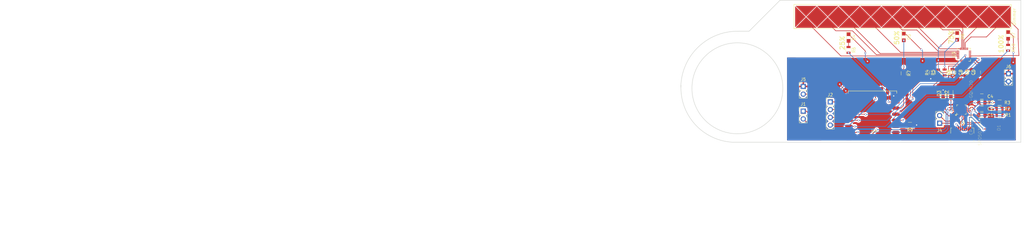
<source format=kicad_pcb>
(kicad_pcb (version 4) (host pcbnew 4.0.7)

  (general
    (links 90)
    (no_connects 0)
    (area -153.376761 89.964999 183.353429 166.676241)
    (thickness 1.6)
    (drawings 12)
    (tracks 364)
    (zones 0)
    (modules 36)
    (nets 66)
  )

  (page A4)
  (layers
    (0 F.Cu signal)
    (31 B.Cu signal)
    (32 B.Adhes user)
    (33 F.Adhes user)
    (34 B.Paste user)
    (35 F.Paste user)
    (36 B.SilkS user)
    (37 F.SilkS user)
    (38 B.Mask user)
    (39 F.Mask user)
    (40 Dwgs.User user)
    (41 Cmts.User user)
    (42 Eco1.User user)
    (43 Eco2.User user)
    (44 Edge.Cuts user)
    (45 Margin user)
    (46 B.CrtYd user)
    (47 F.CrtYd user)
    (48 B.Fab user)
    (49 F.Fab user)
  )

  (setup
    (last_trace_width 0.19)
    (trace_clearance 0.18)
    (zone_clearance 0.508)
    (zone_45_only no)
    (trace_min 0.18)
    (segment_width 0.2)
    (edge_width 0.15)
    (via_size 0.6)
    (via_drill 0.4)
    (via_min_size 0.4)
    (via_min_drill 0.3)
    (uvia_size 0.3)
    (uvia_drill 0.1)
    (uvias_allowed no)
    (uvia_min_size 0.2)
    (uvia_min_drill 0.1)
    (pcb_text_width 0.3)
    (pcb_text_size 1.5 1.5)
    (mod_edge_width 0.15)
    (mod_text_size 1 1)
    (mod_text_width 0.15)
    (pad_size 3.3 3.3)
    (pad_drill 0)
    (pad_to_mask_clearance 0.2)
    (aux_axis_origin 0 0)
    (visible_elements FFFEFF7F)
    (pcbplotparams
      (layerselection 0x01070_80000001)
      (usegerberextensions false)
      (excludeedgelayer true)
      (linewidth 0.100000)
      (plotframeref false)
      (viasonmask false)
      (mode 1)
      (useauxorigin false)
      (hpglpennumber 1)
      (hpglpenspeed 20)
      (hpglpendiameter 15)
      (hpglpenoverlay 2)
      (psnegative false)
      (psa4output false)
      (plotreference true)
      (plotvalue true)
      (plotinvisibletext false)
      (padsonsilk false)
      (subtractmaskfromsilk false)
      (outputformat 1)
      (mirror false)
      (drillshape 0)
      (scaleselection 1)
      (outputdirectory /home/william/Documents/Projects/LifxSwitch/schematic/gerber/))
  )

  (net 0 "")
  (net 1 VSS)
  (net 2 +3V3)
  (net 3 +5V)
  (net 4 "Net-(C5-Pad2)")
  (net 5 "Net-(C6-Pad2)")
  (net 6 "Net-(C8-Pad2)")
  (net 7 "Net-(D2-Pad1)")
  (net 8 "Net-(D3-Pad1)")
  (net 9 "Net-(D4-Pad2)")
  (net 10 "Net-(D5-Pad2)")
  (net 11 "Net-(D6-Pad2)")
  (net 12 "Net-(D7-Pad2)")
  (net 13 RX)
  (net 14 TX)
  (net 15 Gpio15)
  (net 16 Gpio2)
  (net 17 Gpio0)
  (net 18 Gpio9)
  (net 19 "Net-(D1-Pad2)")
  (net 20 "Net-(D1-Pad4)")
  (net 21 G0)
  (net 22 G1)
  (net 23 LightStatus)
  (net 24 "Net-(R1-Pad2)")
  (net 25 "Net-(R2-Pad2)")
  (net 26 "Net-(R4-Pad2)")
  (net 27 "Net-(R5-Pad2)")
  (net 28 25)
  (net 29 50)
  (net 30 75)
  (net 31 "Net-(R9-Pad2)")
  (net 32 100)
  (net 33 "Net-(U2-Pad10)")
  (net 34 "Net-(U2-Pad11)")
  (net 35 "Net-(U2-Pad13)")
  (net 36 "Net-(U2-Pad14)")
  (net 37 "Net-(U2-Pad15)")
  (net 38 "Net-(U2-Pad16)")
  (net 39 "Net-(U3-Pad1)")
  (net 40 "Net-(U3-Pad9)")
  (net 41 "Net-(U1-Pad1)")
  (net 42 "Net-(U3-Pad11)")
  (net 43 "Net-(U3-Pad12)")
  (net 44 "Net-(U3-Pad13)")
  (net 45 "Net-(U3-Pad14)")
  (net 46 "Net-(U3-Pad15)")
  (net 47 "Net-(U3-Pad16)")
  (net 48 "Net-(U1-Pad11)")
  (net 49 "Net-(U1-Pad2)")
  (net 50 "Net-(U1-Pad3)")
  (net 51 "Net-(U1-Pad4)")
  (net 52 "Net-(U1-Pad5)")
  (net 53 "Net-(U1-Pad6)")
  (net 54 "Net-(U1-Pad7)")
  (net 55 "Net-(U1-Pad8)")
  (net 56 "Net-(U1-Pad9)")
  (net 57 "Net-(U1-Pad10)")
  (net 58 "Net-(U3-Pad27)")
  (net 59 "Net-(U3-Pad28)")
  (net 60 "Net-(U4-Pad1)")
  (net 61 "Net-(U4-Pad2)")
  (net 62 "Net-(U4-Pad17)")
  (net 63 "Net-(U4-Pad18)")
  (net 64 "Net-(U4-Pad21)")
  (net 65 "Net-(U4-Pad22)")

  (net_class Default "This is the default net class."
    (clearance 0.18)
    (trace_width 0.19)
    (via_dia 0.6)
    (via_drill 0.4)
    (uvia_dia 0.3)
    (uvia_drill 0.1)
    (add_net +3V3)
    (add_net +5V)
    (add_net 100)
    (add_net 25)
    (add_net 50)
    (add_net 75)
    (add_net G0)
    (add_net G1)
    (add_net Gpio0)
    (add_net Gpio15)
    (add_net Gpio2)
    (add_net Gpio9)
    (add_net LightStatus)
    (add_net "Net-(C5-Pad2)")
    (add_net "Net-(C6-Pad2)")
    (add_net "Net-(C8-Pad2)")
    (add_net "Net-(D1-Pad2)")
    (add_net "Net-(D1-Pad4)")
    (add_net "Net-(D2-Pad1)")
    (add_net "Net-(D3-Pad1)")
    (add_net "Net-(D4-Pad2)")
    (add_net "Net-(D5-Pad2)")
    (add_net "Net-(D6-Pad2)")
    (add_net "Net-(D7-Pad2)")
    (add_net "Net-(R1-Pad2)")
    (add_net "Net-(R2-Pad2)")
    (add_net "Net-(R4-Pad2)")
    (add_net "Net-(R5-Pad2)")
    (add_net "Net-(R9-Pad2)")
    (add_net "Net-(U1-Pad1)")
    (add_net "Net-(U1-Pad10)")
    (add_net "Net-(U1-Pad11)")
    (add_net "Net-(U1-Pad2)")
    (add_net "Net-(U1-Pad3)")
    (add_net "Net-(U1-Pad4)")
    (add_net "Net-(U1-Pad5)")
    (add_net "Net-(U1-Pad6)")
    (add_net "Net-(U1-Pad7)")
    (add_net "Net-(U1-Pad8)")
    (add_net "Net-(U1-Pad9)")
    (add_net "Net-(U2-Pad10)")
    (add_net "Net-(U2-Pad11)")
    (add_net "Net-(U2-Pad13)")
    (add_net "Net-(U2-Pad14)")
    (add_net "Net-(U2-Pad15)")
    (add_net "Net-(U2-Pad16)")
    (add_net "Net-(U3-Pad1)")
    (add_net "Net-(U3-Pad11)")
    (add_net "Net-(U3-Pad12)")
    (add_net "Net-(U3-Pad13)")
    (add_net "Net-(U3-Pad14)")
    (add_net "Net-(U3-Pad15)")
    (add_net "Net-(U3-Pad16)")
    (add_net "Net-(U3-Pad27)")
    (add_net "Net-(U3-Pad28)")
    (add_net "Net-(U3-Pad9)")
    (add_net "Net-(U4-Pad1)")
    (add_net "Net-(U4-Pad17)")
    (add_net "Net-(U4-Pad18)")
    (add_net "Net-(U4-Pad2)")
    (add_net "Net-(U4-Pad21)")
    (add_net "Net-(U4-Pad22)")
    (add_net RX)
    (add_net TX)
    (add_net VSS)
  )

  (module Capacitors_SMD:C_0805 (layer F.Cu) (tedit 5B31A9FB) (tstamp 5B307345)
    (at 169.418 127.762 180)
    (descr "Capacitor SMD 0805, reflow soldering, AVX (see smccp.pdf)")
    (tags "capacitor 0805")
    (path /5B30665C)
    (attr smd)
    (fp_text reference C1 (at -2.794 0 180) (layer F.SilkS)
      (effects (font (size 1 1) (thickness 0.15)))
    )
    (fp_text value 4.7uF (at 3.81 0 180) (layer F.Fab)
      (effects (font (size 1 1) (thickness 0.15)))
    )
    (fp_text user %R (at -2.794 0 180) (layer F.Fab)
      (effects (font (size 1 1) (thickness 0.15)))
    )
    (fp_line (start -1 0.62) (end -1 -0.62) (layer F.Fab) (width 0.1))
    (fp_line (start 1 0.62) (end -1 0.62) (layer F.Fab) (width 0.1))
    (fp_line (start 1 -0.62) (end 1 0.62) (layer F.Fab) (width 0.1))
    (fp_line (start -1 -0.62) (end 1 -0.62) (layer F.Fab) (width 0.1))
    (fp_line (start 0.5 -0.85) (end -0.5 -0.85) (layer F.SilkS) (width 0.12))
    (fp_line (start -0.5 0.85) (end 0.5 0.85) (layer F.SilkS) (width 0.12))
    (fp_line (start -1.75 -0.88) (end 1.75 -0.88) (layer F.CrtYd) (width 0.05))
    (fp_line (start -1.75 -0.88) (end -1.75 0.87) (layer F.CrtYd) (width 0.05))
    (fp_line (start 1.75 0.87) (end 1.75 -0.88) (layer F.CrtYd) (width 0.05))
    (fp_line (start 1.75 0.87) (end -1.75 0.87) (layer F.CrtYd) (width 0.05))
    (pad 1 smd rect (at -1 0 180) (size 1 1.25) (layers F.Cu F.Paste F.Mask)
      (net 1 VSS))
    (pad 2 smd rect (at 1 0 180) (size 1 1.25) (layers F.Cu F.Paste F.Mask)
      (net 2 +3V3))
    (model Capacitors_SMD.3dshapes/C_0805.wrl
      (at (xyz 0 0 0))
      (scale (xyz 1 1 1))
      (rotate (xyz 0 0 0))
    )
  )

  (module Capacitors_SMD:C_0805 (layer F.Cu) (tedit 5B31A9F9) (tstamp 5B30734B)
    (at 169.418 125.73 180)
    (descr "Capacitor SMD 0805, reflow soldering, AVX (see smccp.pdf)")
    (tags "capacitor 0805")
    (path /5B3066C3)
    (attr smd)
    (fp_text reference C2 (at -2.794 0 180) (layer F.SilkS)
      (effects (font (size 1 1) (thickness 0.15)))
    )
    (fp_text value 0.1uF (at 3.81 0 180) (layer F.Fab)
      (effects (font (size 1 1) (thickness 0.15)))
    )
    (fp_text user %R (at -2.794 0 180) (layer F.Fab)
      (effects (font (size 1 1) (thickness 0.15)))
    )
    (fp_line (start -1 0.62) (end -1 -0.62) (layer F.Fab) (width 0.1))
    (fp_line (start 1 0.62) (end -1 0.62) (layer F.Fab) (width 0.1))
    (fp_line (start 1 -0.62) (end 1 0.62) (layer F.Fab) (width 0.1))
    (fp_line (start -1 -0.62) (end 1 -0.62) (layer F.Fab) (width 0.1))
    (fp_line (start 0.5 -0.85) (end -0.5 -0.85) (layer F.SilkS) (width 0.12))
    (fp_line (start -0.5 0.85) (end 0.5 0.85) (layer F.SilkS) (width 0.12))
    (fp_line (start -1.75 -0.88) (end 1.75 -0.88) (layer F.CrtYd) (width 0.05))
    (fp_line (start -1.75 -0.88) (end -1.75 0.87) (layer F.CrtYd) (width 0.05))
    (fp_line (start 1.75 0.87) (end 1.75 -0.88) (layer F.CrtYd) (width 0.05))
    (fp_line (start 1.75 0.87) (end -1.75 0.87) (layer F.CrtYd) (width 0.05))
    (pad 1 smd rect (at -1 0 180) (size 1 1.25) (layers F.Cu F.Paste F.Mask)
      (net 1 VSS))
    (pad 2 smd rect (at 1 0 180) (size 1 1.25) (layers F.Cu F.Paste F.Mask)
      (net 2 +3V3))
    (model Capacitors_SMD.3dshapes/C_0805.wrl
      (at (xyz 0 0 0))
      (scale (xyz 1 1 1))
      (rotate (xyz 0 0 0))
    )
  )

  (module Capacitors_SMD:C_0805 (layer F.Cu) (tedit 5B31A9F6) (tstamp 5B307351)
    (at 169.418 123.698 180)
    (descr "Capacitor SMD 0805, reflow soldering, AVX (see smccp.pdf)")
    (tags "capacitor 0805")
    (path /5B306104)
    (attr smd)
    (fp_text reference C3 (at -2.794 0 180) (layer F.SilkS)
      (effects (font (size 1 1) (thickness 0.15)))
    )
    (fp_text value 4.7uF (at 3.81 0 180) (layer F.Fab)
      (effects (font (size 1 1) (thickness 0.15)))
    )
    (fp_text user %R (at -2.794 0 180) (layer F.Fab)
      (effects (font (size 1 1) (thickness 0.15)))
    )
    (fp_line (start -1 0.62) (end -1 -0.62) (layer F.Fab) (width 0.1))
    (fp_line (start 1 0.62) (end -1 0.62) (layer F.Fab) (width 0.1))
    (fp_line (start 1 -0.62) (end 1 0.62) (layer F.Fab) (width 0.1))
    (fp_line (start -1 -0.62) (end 1 -0.62) (layer F.Fab) (width 0.1))
    (fp_line (start 0.5 -0.85) (end -0.5 -0.85) (layer F.SilkS) (width 0.12))
    (fp_line (start -0.5 0.85) (end 0.5 0.85) (layer F.SilkS) (width 0.12))
    (fp_line (start -1.75 -0.88) (end 1.75 -0.88) (layer F.CrtYd) (width 0.05))
    (fp_line (start -1.75 -0.88) (end -1.75 0.87) (layer F.CrtYd) (width 0.05))
    (fp_line (start 1.75 0.87) (end 1.75 -0.88) (layer F.CrtYd) (width 0.05))
    (fp_line (start 1.75 0.87) (end -1.75 0.87) (layer F.CrtYd) (width 0.05))
    (pad 1 smd rect (at -1 0 180) (size 1 1.25) (layers F.Cu F.Paste F.Mask)
      (net 1 VSS))
    (pad 2 smd rect (at 1 0 180) (size 1 1.25) (layers F.Cu F.Paste F.Mask)
      (net 3 +5V))
    (model Capacitors_SMD.3dshapes/C_0805.wrl
      (at (xyz 0 0 0))
      (scale (xyz 1 1 1))
      (rotate (xyz 0 0 0))
    )
  )

  (module Capacitors_SMD:C_0805 (layer F.Cu) (tedit 5B31A9F4) (tstamp 5B307357)
    (at 169.418 121.666 180)
    (descr "Capacitor SMD 0805, reflow soldering, AVX (see smccp.pdf)")
    (tags "capacitor 0805")
    (path /5B3060A1)
    (attr smd)
    (fp_text reference C4 (at -2.794 0 180) (layer F.SilkS)
      (effects (font (size 1 1) (thickness 0.15)))
    )
    (fp_text value 0.1uF (at 3.81 0 180) (layer F.Fab)
      (effects (font (size 1 1) (thickness 0.15)))
    )
    (fp_text user %R (at -2.794 0 180) (layer F.Fab)
      (effects (font (size 1 1) (thickness 0.15)))
    )
    (fp_line (start -1 0.62) (end -1 -0.62) (layer F.Fab) (width 0.1))
    (fp_line (start 1 0.62) (end -1 0.62) (layer F.Fab) (width 0.1))
    (fp_line (start 1 -0.62) (end 1 0.62) (layer F.Fab) (width 0.1))
    (fp_line (start -1 -0.62) (end 1 -0.62) (layer F.Fab) (width 0.1))
    (fp_line (start 0.5 -0.85) (end -0.5 -0.85) (layer F.SilkS) (width 0.12))
    (fp_line (start -0.5 0.85) (end 0.5 0.85) (layer F.SilkS) (width 0.12))
    (fp_line (start -1.75 -0.88) (end 1.75 -0.88) (layer F.CrtYd) (width 0.05))
    (fp_line (start -1.75 -0.88) (end -1.75 0.87) (layer F.CrtYd) (width 0.05))
    (fp_line (start 1.75 0.87) (end 1.75 -0.88) (layer F.CrtYd) (width 0.05))
    (fp_line (start 1.75 0.87) (end -1.75 0.87) (layer F.CrtYd) (width 0.05))
    (pad 1 smd rect (at -1 0 180) (size 1 1.25) (layers F.Cu F.Paste F.Mask)
      (net 1 VSS))
    (pad 2 smd rect (at 1 0 180) (size 1 1.25) (layers F.Cu F.Paste F.Mask)
      (net 3 +5V))
    (model Capacitors_SMD.3dshapes/C_0805.wrl
      (at (xyz 0 0 0))
      (scale (xyz 1 1 1))
      (rotate (xyz 0 0 0))
    )
  )

  (module Capacitors_SMD:C_0805 (layer F.Cu) (tedit 58AA8463) (tstamp 5B30735D)
    (at 168.14 113.72 90)
    (descr "Capacitor SMD 0805, reflow soldering, AVX (see smccp.pdf)")
    (tags "capacitor 0805")
    (path /5B29DB98)
    (attr smd)
    (fp_text reference C5 (at 0 -1.5 90) (layer F.SilkS)
      (effects (font (size 1 1) (thickness 0.15)))
    )
    (fp_text value 100nF (at 0 1.75 90) (layer F.Fab)
      (effects (font (size 1 1) (thickness 0.15)))
    )
    (fp_text user %R (at 0 -1.5 90) (layer F.Fab)
      (effects (font (size 1 1) (thickness 0.15)))
    )
    (fp_line (start -1 0.62) (end -1 -0.62) (layer F.Fab) (width 0.1))
    (fp_line (start 1 0.62) (end -1 0.62) (layer F.Fab) (width 0.1))
    (fp_line (start 1 -0.62) (end 1 0.62) (layer F.Fab) (width 0.1))
    (fp_line (start -1 -0.62) (end 1 -0.62) (layer F.Fab) (width 0.1))
    (fp_line (start 0.5 -0.85) (end -0.5 -0.85) (layer F.SilkS) (width 0.12))
    (fp_line (start -0.5 0.85) (end 0.5 0.85) (layer F.SilkS) (width 0.12))
    (fp_line (start -1.75 -0.88) (end 1.75 -0.88) (layer F.CrtYd) (width 0.05))
    (fp_line (start -1.75 -0.88) (end -1.75 0.87) (layer F.CrtYd) (width 0.05))
    (fp_line (start 1.75 0.87) (end 1.75 -0.88) (layer F.CrtYd) (width 0.05))
    (fp_line (start 1.75 0.87) (end -1.75 0.87) (layer F.CrtYd) (width 0.05))
    (pad 1 smd rect (at -1 0 90) (size 1 1.25) (layers F.Cu F.Paste F.Mask)
      (net 1 VSS))
    (pad 2 smd rect (at 1 0 90) (size 1 1.25) (layers F.Cu F.Paste F.Mask)
      (net 4 "Net-(C5-Pad2)"))
    (model Capacitors_SMD.3dshapes/C_0805.wrl
      (at (xyz 0 0 0))
      (scale (xyz 1 1 1))
      (rotate (xyz 0 0 0))
    )
  )

  (module Capacitors_SMD:C_0805 (layer F.Cu) (tedit 58AA8463) (tstamp 5B307363)
    (at 159.76 113.77 90)
    (descr "Capacitor SMD 0805, reflow soldering, AVX (see smccp.pdf)")
    (tags "capacitor 0805")
    (path /5B29DA14)
    (attr smd)
    (fp_text reference C6 (at 0 -1.5 90) (layer F.SilkS)
      (effects (font (size 1 1) (thickness 0.15)))
    )
    (fp_text value 1uF (at 0 1.75 90) (layer F.Fab)
      (effects (font (size 1 1) (thickness 0.15)))
    )
    (fp_text user %R (at 0 -1.5 90) (layer F.Fab)
      (effects (font (size 1 1) (thickness 0.15)))
    )
    (fp_line (start -1 0.62) (end -1 -0.62) (layer F.Fab) (width 0.1))
    (fp_line (start 1 0.62) (end -1 0.62) (layer F.Fab) (width 0.1))
    (fp_line (start 1 -0.62) (end 1 0.62) (layer F.Fab) (width 0.1))
    (fp_line (start -1 -0.62) (end 1 -0.62) (layer F.Fab) (width 0.1))
    (fp_line (start 0.5 -0.85) (end -0.5 -0.85) (layer F.SilkS) (width 0.12))
    (fp_line (start -0.5 0.85) (end 0.5 0.85) (layer F.SilkS) (width 0.12))
    (fp_line (start -1.75 -0.88) (end 1.75 -0.88) (layer F.CrtYd) (width 0.05))
    (fp_line (start -1.75 -0.88) (end -1.75 0.87) (layer F.CrtYd) (width 0.05))
    (fp_line (start 1.75 0.87) (end 1.75 -0.88) (layer F.CrtYd) (width 0.05))
    (fp_line (start 1.75 0.87) (end -1.75 0.87) (layer F.CrtYd) (width 0.05))
    (pad 1 smd rect (at -1 0 90) (size 1 1.25) (layers F.Cu F.Paste F.Mask)
      (net 1 VSS))
    (pad 2 smd rect (at 1 0 90) (size 1 1.25) (layers F.Cu F.Paste F.Mask)
      (net 5 "Net-(C6-Pad2)"))
    (model Capacitors_SMD.3dshapes/C_0805.wrl
      (at (xyz 0 0 0))
      (scale (xyz 1 1 1))
      (rotate (xyz 0 0 0))
    )
  )

  (module Capacitors_SMD:C_0805 (layer F.Cu) (tedit 58AA8463) (tstamp 5B307369)
    (at 161.77 113.77 90)
    (descr "Capacitor SMD 0805, reflow soldering, AVX (see smccp.pdf)")
    (tags "capacitor 0805")
    (path /5B29DA41)
    (attr smd)
    (fp_text reference C7 (at 0 -1.5 90) (layer F.SilkS)
      (effects (font (size 1 1) (thickness 0.15)))
    )
    (fp_text value 100pF (at 0 1.75 90) (layer F.Fab)
      (effects (font (size 1 1) (thickness 0.15)))
    )
    (fp_text user %R (at 0 -1.5 90) (layer F.Fab)
      (effects (font (size 1 1) (thickness 0.15)))
    )
    (fp_line (start -1 0.62) (end -1 -0.62) (layer F.Fab) (width 0.1))
    (fp_line (start 1 0.62) (end -1 0.62) (layer F.Fab) (width 0.1))
    (fp_line (start 1 -0.62) (end 1 0.62) (layer F.Fab) (width 0.1))
    (fp_line (start -1 -0.62) (end 1 -0.62) (layer F.Fab) (width 0.1))
    (fp_line (start 0.5 -0.85) (end -0.5 -0.85) (layer F.SilkS) (width 0.12))
    (fp_line (start -0.5 0.85) (end 0.5 0.85) (layer F.SilkS) (width 0.12))
    (fp_line (start -1.75 -0.88) (end 1.75 -0.88) (layer F.CrtYd) (width 0.05))
    (fp_line (start -1.75 -0.88) (end -1.75 0.87) (layer F.CrtYd) (width 0.05))
    (fp_line (start 1.75 0.87) (end 1.75 -0.88) (layer F.CrtYd) (width 0.05))
    (fp_line (start 1.75 0.87) (end -1.75 0.87) (layer F.CrtYd) (width 0.05))
    (pad 1 smd rect (at -1 0 90) (size 1 1.25) (layers F.Cu F.Paste F.Mask)
      (net 1 VSS))
    (pad 2 smd rect (at 1 0 90) (size 1 1.25) (layers F.Cu F.Paste F.Mask)
      (net 5 "Net-(C6-Pad2)"))
    (model Capacitors_SMD.3dshapes/C_0805.wrl
      (at (xyz 0 0 0))
      (scale (xyz 1 1 1))
      (rotate (xyz 0 0 0))
    )
  )

  (module Capacitors_SMD:C_0805 (layer F.Cu) (tedit 58AA8463) (tstamp 5B30736F)
    (at 163.95 113.77 90)
    (descr "Capacitor SMD 0805, reflow soldering, AVX (see smccp.pdf)")
    (tags "capacitor 0805")
    (path /5B29DAE8)
    (attr smd)
    (fp_text reference C8 (at 0 -1.5 90) (layer F.SilkS)
      (effects (font (size 1 1) (thickness 0.15)))
    )
    (fp_text value 1uF (at 0 1.75 90) (layer F.Fab)
      (effects (font (size 1 1) (thickness 0.15)))
    )
    (fp_text user %R (at 0 -1.5 90) (layer F.Fab)
      (effects (font (size 1 1) (thickness 0.15)))
    )
    (fp_line (start -1 0.62) (end -1 -0.62) (layer F.Fab) (width 0.1))
    (fp_line (start 1 0.62) (end -1 0.62) (layer F.Fab) (width 0.1))
    (fp_line (start 1 -0.62) (end 1 0.62) (layer F.Fab) (width 0.1))
    (fp_line (start -1 -0.62) (end 1 -0.62) (layer F.Fab) (width 0.1))
    (fp_line (start 0.5 -0.85) (end -0.5 -0.85) (layer F.SilkS) (width 0.12))
    (fp_line (start -0.5 0.85) (end 0.5 0.85) (layer F.SilkS) (width 0.12))
    (fp_line (start -1.75 -0.88) (end 1.75 -0.88) (layer F.CrtYd) (width 0.05))
    (fp_line (start -1.75 -0.88) (end -1.75 0.87) (layer F.CrtYd) (width 0.05))
    (fp_line (start 1.75 0.87) (end 1.75 -0.88) (layer F.CrtYd) (width 0.05))
    (fp_line (start 1.75 0.87) (end -1.75 0.87) (layer F.CrtYd) (width 0.05))
    (pad 1 smd rect (at -1 0 90) (size 1 1.25) (layers F.Cu F.Paste F.Mask)
      (net 1 VSS))
    (pad 2 smd rect (at 1 0 90) (size 1 1.25) (layers F.Cu F.Paste F.Mask)
      (net 6 "Net-(C8-Pad2)"))
    (model Capacitors_SMD.3dshapes/C_0805.wrl
      (at (xyz 0 0 0))
      (scale (xyz 1 1 1))
      (rotate (xyz 0 0 0))
    )
  )

  (module Capacitors_SMD:C_0805 (layer F.Cu) (tedit 58AA8463) (tstamp 5B307375)
    (at 166.02 113.77 90)
    (descr "Capacitor SMD 0805, reflow soldering, AVX (see smccp.pdf)")
    (tags "capacitor 0805")
    (path /5B29DA9C)
    (attr smd)
    (fp_text reference C9 (at 0 -1.5 90) (layer F.SilkS)
      (effects (font (size 1 1) (thickness 0.15)))
    )
    (fp_text value 100pF (at 0 1.75 90) (layer F.Fab)
      (effects (font (size 1 1) (thickness 0.15)))
    )
    (fp_text user %R (at 0 -1.5 90) (layer F.Fab)
      (effects (font (size 1 1) (thickness 0.15)))
    )
    (fp_line (start -1 0.62) (end -1 -0.62) (layer F.Fab) (width 0.1))
    (fp_line (start 1 0.62) (end -1 0.62) (layer F.Fab) (width 0.1))
    (fp_line (start 1 -0.62) (end 1 0.62) (layer F.Fab) (width 0.1))
    (fp_line (start -1 -0.62) (end 1 -0.62) (layer F.Fab) (width 0.1))
    (fp_line (start 0.5 -0.85) (end -0.5 -0.85) (layer F.SilkS) (width 0.12))
    (fp_line (start -0.5 0.85) (end 0.5 0.85) (layer F.SilkS) (width 0.12))
    (fp_line (start -1.75 -0.88) (end 1.75 -0.88) (layer F.CrtYd) (width 0.05))
    (fp_line (start -1.75 -0.88) (end -1.75 0.87) (layer F.CrtYd) (width 0.05))
    (fp_line (start 1.75 0.87) (end 1.75 -0.88) (layer F.CrtYd) (width 0.05))
    (fp_line (start 1.75 0.87) (end -1.75 0.87) (layer F.CrtYd) (width 0.05))
    (pad 1 smd rect (at -1 0 90) (size 1 1.25) (layers F.Cu F.Paste F.Mask)
      (net 1 VSS))
    (pad 2 smd rect (at 1 0 90) (size 1 1.25) (layers F.Cu F.Paste F.Mask)
      (net 6 "Net-(C8-Pad2)"))
    (model Capacitors_SMD.3dshapes/C_0805.wrl
      (at (xyz 0 0 0))
      (scale (xyz 1 1 1))
      (rotate (xyz 0 0 0))
    )
  )

  (module LEDs:LED_0805 (layer F.Cu) (tedit 59959803) (tstamp 5B30737B)
    (at 159.258 120.65 90)
    (descr "LED 0805 smd package")
    (tags "LED led 0805 SMD smd SMT smt smdled SMDLED smtled SMTLED")
    (path /5B30741D)
    (attr smd)
    (fp_text reference D2 (at 0 -1.45 90) (layer F.SilkS)
      (effects (font (size 1 1) (thickness 0.15)))
    )
    (fp_text value LED (at 0 1.55 90) (layer F.Fab)
      (effects (font (size 1 1) (thickness 0.15)))
    )
    (fp_line (start -1.8 -0.7) (end -1.8 0.7) (layer F.SilkS) (width 0.12))
    (fp_line (start -0.4 -0.4) (end -0.4 0.4) (layer F.Fab) (width 0.1))
    (fp_line (start -0.4 0) (end 0.2 -0.4) (layer F.Fab) (width 0.1))
    (fp_line (start 0.2 0.4) (end -0.4 0) (layer F.Fab) (width 0.1))
    (fp_line (start 0.2 -0.4) (end 0.2 0.4) (layer F.Fab) (width 0.1))
    (fp_line (start 1 0.6) (end -1 0.6) (layer F.Fab) (width 0.1))
    (fp_line (start 1 -0.6) (end 1 0.6) (layer F.Fab) (width 0.1))
    (fp_line (start -1 -0.6) (end 1 -0.6) (layer F.Fab) (width 0.1))
    (fp_line (start -1 0.6) (end -1 -0.6) (layer F.Fab) (width 0.1))
    (fp_line (start -1.8 0.7) (end 1 0.7) (layer F.SilkS) (width 0.12))
    (fp_line (start -1.8 -0.7) (end 1 -0.7) (layer F.SilkS) (width 0.12))
    (fp_line (start 1.95 -0.85) (end 1.95 0.85) (layer F.CrtYd) (width 0.05))
    (fp_line (start 1.95 0.85) (end -1.95 0.85) (layer F.CrtYd) (width 0.05))
    (fp_line (start -1.95 0.85) (end -1.95 -0.85) (layer F.CrtYd) (width 0.05))
    (fp_line (start -1.95 -0.85) (end 1.95 -0.85) (layer F.CrtYd) (width 0.05))
    (fp_text user %R (at 0 -1.25 90) (layer F.Fab)
      (effects (font (size 0.4 0.4) (thickness 0.1)))
    )
    (pad 2 smd rect (at 1.1 0 270) (size 1.2 1.2) (layers F.Cu F.Paste F.Mask)
      (net 2 +3V3))
    (pad 1 smd rect (at -1.1 0 270) (size 1.2 1.2) (layers F.Cu F.Paste F.Mask)
      (net 7 "Net-(D2-Pad1)"))
    (model ${KISYS3DMOD}/LEDs.3dshapes/LED_0805.wrl
      (at (xyz 0 0 0))
      (scale (xyz 1 1 1))
      (rotate (xyz 0 0 180))
    )
  )

  (module LEDs:LED_0805 (layer F.Cu) (tedit 59959803) (tstamp 5B307381)
    (at 156.718 120.65 90)
    (descr "LED 0805 smd package")
    (tags "LED led 0805 SMD smd SMT smt smdled SMDLED smtled SMTLED")
    (path /5B307492)
    (attr smd)
    (fp_text reference D3 (at 0 -1.45 90) (layer F.SilkS)
      (effects (font (size 1 1) (thickness 0.15)))
    )
    (fp_text value LED (at 0 1.55 90) (layer F.Fab)
      (effects (font (size 1 1) (thickness 0.15)))
    )
    (fp_line (start -1.8 -0.7) (end -1.8 0.7) (layer F.SilkS) (width 0.12))
    (fp_line (start -0.4 -0.4) (end -0.4 0.4) (layer F.Fab) (width 0.1))
    (fp_line (start -0.4 0) (end 0.2 -0.4) (layer F.Fab) (width 0.1))
    (fp_line (start 0.2 0.4) (end -0.4 0) (layer F.Fab) (width 0.1))
    (fp_line (start 0.2 -0.4) (end 0.2 0.4) (layer F.Fab) (width 0.1))
    (fp_line (start 1 0.6) (end -1 0.6) (layer F.Fab) (width 0.1))
    (fp_line (start 1 -0.6) (end 1 0.6) (layer F.Fab) (width 0.1))
    (fp_line (start -1 -0.6) (end 1 -0.6) (layer F.Fab) (width 0.1))
    (fp_line (start -1 0.6) (end -1 -0.6) (layer F.Fab) (width 0.1))
    (fp_line (start -1.8 0.7) (end 1 0.7) (layer F.SilkS) (width 0.12))
    (fp_line (start -1.8 -0.7) (end 1 -0.7) (layer F.SilkS) (width 0.12))
    (fp_line (start 1.95 -0.85) (end 1.95 0.85) (layer F.CrtYd) (width 0.05))
    (fp_line (start 1.95 0.85) (end -1.95 0.85) (layer F.CrtYd) (width 0.05))
    (fp_line (start -1.95 0.85) (end -1.95 -0.85) (layer F.CrtYd) (width 0.05))
    (fp_line (start -1.95 -0.85) (end 1.95 -0.85) (layer F.CrtYd) (width 0.05))
    (fp_text user %R (at 0 -1.25 90) (layer F.Fab)
      (effects (font (size 0.4 0.4) (thickness 0.1)))
    )
    (pad 2 smd rect (at 1.1 0 270) (size 1.2 1.2) (layers F.Cu F.Paste F.Mask)
      (net 2 +3V3))
    (pad 1 smd rect (at -1.1 0 270) (size 1.2 1.2) (layers F.Cu F.Paste F.Mask)
      (net 8 "Net-(D3-Pad1)"))
    (model ${KISYS3DMOD}/LEDs.3dshapes/LED_0805.wrl
      (at (xyz 0 0 0))
      (scale (xyz 1 1 1))
      (rotate (xyz 0 0 180))
    )
  )

  (module LEDs:LED_0805 (layer F.Cu) (tedit 5B31ACAB) (tstamp 5B307387)
    (at 125.624 102.304 270)
    (descr "LED 0805 smd package")
    (tags "LED led 0805 SMD smd SMT smt smdled SMDLED smtled SMTLED")
    (path /5B2A4E4A)
    (attr smd)
    (fp_text reference D4 (at 0 -1.778 270) (layer F.SilkS)
      (effects (font (size 1 1) (thickness 0.15)))
    )
    (fp_text value LED (at 0 1.55 270) (layer F.Fab)
      (effects (font (size 1 1) (thickness 0.15)))
    )
    (fp_line (start -1.8 -0.7) (end -1.8 0.7) (layer F.SilkS) (width 0.12))
    (fp_line (start -0.4 -0.4) (end -0.4 0.4) (layer F.Fab) (width 0.1))
    (fp_line (start -0.4 0) (end 0.2 -0.4) (layer F.Fab) (width 0.1))
    (fp_line (start 0.2 0.4) (end -0.4 0) (layer F.Fab) (width 0.1))
    (fp_line (start 0.2 -0.4) (end 0.2 0.4) (layer F.Fab) (width 0.1))
    (fp_line (start 1 0.6) (end -1 0.6) (layer F.Fab) (width 0.1))
    (fp_line (start 1 -0.6) (end 1 0.6) (layer F.Fab) (width 0.1))
    (fp_line (start -1 -0.6) (end 1 -0.6) (layer F.Fab) (width 0.1))
    (fp_line (start -1 0.6) (end -1 -0.6) (layer F.Fab) (width 0.1))
    (fp_line (start -1.8 0.7) (end 1 0.7) (layer F.SilkS) (width 0.12))
    (fp_line (start -1.8 -0.7) (end 1 -0.7) (layer F.SilkS) (width 0.12))
    (fp_line (start 1.95 -0.85) (end 1.95 0.85) (layer F.CrtYd) (width 0.05))
    (fp_line (start 1.95 0.85) (end -1.95 0.85) (layer F.CrtYd) (width 0.05))
    (fp_line (start -1.95 0.85) (end -1.95 -0.85) (layer F.CrtYd) (width 0.05))
    (fp_line (start -1.95 -0.85) (end 1.95 -0.85) (layer F.CrtYd) (width 0.05))
    (fp_text user %R (at 0 -1.25 270) (layer F.Fab)
      (effects (font (size 0.4 0.4) (thickness 0.1)))
    )
    (pad 2 smd rect (at 1.1 0 90) (size 1.2 1.2) (layers F.Cu F.Paste F.Mask)
      (net 9 "Net-(D4-Pad2)"))
    (pad 1 smd rect (at -1.1 0 90) (size 1.2 1.2) (layers F.Cu F.Paste F.Mask)
      (net 1 VSS))
    (model ${KISYS3DMOD}/LEDs.3dshapes/LED_0805.wrl
      (at (xyz 0 0 0))
      (scale (xyz 1 1 1))
      (rotate (xyz 0 0 180))
    )
  )

  (module LEDs:LED_0805 (layer F.Cu) (tedit 5B31ACA9) (tstamp 5B30738D)
    (at 143.764 102.108 270)
    (descr "LED 0805 smd package")
    (tags "LED led 0805 SMD smd SMT smt smdled SMDLED smtled SMTLED")
    (path /5B2A4E3E)
    (attr smd)
    (fp_text reference D5 (at 0 -1.778 270) (layer F.SilkS)
      (effects (font (size 1 1) (thickness 0.15)))
    )
    (fp_text value LED (at 0 1.55 270) (layer F.Fab)
      (effects (font (size 1 1) (thickness 0.15)))
    )
    (fp_line (start -1.8 -0.7) (end -1.8 0.7) (layer F.SilkS) (width 0.12))
    (fp_line (start -0.4 -0.4) (end -0.4 0.4) (layer F.Fab) (width 0.1))
    (fp_line (start -0.4 0) (end 0.2 -0.4) (layer F.Fab) (width 0.1))
    (fp_line (start 0.2 0.4) (end -0.4 0) (layer F.Fab) (width 0.1))
    (fp_line (start 0.2 -0.4) (end 0.2 0.4) (layer F.Fab) (width 0.1))
    (fp_line (start 1 0.6) (end -1 0.6) (layer F.Fab) (width 0.1))
    (fp_line (start 1 -0.6) (end 1 0.6) (layer F.Fab) (width 0.1))
    (fp_line (start -1 -0.6) (end 1 -0.6) (layer F.Fab) (width 0.1))
    (fp_line (start -1 0.6) (end -1 -0.6) (layer F.Fab) (width 0.1))
    (fp_line (start -1.8 0.7) (end 1 0.7) (layer F.SilkS) (width 0.12))
    (fp_line (start -1.8 -0.7) (end 1 -0.7) (layer F.SilkS) (width 0.12))
    (fp_line (start 1.95 -0.85) (end 1.95 0.85) (layer F.CrtYd) (width 0.05))
    (fp_line (start 1.95 0.85) (end -1.95 0.85) (layer F.CrtYd) (width 0.05))
    (fp_line (start -1.95 0.85) (end -1.95 -0.85) (layer F.CrtYd) (width 0.05))
    (fp_line (start -1.95 -0.85) (end 1.95 -0.85) (layer F.CrtYd) (width 0.05))
    (fp_text user %R (at 0 -1.25 270) (layer F.Fab)
      (effects (font (size 0.4 0.4) (thickness 0.1)))
    )
    (pad 2 smd rect (at 1.1 0 90) (size 1.2 1.2) (layers F.Cu F.Paste F.Mask)
      (net 10 "Net-(D5-Pad2)"))
    (pad 1 smd rect (at -1.1 0 90) (size 1.2 1.2) (layers F.Cu F.Paste F.Mask)
      (net 1 VSS))
    (model ${KISYS3DMOD}/LEDs.3dshapes/LED_0805.wrl
      (at (xyz 0 0 0))
      (scale (xyz 1 1 1))
      (rotate (xyz 0 0 180))
    )
  )

  (module LEDs:LED_0805 (layer F.Cu) (tedit 5B31ACA4) (tstamp 5B307393)
    (at 161.32 101.92 270)
    (descr "LED 0805 smd package")
    (tags "LED led 0805 SMD smd SMT smt smdled SMDLED smtled SMTLED")
    (path /5B2A4DA6)
    (attr smd)
    (fp_text reference D6 (at 0 -1.778 270) (layer F.SilkS)
      (effects (font (size 1 1) (thickness 0.15)))
    )
    (fp_text value LED (at 0 1.55 270) (layer F.Fab)
      (effects (font (size 1 1) (thickness 0.15)))
    )
    (fp_line (start -1.8 -0.7) (end -1.8 0.7) (layer F.SilkS) (width 0.12))
    (fp_line (start -0.4 -0.4) (end -0.4 0.4) (layer F.Fab) (width 0.1))
    (fp_line (start -0.4 0) (end 0.2 -0.4) (layer F.Fab) (width 0.1))
    (fp_line (start 0.2 0.4) (end -0.4 0) (layer F.Fab) (width 0.1))
    (fp_line (start 0.2 -0.4) (end 0.2 0.4) (layer F.Fab) (width 0.1))
    (fp_line (start 1 0.6) (end -1 0.6) (layer F.Fab) (width 0.1))
    (fp_line (start 1 -0.6) (end 1 0.6) (layer F.Fab) (width 0.1))
    (fp_line (start -1 -0.6) (end 1 -0.6) (layer F.Fab) (width 0.1))
    (fp_line (start -1 0.6) (end -1 -0.6) (layer F.Fab) (width 0.1))
    (fp_line (start -1.8 0.7) (end 1 0.7) (layer F.SilkS) (width 0.12))
    (fp_line (start -1.8 -0.7) (end 1 -0.7) (layer F.SilkS) (width 0.12))
    (fp_line (start 1.95 -0.85) (end 1.95 0.85) (layer F.CrtYd) (width 0.05))
    (fp_line (start 1.95 0.85) (end -1.95 0.85) (layer F.CrtYd) (width 0.05))
    (fp_line (start -1.95 0.85) (end -1.95 -0.85) (layer F.CrtYd) (width 0.05))
    (fp_line (start -1.95 -0.85) (end 1.95 -0.85) (layer F.CrtYd) (width 0.05))
    (fp_text user %R (at 0 -1.25 270) (layer F.Fab)
      (effects (font (size 0.4 0.4) (thickness 0.1)))
    )
    (pad 2 smd rect (at 1.1 0 90) (size 1.2 1.2) (layers F.Cu F.Paste F.Mask)
      (net 11 "Net-(D6-Pad2)"))
    (pad 1 smd rect (at -1.1 0 90) (size 1.2 1.2) (layers F.Cu F.Paste F.Mask)
      (net 1 VSS))
    (model ${KISYS3DMOD}/LEDs.3dshapes/LED_0805.wrl
      (at (xyz 0 0 0))
      (scale (xyz 1 1 1))
      (rotate (xyz 0 0 180))
    )
  )

  (module LEDs:LED_0805 (layer F.Cu) (tedit 5B31ACCC) (tstamp 5B307399)
    (at 178.054 101.6 270)
    (descr "LED 0805 smd package")
    (tags "LED led 0805 SMD smd SMT smt smdled SMDLED smtled SMTLED")
    (path /5B2A4CB6)
    (attr smd)
    (fp_text reference D7 (at 0 -1.778 270) (layer F.SilkS)
      (effects (font (size 1 1) (thickness 0.15)))
    )
    (fp_text value LED (at 0 1.55 270) (layer F.Fab)
      (effects (font (size 1 1) (thickness 0.15)))
    )
    (fp_line (start -1.8 -0.7) (end -1.8 0.7) (layer F.SilkS) (width 0.12))
    (fp_line (start -0.4 -0.4) (end -0.4 0.4) (layer F.Fab) (width 0.1))
    (fp_line (start -0.4 0) (end 0.2 -0.4) (layer F.Fab) (width 0.1))
    (fp_line (start 0.2 0.4) (end -0.4 0) (layer F.Fab) (width 0.1))
    (fp_line (start 0.2 -0.4) (end 0.2 0.4) (layer F.Fab) (width 0.1))
    (fp_line (start 1 0.6) (end -1 0.6) (layer F.Fab) (width 0.1))
    (fp_line (start 1 -0.6) (end 1 0.6) (layer F.Fab) (width 0.1))
    (fp_line (start -1 -0.6) (end 1 -0.6) (layer F.Fab) (width 0.1))
    (fp_line (start -1 0.6) (end -1 -0.6) (layer F.Fab) (width 0.1))
    (fp_line (start -1.8 0.7) (end 1 0.7) (layer F.SilkS) (width 0.12))
    (fp_line (start -1.8 -0.7) (end 1 -0.7) (layer F.SilkS) (width 0.12))
    (fp_line (start 1.95 -0.85) (end 1.95 0.85) (layer F.CrtYd) (width 0.05))
    (fp_line (start 1.95 0.85) (end -1.95 0.85) (layer F.CrtYd) (width 0.05))
    (fp_line (start -1.95 0.85) (end -1.95 -0.85) (layer F.CrtYd) (width 0.05))
    (fp_line (start -1.95 -0.85) (end 1.95 -0.85) (layer F.CrtYd) (width 0.05))
    (fp_text user %R (at 0 -1.25 270) (layer F.Fab)
      (effects (font (size 0.4 0.4) (thickness 0.1)))
    )
    (pad 2 smd rect (at 1.1 0 90) (size 1.2 1.2) (layers F.Cu F.Paste F.Mask)
      (net 12 "Net-(D7-Pad2)"))
    (pad 1 smd rect (at -1.1 0 90) (size 1.2 1.2) (layers F.Cu F.Paste F.Mask)
      (net 1 VSS))
    (model ${KISYS3DMOD}/LEDs.3dshapes/LED_0805.wrl
      (at (xyz 0 0 0))
      (scale (xyz 1 1 1))
      (rotate (xyz 0 0 180))
    )
  )

  (module Pin_Headers:Pin_Header_Straight_1x02_Pitch2.54mm (layer F.Cu) (tedit 59650532) (tstamp 5B30739F)
    (at 110.744 126.492)
    (descr "Through hole straight pin header, 1x02, 2.54mm pitch, single row")
    (tags "Through hole pin header THT 1x02 2.54mm single row")
    (path /5B2A4BA4)
    (fp_text reference J1 (at 0 -2.33) (layer F.SilkS)
      (effects (font (size 1 1) (thickness 0.15)))
    )
    (fp_text value Serial (at 0 4.87) (layer F.Fab)
      (effects (font (size 1 1) (thickness 0.15)))
    )
    (fp_line (start -0.635 -1.27) (end 1.27 -1.27) (layer F.Fab) (width 0.1))
    (fp_line (start 1.27 -1.27) (end 1.27 3.81) (layer F.Fab) (width 0.1))
    (fp_line (start 1.27 3.81) (end -1.27 3.81) (layer F.Fab) (width 0.1))
    (fp_line (start -1.27 3.81) (end -1.27 -0.635) (layer F.Fab) (width 0.1))
    (fp_line (start -1.27 -0.635) (end -0.635 -1.27) (layer F.Fab) (width 0.1))
    (fp_line (start -1.33 3.87) (end 1.33 3.87) (layer F.SilkS) (width 0.12))
    (fp_line (start -1.33 1.27) (end -1.33 3.87) (layer F.SilkS) (width 0.12))
    (fp_line (start 1.33 1.27) (end 1.33 3.87) (layer F.SilkS) (width 0.12))
    (fp_line (start -1.33 1.27) (end 1.33 1.27) (layer F.SilkS) (width 0.12))
    (fp_line (start -1.33 0) (end -1.33 -1.33) (layer F.SilkS) (width 0.12))
    (fp_line (start -1.33 -1.33) (end 0 -1.33) (layer F.SilkS) (width 0.12))
    (fp_line (start -1.8 -1.8) (end -1.8 4.35) (layer F.CrtYd) (width 0.05))
    (fp_line (start -1.8 4.35) (end 1.8 4.35) (layer F.CrtYd) (width 0.05))
    (fp_line (start 1.8 4.35) (end 1.8 -1.8) (layer F.CrtYd) (width 0.05))
    (fp_line (start 1.8 -1.8) (end -1.8 -1.8) (layer F.CrtYd) (width 0.05))
    (fp_text user %R (at 0 1.27 90) (layer F.Fab)
      (effects (font (size 1 1) (thickness 0.15)))
    )
    (pad 1 thru_hole rect (at 0 0) (size 1.7 1.7) (drill 1) (layers *.Cu *.Mask)
      (net 13 RX))
    (pad 2 thru_hole oval (at 0 2.54) (size 1.7 1.7) (drill 1) (layers *.Cu *.Mask)
      (net 14 TX))
    (model ${KISYS3DMOD}/Pin_Headers.3dshapes/Pin_Header_Straight_1x02_Pitch2.54mm.wrl
      (at (xyz 0 0 0))
      (scale (xyz 1 1 1))
      (rotate (xyz 0 0 0))
    )
  )

  (module Pin_Headers:Pin_Header_Straight_1x04_Pitch2.54mm (layer F.Cu) (tedit 59650532) (tstamp 5B3073A7)
    (at 119.634 123.444)
    (descr "Through hole straight pin header, 1x04, 2.54mm pitch, single row")
    (tags "Through hole pin header THT 1x04 2.54mm single row")
    (path /5B309FE5)
    (fp_text reference J2 (at 0 -2.33) (layer F.SilkS)
      (effects (font (size 1 1) (thickness 0.15)))
    )
    (fp_text value Expansion (at 0 9.95) (layer F.Fab)
      (effects (font (size 1 1) (thickness 0.15)))
    )
    (fp_line (start -0.635 -1.27) (end 1.27 -1.27) (layer F.Fab) (width 0.1))
    (fp_line (start 1.27 -1.27) (end 1.27 8.89) (layer F.Fab) (width 0.1))
    (fp_line (start 1.27 8.89) (end -1.27 8.89) (layer F.Fab) (width 0.1))
    (fp_line (start -1.27 8.89) (end -1.27 -0.635) (layer F.Fab) (width 0.1))
    (fp_line (start -1.27 -0.635) (end -0.635 -1.27) (layer F.Fab) (width 0.1))
    (fp_line (start -1.33 8.95) (end 1.33 8.95) (layer F.SilkS) (width 0.12))
    (fp_line (start -1.33 1.27) (end -1.33 8.95) (layer F.SilkS) (width 0.12))
    (fp_line (start 1.33 1.27) (end 1.33 8.95) (layer F.SilkS) (width 0.12))
    (fp_line (start -1.33 1.27) (end 1.33 1.27) (layer F.SilkS) (width 0.12))
    (fp_line (start -1.33 0) (end -1.33 -1.33) (layer F.SilkS) (width 0.12))
    (fp_line (start -1.33 -1.33) (end 0 -1.33) (layer F.SilkS) (width 0.12))
    (fp_line (start -1.8 -1.8) (end -1.8 9.4) (layer F.CrtYd) (width 0.05))
    (fp_line (start -1.8 9.4) (end 1.8 9.4) (layer F.CrtYd) (width 0.05))
    (fp_line (start 1.8 9.4) (end 1.8 -1.8) (layer F.CrtYd) (width 0.05))
    (fp_line (start 1.8 -1.8) (end -1.8 -1.8) (layer F.CrtYd) (width 0.05))
    (fp_text user %R (at 0 3.81 90) (layer F.Fab)
      (effects (font (size 1 1) (thickness 0.15)))
    )
    (pad 1 thru_hole rect (at 0 0) (size 1.7 1.7) (drill 1) (layers *.Cu *.Mask)
      (net 15 Gpio15))
    (pad 2 thru_hole oval (at 0 2.54) (size 1.7 1.7) (drill 1) (layers *.Cu *.Mask)
      (net 16 Gpio2))
    (pad 3 thru_hole oval (at 0 5.08) (size 1.7 1.7) (drill 1) (layers *.Cu *.Mask)
      (net 17 Gpio0))
    (pad 4 thru_hole oval (at 0 7.62) (size 1.7 1.7) (drill 1) (layers *.Cu *.Mask)
      (net 18 Gpio9))
    (model ${KISYS3DMOD}/Pin_Headers.3dshapes/Pin_Header_Straight_1x04_Pitch2.54mm.wrl
      (at (xyz 0 0 0))
      (scale (xyz 1 1 1))
      (rotate (xyz 0 0 0))
    )
  )

  (module Connectors_USB:USB_Micro-B_Molex_47346-0001 (layer F.Cu) (tedit 5B31B7EA) (tstamp 5B3073B6)
    (at 163.0172 134.9248)
    (descr "Micro USB B receptable with flange, bottom-mount, SMD, right-angle (http://www.molex.com/pdm_docs/sd/473460001_sd.pdf)")
    (tags "Micro B USB SMD")
    (path /5B2BBB77)
    (attr smd)
    (fp_text reference J3 (at 0 -4.5 180) (layer F.SilkS)
      (effects (font (size 1 1) (thickness 0.15)))
    )
    (fp_text value USB_A (at 0 3.4 180) (layer F.Fab)
      (effects (font (size 1 1) (thickness 0.15)))
    )
    (fp_text user "PCB Edge" (at 0 1.47 180) (layer Dwgs.User)
      (effects (font (size 0.4 0.4) (thickness 0.04)))
    )
    (fp_text user %R (at 0 0) (layer F.Fab)
      (effects (font (size 1 1) (thickness 0.15)))
    )
    (fp_line (start 3.81 -2.91) (end 3.43 -2.91) (layer F.SilkS) (width 0.12))
    (fp_line (start 4.6 2.7) (end -4.6 2.7) (layer F.CrtYd) (width 0.05))
    (fp_line (start 4.6 -3.9) (end 4.6 2.7) (layer F.CrtYd) (width 0.05))
    (fp_line (start -4.6 -3.9) (end 4.6 -3.9) (layer F.CrtYd) (width 0.05))
    (fp_line (start -4.6 2.7) (end -4.6 -3.9) (layer F.CrtYd) (width 0.05))
    (fp_line (start 3.75 2.15) (end -3.75 2.15) (layer F.Fab) (width 0.1))
    (fp_line (start 3.75 -2.85) (end 3.75 2.15) (layer F.Fab) (width 0.1))
    (fp_line (start -3.75 -2.85) (end 3.75 -2.85) (layer F.Fab) (width 0.1))
    (fp_line (start -3.75 2.15) (end -3.75 -2.85) (layer F.Fab) (width 0.1))
    (fp_line (start 3.81 1.14) (end 3.81 1.4) (layer F.SilkS) (width 0.12))
    (fp_line (start 3.81 -2.91) (end 3.81 -1.14) (layer F.SilkS) (width 0.12))
    (fp_line (start -3.81 -2.91) (end -3.43 -2.91) (layer F.SilkS) (width 0.12))
    (fp_line (start -3.81 -1.14) (end -3.81 -2.91) (layer F.SilkS) (width 0.12))
    (fp_line (start -3.81 1.4) (end -3.81 1.14) (layer F.SilkS) (width 0.12))
    (fp_line (start -3.25 1.45) (end 3.25 1.45) (layer F.Fab) (width 0.1))
    (pad 1 smd rect (at -1.3 -2.66) (size 0.45 1.38) (layers F.Cu F.Paste F.Mask)
      (net 3 +5V))
    (pad 2 smd rect (at -0.65 -2.66) (size 0.45 1.38) (layers F.Cu F.Paste F.Mask)
      (net 19 "Net-(D1-Pad2)"))
    (pad 3 smd rect (at 0 -2.66) (size 0.45 1.38) (layers F.Cu F.Paste F.Mask)
      (net 20 "Net-(D1-Pad4)"))
    (pad 4 smd rect (at 0.65 -2.66) (size 0.45 1.38) (layers F.Cu F.Paste F.Mask)
      (net 1 VSS))
    (pad 5 smd rect (at 1.3 -2.66) (size 0.45 1.38) (layers F.Cu F.Paste F.Mask)
      (net 1 VSS))
    (pad 6 smd rect (at -2.4625 -2.3) (size 1.475 2.1) (layers F.Cu F.Paste F.Mask)
      (net 1 VSS))
    (pad 6 smd rect (at 2.4625 -2.3) (size 1.475 2.1) (layers F.Cu F.Paste F.Mask)
      (net 1 VSS))
    (pad 6 smd rect (at -2.91 0) (size 2.375 1.9) (layers F.Cu F.Paste F.Mask))
    (pad 6 smd rect (at 2.91 0) (size 2.375 1.9) (layers F.Cu F.Paste F.Mask))
    (pad 6 smd rect (at -0.84 0) (size 1.175 1.9) (layers F.Cu F.Paste F.Mask))
    (pad 6 smd rect (at 0.84 0) (size 1.175 1.9) (layers F.Cu F.Paste F.Mask))
    (model ${KISYS3DMOD}/Connectors_USB.3dshapes/USB_Micro-B_Molex_47346-0001.wrl
      (at (xyz 0 0 0))
      (scale (xyz 1 1 1))
      (rotate (xyz 0 0 0))
    )
  )

  (module Resistors_SMD:R_0805 (layer F.Cu) (tedit 5B31A9E6) (tstamp 5B3073DA)
    (at 175.26 127.762)
    (descr "Resistor SMD 0805, reflow soldering, Vishay (see dcrcw.pdf)")
    (tags "resistor 0805")
    (path /5B30680A)
    (attr smd)
    (fp_text reference R1 (at 2.794 0) (layer F.SilkS)
      (effects (font (size 1 1) (thickness 0.15)))
    )
    (fp_text value 1k (at 4.826 0) (layer F.Fab)
      (effects (font (size 1 1) (thickness 0.15)))
    )
    (fp_text user %R (at 0 0) (layer F.Fab)
      (effects (font (size 0.5 0.5) (thickness 0.075)))
    )
    (fp_line (start -1 0.62) (end -1 -0.62) (layer F.Fab) (width 0.1))
    (fp_line (start 1 0.62) (end -1 0.62) (layer F.Fab) (width 0.1))
    (fp_line (start 1 -0.62) (end 1 0.62) (layer F.Fab) (width 0.1))
    (fp_line (start -1 -0.62) (end 1 -0.62) (layer F.Fab) (width 0.1))
    (fp_line (start 0.6 0.88) (end -0.6 0.88) (layer F.SilkS) (width 0.12))
    (fp_line (start -0.6 -0.88) (end 0.6 -0.88) (layer F.SilkS) (width 0.12))
    (fp_line (start -1.55 -0.9) (end 1.55 -0.9) (layer F.CrtYd) (width 0.05))
    (fp_line (start -1.55 -0.9) (end -1.55 0.9) (layer F.CrtYd) (width 0.05))
    (fp_line (start 1.55 0.9) (end 1.55 -0.9) (layer F.CrtYd) (width 0.05))
    (fp_line (start 1.55 0.9) (end -1.55 0.9) (layer F.CrtYd) (width 0.05))
    (pad 1 smd rect (at -0.95 0) (size 0.7 1.3) (layers F.Cu F.Paste F.Mask)
      (net 2 +3V3))
    (pad 2 smd rect (at 0.95 0) (size 0.7 1.3) (layers F.Cu F.Paste F.Mask)
      (net 24 "Net-(R1-Pad2)"))
    (model ${KISYS3DMOD}/Resistors_SMD.3dshapes/R_0805.wrl
      (at (xyz 0 0 0))
      (scale (xyz 1 1 1))
      (rotate (xyz 0 0 0))
    )
  )

  (module Resistors_SMD:R_0805 (layer F.Cu) (tedit 5B31A9E3) (tstamp 5B3073E0)
    (at 175.26 125.73)
    (descr "Resistor SMD 0805, reflow soldering, Vishay (see dcrcw.pdf)")
    (tags "resistor 0805")
    (path /5B30703C)
    (attr smd)
    (fp_text reference R2 (at 2.54 0) (layer F.SilkS)
      (effects (font (size 1 1) (thickness 0.15)))
    )
    (fp_text value 22.1k (at 5.842 0) (layer F.Fab)
      (effects (font (size 1 1) (thickness 0.15)))
    )
    (fp_text user %R (at 0 0) (layer F.Fab)
      (effects (font (size 0.5 0.5) (thickness 0.075)))
    )
    (fp_line (start -1 0.62) (end -1 -0.62) (layer F.Fab) (width 0.1))
    (fp_line (start 1 0.62) (end -1 0.62) (layer F.Fab) (width 0.1))
    (fp_line (start 1 -0.62) (end 1 0.62) (layer F.Fab) (width 0.1))
    (fp_line (start -1 -0.62) (end 1 -0.62) (layer F.Fab) (width 0.1))
    (fp_line (start 0.6 0.88) (end -0.6 0.88) (layer F.SilkS) (width 0.12))
    (fp_line (start -0.6 -0.88) (end 0.6 -0.88) (layer F.SilkS) (width 0.12))
    (fp_line (start -1.55 -0.9) (end 1.55 -0.9) (layer F.CrtYd) (width 0.05))
    (fp_line (start -1.55 -0.9) (end -1.55 0.9) (layer F.CrtYd) (width 0.05))
    (fp_line (start 1.55 0.9) (end 1.55 -0.9) (layer F.CrtYd) (width 0.05))
    (fp_line (start 1.55 0.9) (end -1.55 0.9) (layer F.CrtYd) (width 0.05))
    (pad 1 smd rect (at -0.95 0) (size 0.7 1.3) (layers F.Cu F.Paste F.Mask)
      (net 3 +5V))
    (pad 2 smd rect (at 0.95 0) (size 0.7 1.3) (layers F.Cu F.Paste F.Mask)
      (net 25 "Net-(R2-Pad2)"))
    (model ${KISYS3DMOD}/Resistors_SMD.3dshapes/R_0805.wrl
      (at (xyz 0 0 0))
      (scale (xyz 1 1 1))
      (rotate (xyz 0 0 0))
    )
  )

  (module Resistors_SMD:R_0805 (layer F.Cu) (tedit 5B31A9D9) (tstamp 5B3073E6)
    (at 175.26 123.698)
    (descr "Resistor SMD 0805, reflow soldering, Vishay (see dcrcw.pdf)")
    (tags "resistor 0805")
    (path /5B307167)
    (attr smd)
    (fp_text reference R3 (at 2.54 0) (layer F.SilkS)
      (effects (font (size 1 1) (thickness 0.15)))
    )
    (fp_text value 47.5k (at 5.842 0) (layer F.Fab)
      (effects (font (size 1 1) (thickness 0.15)))
    )
    (fp_text user %R (at 0 0) (layer F.Fab)
      (effects (font (size 0.5 0.5) (thickness 0.075)))
    )
    (fp_line (start -1 0.62) (end -1 -0.62) (layer F.Fab) (width 0.1))
    (fp_line (start 1 0.62) (end -1 0.62) (layer F.Fab) (width 0.1))
    (fp_line (start 1 -0.62) (end 1 0.62) (layer F.Fab) (width 0.1))
    (fp_line (start -1 -0.62) (end 1 -0.62) (layer F.Fab) (width 0.1))
    (fp_line (start 0.6 0.88) (end -0.6 0.88) (layer F.SilkS) (width 0.12))
    (fp_line (start -0.6 -0.88) (end 0.6 -0.88) (layer F.SilkS) (width 0.12))
    (fp_line (start -1.55 -0.9) (end 1.55 -0.9) (layer F.CrtYd) (width 0.05))
    (fp_line (start -1.55 -0.9) (end -1.55 0.9) (layer F.CrtYd) (width 0.05))
    (fp_line (start 1.55 0.9) (end 1.55 -0.9) (layer F.CrtYd) (width 0.05))
    (fp_line (start 1.55 0.9) (end -1.55 0.9) (layer F.CrtYd) (width 0.05))
    (pad 1 smd rect (at -0.95 0) (size 0.7 1.3) (layers F.Cu F.Paste F.Mask)
      (net 25 "Net-(R2-Pad2)"))
    (pad 2 smd rect (at 0.95 0) (size 0.7 1.3) (layers F.Cu F.Paste F.Mask)
      (net 1 VSS))
    (model ${KISYS3DMOD}/Resistors_SMD.3dshapes/R_0805.wrl
      (at (xyz 0 0 0))
      (scale (xyz 1 1 1))
      (rotate (xyz 0 0 0))
    )
  )

  (module Resistors_SMD:R_0805 (layer F.Cu) (tedit 58E0A804) (tstamp 5B3073EC)
    (at 153.09 113.79 90)
    (descr "Resistor SMD 0805, reflow soldering, Vishay (see dcrcw.pdf)")
    (tags "resistor 0805")
    (path /5B29DDDB)
    (attr smd)
    (fp_text reference R4 (at 0 -1.65 90) (layer F.SilkS)
      (effects (font (size 1 1) (thickness 0.15)))
    )
    (fp_text value 4.7k (at 0 1.75 90) (layer F.Fab)
      (effects (font (size 1 1) (thickness 0.15)))
    )
    (fp_text user %R (at 0 0 90) (layer F.Fab)
      (effects (font (size 0.5 0.5) (thickness 0.075)))
    )
    (fp_line (start -1 0.62) (end -1 -0.62) (layer F.Fab) (width 0.1))
    (fp_line (start 1 0.62) (end -1 0.62) (layer F.Fab) (width 0.1))
    (fp_line (start 1 -0.62) (end 1 0.62) (layer F.Fab) (width 0.1))
    (fp_line (start -1 -0.62) (end 1 -0.62) (layer F.Fab) (width 0.1))
    (fp_line (start 0.6 0.88) (end -0.6 0.88) (layer F.SilkS) (width 0.12))
    (fp_line (start -0.6 -0.88) (end 0.6 -0.88) (layer F.SilkS) (width 0.12))
    (fp_line (start -1.55 -0.9) (end 1.55 -0.9) (layer F.CrtYd) (width 0.05))
    (fp_line (start -1.55 -0.9) (end -1.55 0.9) (layer F.CrtYd) (width 0.05))
    (fp_line (start 1.55 0.9) (end 1.55 -0.9) (layer F.CrtYd) (width 0.05))
    (fp_line (start 1.55 0.9) (end -1.55 0.9) (layer F.CrtYd) (width 0.05))
    (pad 1 smd rect (at -0.95 0 90) (size 0.7 1.3) (layers F.Cu F.Paste F.Mask)
      (net 2 +3V3))
    (pad 2 smd rect (at 0.95 0 90) (size 0.7 1.3) (layers F.Cu F.Paste F.Mask)
      (net 26 "Net-(R4-Pad2)"))
    (model ${KISYS3DMOD}/Resistors_SMD.3dshapes/R_0805.wrl
      (at (xyz 0 0 0))
      (scale (xyz 1 1 1))
      (rotate (xyz 0 0 0))
    )
  )

  (module Resistors_SMD:R_0805 (layer F.Cu) (tedit 58E0A804) (tstamp 5B3073F2)
    (at 155.04 113.79 90)
    (descr "Resistor SMD 0805, reflow soldering, Vishay (see dcrcw.pdf)")
    (tags "resistor 0805")
    (path /5B29DD46)
    (attr smd)
    (fp_text reference R5 (at 0 -1.65 90) (layer F.SilkS)
      (effects (font (size 1 1) (thickness 0.15)))
    )
    (fp_text value 4.7k (at 0 1.75 90) (layer F.Fab)
      (effects (font (size 1 1) (thickness 0.15)))
    )
    (fp_text user %R (at 0 0 90) (layer F.Fab)
      (effects (font (size 0.5 0.5) (thickness 0.075)))
    )
    (fp_line (start -1 0.62) (end -1 -0.62) (layer F.Fab) (width 0.1))
    (fp_line (start 1 0.62) (end -1 0.62) (layer F.Fab) (width 0.1))
    (fp_line (start 1 -0.62) (end 1 0.62) (layer F.Fab) (width 0.1))
    (fp_line (start -1 -0.62) (end 1 -0.62) (layer F.Fab) (width 0.1))
    (fp_line (start 0.6 0.88) (end -0.6 0.88) (layer F.SilkS) (width 0.12))
    (fp_line (start -0.6 -0.88) (end 0.6 -0.88) (layer F.SilkS) (width 0.12))
    (fp_line (start -1.55 -0.9) (end 1.55 -0.9) (layer F.CrtYd) (width 0.05))
    (fp_line (start -1.55 -0.9) (end -1.55 0.9) (layer F.CrtYd) (width 0.05))
    (fp_line (start 1.55 0.9) (end 1.55 -0.9) (layer F.CrtYd) (width 0.05))
    (fp_line (start 1.55 0.9) (end -1.55 0.9) (layer F.CrtYd) (width 0.05))
    (pad 1 smd rect (at -0.95 0 90) (size 0.7 1.3) (layers F.Cu F.Paste F.Mask)
      (net 2 +3V3))
    (pad 2 smd rect (at 0.95 0 90) (size 0.7 1.3) (layers F.Cu F.Paste F.Mask)
      (net 27 "Net-(R5-Pad2)"))
    (model ${KISYS3DMOD}/Resistors_SMD.3dshapes/R_0805.wrl
      (at (xyz 0 0 0))
      (scale (xyz 1 1 1))
      (rotate (xyz 0 0 0))
    )
  )

  (module Resistors_SMD:R_0805 (layer F.Cu) (tedit 5B31AC4C) (tstamp 5B3073F8)
    (at 125.624 106.368 90)
    (descr "Resistor SMD 0805, reflow soldering, Vishay (see dcrcw.pdf)")
    (tags "resistor 0805")
    (path /5B2A4E44)
    (attr smd)
    (fp_text reference R6 (at 0 1.778 90) (layer F.SilkS)
      (effects (font (size 1 1) (thickness 0.15)))
    )
    (fp_text value 55 (at 0 1.75 90) (layer F.Fab)
      (effects (font (size 1 1) (thickness 0.15)))
    )
    (fp_text user %R (at 0 0 90) (layer F.Fab)
      (effects (font (size 0.5 0.5) (thickness 0.075)))
    )
    (fp_line (start -1 0.62) (end -1 -0.62) (layer F.Fab) (width 0.1))
    (fp_line (start 1 0.62) (end -1 0.62) (layer F.Fab) (width 0.1))
    (fp_line (start 1 -0.62) (end 1 0.62) (layer F.Fab) (width 0.1))
    (fp_line (start -1 -0.62) (end 1 -0.62) (layer F.Fab) (width 0.1))
    (fp_line (start 0.6 0.88) (end -0.6 0.88) (layer F.SilkS) (width 0.12))
    (fp_line (start -0.6 -0.88) (end 0.6 -0.88) (layer F.SilkS) (width 0.12))
    (fp_line (start -1.55 -0.9) (end 1.55 -0.9) (layer F.CrtYd) (width 0.05))
    (fp_line (start -1.55 -0.9) (end -1.55 0.9) (layer F.CrtYd) (width 0.05))
    (fp_line (start 1.55 0.9) (end 1.55 -0.9) (layer F.CrtYd) (width 0.05))
    (fp_line (start 1.55 0.9) (end -1.55 0.9) (layer F.CrtYd) (width 0.05))
    (pad 1 smd rect (at -0.95 0 90) (size 0.7 1.3) (layers F.Cu F.Paste F.Mask)
      (net 28 25))
    (pad 2 smd rect (at 0.95 0 90) (size 0.7 1.3) (layers F.Cu F.Paste F.Mask)
      (net 9 "Net-(D4-Pad2)"))
    (model ${KISYS3DMOD}/Resistors_SMD.3dshapes/R_0805.wrl
      (at (xyz 0 0 0))
      (scale (xyz 1 1 1))
      (rotate (xyz 0 0 0))
    )
  )

  (module Resistors_SMD:R_0805 (layer F.Cu) (tedit 5B31AC77) (tstamp 5B3073FE)
    (at 143.764 114.046 90)
    (descr "Resistor SMD 0805, reflow soldering, Vishay (see dcrcw.pdf)")
    (tags "resistor 0805")
    (path /5B2A4E38)
    (attr smd)
    (fp_text reference R7 (at 0 1.778 90) (layer F.SilkS)
      (effects (font (size 1 1) (thickness 0.15)))
    )
    (fp_text value 55 (at 0 1.75 90) (layer F.Fab)
      (effects (font (size 1 1) (thickness 0.15)))
    )
    (fp_text user %R (at 0 0 90) (layer F.Fab)
      (effects (font (size 0.5 0.5) (thickness 0.075)))
    )
    (fp_line (start -1 0.62) (end -1 -0.62) (layer F.Fab) (width 0.1))
    (fp_line (start 1 0.62) (end -1 0.62) (layer F.Fab) (width 0.1))
    (fp_line (start 1 -0.62) (end 1 0.62) (layer F.Fab) (width 0.1))
    (fp_line (start -1 -0.62) (end 1 -0.62) (layer F.Fab) (width 0.1))
    (fp_line (start 0.6 0.88) (end -0.6 0.88) (layer F.SilkS) (width 0.12))
    (fp_line (start -0.6 -0.88) (end 0.6 -0.88) (layer F.SilkS) (width 0.12))
    (fp_line (start -1.55 -0.9) (end 1.55 -0.9) (layer F.CrtYd) (width 0.05))
    (fp_line (start -1.55 -0.9) (end -1.55 0.9) (layer F.CrtYd) (width 0.05))
    (fp_line (start 1.55 0.9) (end 1.55 -0.9) (layer F.CrtYd) (width 0.05))
    (fp_line (start 1.55 0.9) (end -1.55 0.9) (layer F.CrtYd) (width 0.05))
    (pad 1 smd rect (at -0.95 0 90) (size 0.7 1.3) (layers F.Cu F.Paste F.Mask)
      (net 29 50))
    (pad 2 smd rect (at 0.95 0 90) (size 0.7 1.3) (layers F.Cu F.Paste F.Mask)
      (net 10 "Net-(D5-Pad2)"))
    (model ${KISYS3DMOD}/Resistors_SMD.3dshapes/R_0805.wrl
      (at (xyz 0 0 0))
      (scale (xyz 1 1 1))
      (rotate (xyz 0 0 0))
    )
  )

  (module Resistors_SMD:R_0805 (layer F.Cu) (tedit 5B31AC9F) (tstamp 5B307404)
    (at 157.2 113.77 90)
    (descr "Resistor SMD 0805, reflow soldering, Vishay (see dcrcw.pdf)")
    (tags "resistor 0805")
    (path /5B2A4DA0)
    (attr smd)
    (fp_text reference R8 (at 0 1.778 90) (layer F.SilkS)
      (effects (font (size 1 1) (thickness 0.15)))
    )
    (fp_text value 55 (at 0 1.75 90) (layer F.Fab)
      (effects (font (size 1 1) (thickness 0.15)))
    )
    (fp_text user %R (at 0 0 90) (layer F.Fab)
      (effects (font (size 0.5 0.5) (thickness 0.075)))
    )
    (fp_line (start -1 0.62) (end -1 -0.62) (layer F.Fab) (width 0.1))
    (fp_line (start 1 0.62) (end -1 0.62) (layer F.Fab) (width 0.1))
    (fp_line (start 1 -0.62) (end 1 0.62) (layer F.Fab) (width 0.1))
    (fp_line (start -1 -0.62) (end 1 -0.62) (layer F.Fab) (width 0.1))
    (fp_line (start 0.6 0.88) (end -0.6 0.88) (layer F.SilkS) (width 0.12))
    (fp_line (start -0.6 -0.88) (end 0.6 -0.88) (layer F.SilkS) (width 0.12))
    (fp_line (start -1.55 -0.9) (end 1.55 -0.9) (layer F.CrtYd) (width 0.05))
    (fp_line (start -1.55 -0.9) (end -1.55 0.9) (layer F.CrtYd) (width 0.05))
    (fp_line (start 1.55 0.9) (end 1.55 -0.9) (layer F.CrtYd) (width 0.05))
    (fp_line (start 1.55 0.9) (end -1.55 0.9) (layer F.CrtYd) (width 0.05))
    (pad 1 smd rect (at -0.95 0 90) (size 0.7 1.3) (layers F.Cu F.Paste F.Mask)
      (net 30 75))
    (pad 2 smd rect (at 0.95 0 90) (size 0.7 1.3) (layers F.Cu F.Paste F.Mask)
      (net 11 "Net-(D6-Pad2)"))
    (model ${KISYS3DMOD}/Resistors_SMD.3dshapes/R_0805.wrl
      (at (xyz 0 0 0))
      (scale (xyz 1 1 1))
      (rotate (xyz 0 0 0))
    )
  )

  (module Resistors_SMD:R_0805 (layer F.Cu) (tedit 5B31ABD0) (tstamp 5B30740A)
    (at 145.796 131.064 180)
    (descr "Resistor SMD 0805, reflow soldering, Vishay (see dcrcw.pdf)")
    (tags "resistor 0805")
    (path /5B2A6DFF)
    (attr smd)
    (fp_text reference R9 (at 0 -1.65 180) (layer F.SilkS)
      (effects (font (size 1 1) (thickness 0.15)))
    )
    (fp_text value 10k (at 0 1.75 180) (layer F.Fab)
      (effects (font (size 1 1) (thickness 0.15)))
    )
    (fp_text user %R (at 0 0 180) (layer F.Fab)
      (effects (font (size 0.5 0.5) (thickness 0.075)))
    )
    (fp_line (start -1 0.62) (end -1 -0.62) (layer F.Fab) (width 0.1))
    (fp_line (start 1 0.62) (end -1 0.62) (layer F.Fab) (width 0.1))
    (fp_line (start 1 -0.62) (end 1 0.62) (layer F.Fab) (width 0.1))
    (fp_line (start -1 -0.62) (end 1 -0.62) (layer F.Fab) (width 0.1))
    (fp_line (start 0.6 0.88) (end -0.6 0.88) (layer F.SilkS) (width 0.12))
    (fp_line (start -0.6 -0.88) (end 0.6 -0.88) (layer F.SilkS) (width 0.12))
    (fp_line (start -1.55 -0.9) (end 1.55 -0.9) (layer F.CrtYd) (width 0.05))
    (fp_line (start -1.55 -0.9) (end -1.55 0.9) (layer F.CrtYd) (width 0.05))
    (fp_line (start 1.55 0.9) (end 1.55 -0.9) (layer F.CrtYd) (width 0.05))
    (fp_line (start 1.55 0.9) (end -1.55 0.9) (layer F.CrtYd) (width 0.05))
    (pad 1 smd rect (at -0.95 0 180) (size 0.7 1.3) (layers F.Cu F.Paste F.Mask)
      (net 2 +3V3))
    (pad 2 smd rect (at 0.95 0 180) (size 0.7 1.3) (layers F.Cu F.Paste F.Mask)
      (net 31 "Net-(R9-Pad2)"))
    (model ${KISYS3DMOD}/Resistors_SMD.3dshapes/R_0805.wrl
      (at (xyz 0 0 0))
      (scale (xyz 1 1 1))
      (rotate (xyz 0 0 0))
    )
  )

  (module Resistors_SMD:R_0805 (layer F.Cu) (tedit 5B31ACCA) (tstamp 5B307410)
    (at 178.054 105.664 90)
    (descr "Resistor SMD 0805, reflow soldering, Vishay (see dcrcw.pdf)")
    (tags "resistor 0805")
    (path /5B2A4C89)
    (attr smd)
    (fp_text reference R10 (at 0 1.778 90) (layer F.SilkS)
      (effects (font (size 1 1) (thickness 0.15)))
    )
    (fp_text value 55 (at 0 1.75 90) (layer F.Fab)
      (effects (font (size 1 1) (thickness 0.15)))
    )
    (fp_text user %R (at 0 0 90) (layer F.Fab)
      (effects (font (size 0.5 0.5) (thickness 0.075)))
    )
    (fp_line (start -1 0.62) (end -1 -0.62) (layer F.Fab) (width 0.1))
    (fp_line (start 1 0.62) (end -1 0.62) (layer F.Fab) (width 0.1))
    (fp_line (start 1 -0.62) (end 1 0.62) (layer F.Fab) (width 0.1))
    (fp_line (start -1 -0.62) (end 1 -0.62) (layer F.Fab) (width 0.1))
    (fp_line (start 0.6 0.88) (end -0.6 0.88) (layer F.SilkS) (width 0.12))
    (fp_line (start -0.6 -0.88) (end 0.6 -0.88) (layer F.SilkS) (width 0.12))
    (fp_line (start -1.55 -0.9) (end 1.55 -0.9) (layer F.CrtYd) (width 0.05))
    (fp_line (start -1.55 -0.9) (end -1.55 0.9) (layer F.CrtYd) (width 0.05))
    (fp_line (start 1.55 0.9) (end 1.55 -0.9) (layer F.CrtYd) (width 0.05))
    (fp_line (start 1.55 0.9) (end -1.55 0.9) (layer F.CrtYd) (width 0.05))
    (pad 1 smd rect (at -0.95 0 90) (size 0.7 1.3) (layers F.Cu F.Paste F.Mask)
      (net 32 100))
    (pad 2 smd rect (at 0.95 0 90) (size 0.7 1.3) (layers F.Cu F.Paste F.Mask)
      (net 12 "Net-(D7-Pad2)"))
    (model ${KISYS3DMOD}/Resistors_SMD.3dshapes/R_0805.wrl
      (at (xyz 0 0 0))
      (scale (xyz 1 1 1))
      (rotate (xyz 0 0 0))
    )
  )

  (module CP2102N-A01-GQFN20:SILABS_QFN20 (layer F.Cu) (tedit 0) (tstamp 5B30744C)
    (at 162.7124 125.984 90)
    (path /5B305E95)
    (attr smd)
    (fp_text reference U2 (at 0.00002 -3.17873 90) (layer F.SilkS)
      (effects (font (size 1.00118 1.00118) (thickness 0.05)))
    )
    (fp_text value CP2102N-A01-GQFN20 (at 0.637386 3.18681 90) (layer F.SilkS)
      (effects (font (size 1.00373 1.00373) (thickness 0.05)))
    )
    (fp_line (start -1.55 -1.55) (end -1.11 -1.55) (layer F.SilkS) (width 0.127))
    (fp_line (start 1.11 -1.55) (end 1.55 -1.55) (layer F.SilkS) (width 0.127))
    (fp_line (start -1.55 1.55) (end -1.1 1.55) (layer F.SilkS) (width 0.127))
    (fp_line (start 1.1 1.55) (end 1.55 1.55) (layer F.SilkS) (width 0.127))
    (fp_line (start -1.55 -1.55) (end -1.55 -1.12) (layer F.SilkS) (width 0.127))
    (fp_line (start 1.55 -1.55) (end 1.55 -1.1) (layer F.SilkS) (width 0.127))
    (fp_line (start -1.55 1.55) (end -1.55 1.1) (layer F.SilkS) (width 0.127))
    (fp_line (start 1.55 1.55) (end 1.55 1.12) (layer F.SilkS) (width 0.127))
    (fp_line (start -1.55 -1.55) (end 1.55 -1.55) (layer Dwgs.User) (width 0.127))
    (fp_line (start 1.55 -1.55) (end 1.55 1.55) (layer Dwgs.User) (width 0.127))
    (fp_line (start 1.55 1.55) (end -1.55 1.55) (layer Dwgs.User) (width 0.127))
    (fp_line (start -1.55 1.55) (end -1.55 -1.55) (layer Dwgs.User) (width 0.127))
    (fp_line (start -2.104 -2.104) (end 2.104 -2.104) (layer Eco1.User) (width 0.05))
    (fp_line (start 2.104 -2.104) (end 2.104 2.104) (layer Eco1.User) (width 0.05))
    (fp_line (start 2.104 2.104) (end -2.104 2.104) (layer Eco1.User) (width 0.05))
    (fp_line (start -2.104 2.104) (end -2.104 -2.104) (layer Eco1.User) (width 0.05))
    (fp_circle (center -1.778 -1.778) (end -1.708 -1.778) (layer F.SilkS) (width 0.2))
    (pad 1 smd rect (at -1.25 -1.25 90) (size 0.3 0.3) (layers F.Cu F.Paste F.Mask)
      (net 22 G1))
    (pad 2 smd rect (at -1.55 -0.75 90) (size 0.9 0.3) (layers F.Cu F.Paste F.Mask)
      (net 21 G0))
    (pad 3 smd rect (at -1.55 -0.25 90) (size 0.9 0.3) (layers F.Cu F.Paste F.Mask)
      (net 1 VSS))
    (pad 4 smd rect (at -1.55 0.25 90) (size 0.9 0.3) (layers F.Cu F.Paste F.Mask)
      (net 20 "Net-(D1-Pad4)"))
    (pad 5 smd rect (at -1.55 0.75 90) (size 0.9 0.3) (layers F.Cu F.Paste F.Mask)
      (net 19 "Net-(D1-Pad2)"))
    (pad 6 smd rect (at -1.25 1.25 90) (size 0.3 0.3) (layers F.Cu F.Paste F.Mask)
      (net 2 +3V3))
    (pad 7 smd rect (at -0.75 1.55 180) (size 0.9 0.3) (layers F.Cu F.Paste F.Mask)
      (net 3 +5V))
    (pad 8 smd rect (at -0.25 1.55 180) (size 0.9 0.3) (layers F.Cu F.Paste F.Mask)
      (net 25 "Net-(R2-Pad2)"))
    (pad 9 smd rect (at 0.25 1.55 180) (size 0.9 0.3) (layers F.Cu F.Paste F.Mask)
      (net 24 "Net-(R1-Pad2)"))
    (pad 10 smd rect (at 0.75 1.55 180) (size 0.9 0.3) (layers F.Cu F.Paste F.Mask)
      (net 33 "Net-(U2-Pad10)"))
    (pad 11 smd rect (at 1.25 1.25 270) (size 0.3 0.3) (layers F.Cu F.Paste F.Mask)
      (net 34 "Net-(U2-Pad11)"))
    (pad 12 smd rect (at 1.55 0.75 270) (size 0.9 0.3) (layers F.Cu F.Paste F.Mask)
      (net 1 VSS))
    (pad 13 smd rect (at 1.55 0.25 270) (size 0.9 0.3) (layers F.Cu F.Paste F.Mask)
      (net 35 "Net-(U2-Pad13)"))
    (pad 14 smd rect (at 1.55 -0.25 270) (size 0.9 0.3) (layers F.Cu F.Paste F.Mask)
      (net 36 "Net-(U2-Pad14)"))
    (pad 15 smd rect (at 1.55 -0.75 270) (size 0.9 0.3) (layers F.Cu F.Paste F.Mask)
      (net 37 "Net-(U2-Pad15)"))
    (pad 16 smd rect (at 1.25 -1.25 270) (size 0.3 0.3) (layers F.Cu F.Paste F.Mask)
      (net 38 "Net-(U2-Pad16)"))
    (pad 17 smd rect (at 0.75 -1.55) (size 0.9 0.3) (layers F.Cu F.Paste F.Mask)
      (net 14 TX))
    (pad 18 smd rect (at 0.25 -1.55) (size 0.9 0.3) (layers F.Cu F.Paste F.Mask)
      (net 13 RX))
    (pad 19 smd rect (at -0.25 -1.55) (size 0.9 0.3) (layers F.Cu F.Paste F.Mask)
      (net 7 "Net-(D2-Pad1)"))
    (pad 20 smd rect (at -0.75 -1.55) (size 0.9 0.3) (layers F.Cu F.Paste F.Mask)
      (net 8 "Net-(D3-Pad1)"))
    (pad 21 smd rect (at 0 0 90) (size 1.8 1.8) (layers F.Cu F.Paste F.Mask)
      (net 1 VSS))
  )

  (module Housings_DFN_QFN:QFN-28-1EP_4x4mm_Pitch0.4mm-Without-Center-Pads (layer F.Cu) (tedit 5B31B164) (tstamp 5B30746C)
    (at 163.576 107.95 90)
    (descr "28-Lead Plastic Quad Flat, No Lead Package (MK) - 4x4x0.9 mm Body [QFN]; (see Microchip Packaging Specification 00000049BS.pdf)")
    (tags "QFN 0.4")
    (path /5B29B157)
    (attr smd)
    (fp_text reference U3 (at 0 -3.35 90) (layer F.SilkS)
      (effects (font (size 1 1) (thickness 0.15)))
    )
    (fp_text value IQS572 (at 0 3.35 90) (layer F.Fab)
      (effects (font (size 1 1) (thickness 0.15)))
    )
    (fp_line (start -1 -2) (end 2 -2) (layer F.Fab) (width 0.15))
    (fp_line (start 2 -2) (end 2 2) (layer F.Fab) (width 0.15))
    (fp_line (start 2 2) (end -2 2) (layer F.Fab) (width 0.15))
    (fp_line (start -2 2) (end -2 -1) (layer F.Fab) (width 0.15))
    (fp_line (start -2 -1) (end -1 -2) (layer F.Fab) (width 0.15))
    (fp_line (start -2.6 -2.6) (end -2.6 2.6) (layer F.CrtYd) (width 0.05))
    (fp_line (start 2.6 -2.6) (end 2.6 2.6) (layer F.CrtYd) (width 0.05))
    (fp_line (start -2.6 -2.6) (end 2.6 -2.6) (layer F.CrtYd) (width 0.05))
    (fp_line (start -2.6 2.6) (end 2.6 2.6) (layer F.CrtYd) (width 0.05))
    (fp_line (start 2.15 -2.15) (end 2.15 -1.525) (layer F.SilkS) (width 0.15))
    (fp_line (start -2.15 2.15) (end -2.15 1.525) (layer F.SilkS) (width 0.15))
    (fp_line (start 2.15 2.15) (end 2.15 1.525) (layer F.SilkS) (width 0.15))
    (fp_line (start -2.15 -2.15) (end -1.525 -2.15) (layer F.SilkS) (width 0.15))
    (fp_line (start -2.15 2.15) (end -1.525 2.15) (layer F.SilkS) (width 0.15))
    (fp_line (start 2.15 2.15) (end 1.525 2.15) (layer F.SilkS) (width 0.15))
    (fp_line (start 2.15 -2.15) (end 1.525 -2.15) (layer F.SilkS) (width 0.15))
    (pad 1 smd rect (at -1.95 -1.2 90) (size 0.8 0.2) (layers F.Cu F.Paste F.Mask)
      (net 39 "Net-(U3-Pad1)"))
    (pad 2 smd rect (at -1.95 -0.8 90) (size 0.8 0.2) (layers F.Cu F.Paste F.Mask)
      (net 26 "Net-(R4-Pad2)"))
    (pad 3 smd rect (at -1.95 -0.4 90) (size 0.8 0.2) (layers F.Cu F.Paste F.Mask)
      (net 27 "Net-(R5-Pad2)"))
    (pad 4 smd rect (at -1.95 0 90) (size 0.8 0.2) (layers F.Cu F.Paste F.Mask)
      (net 5 "Net-(C6-Pad2)"))
    (pad 5 smd rect (at -1.95 0.4 90) (size 0.8 0.2) (layers F.Cu F.Paste F.Mask)
      (net 1 VSS))
    (pad 6 smd rect (at -1.95 0.8 90) (size 0.8 0.2) (layers F.Cu F.Paste F.Mask)
      (net 6 "Net-(C8-Pad2)"))
    (pad 7 smd rect (at -1.95 1.2 90) (size 0.8 0.2) (layers F.Cu F.Paste F.Mask)
      (net 4 "Net-(C5-Pad2)"))
    (pad 8 smd rect (at -1.2 1.95 180) (size 0.8 0.2) (layers F.Cu F.Paste F.Mask)
      (net 17 Gpio0))
    (pad 9 smd rect (at -0.8 1.95 180) (size 0.8 0.2) (layers F.Cu F.Paste F.Mask)
      (net 40 "Net-(U3-Pad9)"))
    (pad 10 smd rect (at -0.4 1.95 180) (size 0.8 0.2) (layers F.Cu F.Paste F.Mask)
      (net 41 "Net-(U1-Pad1)"))
    (pad 11 smd rect (at 0 1.95 180) (size 0.8 0.2) (layers F.Cu F.Paste F.Mask)
      (net 42 "Net-(U3-Pad11)"))
    (pad 12 smd rect (at 0.4 1.95 180) (size 0.8 0.2) (layers F.Cu F.Paste F.Mask)
      (net 43 "Net-(U3-Pad12)"))
    (pad 13 smd rect (at 0.8 1.95 180) (size 0.8 0.2) (layers F.Cu F.Paste F.Mask)
      (net 44 "Net-(U3-Pad13)"))
    (pad 14 smd rect (at 1.2 1.95 180) (size 0.8 0.2) (layers F.Cu F.Paste F.Mask)
      (net 45 "Net-(U3-Pad14)"))
    (pad 15 smd rect (at 1.95 1.2 90) (size 0.8 0.2) (layers F.Cu F.Paste F.Mask)
      (net 46 "Net-(U3-Pad15)"))
    (pad 16 smd rect (at 1.95 0.8 90) (size 0.8 0.2) (layers F.Cu F.Paste F.Mask)
      (net 47 "Net-(U3-Pad16)"))
    (pad 17 smd rect (at 1.95 0.4 90) (size 0.8 0.2) (layers F.Cu F.Paste F.Mask)
      (net 48 "Net-(U1-Pad11)"))
    (pad 18 smd rect (at 1.95 0 90) (size 0.8 0.2) (layers F.Cu F.Paste F.Mask)
      (net 49 "Net-(U1-Pad2)"))
    (pad 19 smd rect (at 1.95 -0.4 90) (size 0.8 0.2) (layers F.Cu F.Paste F.Mask)
      (net 50 "Net-(U1-Pad3)"))
    (pad 20 smd rect (at 1.95 -0.8 90) (size 0.8 0.2) (layers F.Cu F.Paste F.Mask)
      (net 51 "Net-(U1-Pad4)"))
    (pad 21 smd rect (at 1.95 -1.2 90) (size 0.8 0.2) (layers F.Cu F.Paste F.Mask)
      (net 52 "Net-(U1-Pad5)"))
    (pad 22 smd rect (at 1.2 -1.95 180) (size 0.8 0.2) (layers F.Cu F.Paste F.Mask)
      (net 53 "Net-(U1-Pad6)"))
    (pad 23 smd rect (at 0.8 -1.95 180) (size 0.8 0.2) (layers F.Cu F.Paste F.Mask)
      (net 54 "Net-(U1-Pad7)"))
    (pad 24 smd rect (at 0.4 -1.95 180) (size 0.8 0.2) (layers F.Cu F.Paste F.Mask)
      (net 55 "Net-(U1-Pad8)"))
    (pad 25 smd rect (at 0 -1.95 180) (size 0.8 0.2) (layers F.Cu F.Paste F.Mask)
      (net 56 "Net-(U1-Pad9)"))
    (pad 26 smd rect (at -0.4 -1.95 180) (size 0.8 0.2) (layers F.Cu F.Paste F.Mask)
      (net 57 "Net-(U1-Pad10)"))
    (pad 27 smd rect (at -0.8 -1.95 180) (size 0.8 0.2) (layers F.Cu F.Paste F.Mask)
      (net 58 "Net-(U3-Pad27)"))
    (pad 28 smd rect (at -1.2 -1.95 180) (size 0.8 0.2) (layers F.Cu F.Paste F.Mask)
      (net 59 "Net-(U3-Pad28)"))
    (model ${KISYS3DMOD}/Housings_DFN_QFN.3dshapes/QFN-28-1EP_4x4mm_Pitch0.4mm.wrl
      (at (xyz 0 0 0))
      (scale (xyz 1 1 1))
      (rotate (xyz 0 0 0))
    )
  )

  (module ESP8266:ESP-12E (layer F.Cu) (tedit 5B31A3E7) (tstamp 5B307486)
    (at 140.462 135.4836 180)
    (descr "Module, ESP-8266, ESP-12, 16 pad, SMD")
    (tags "Module ESP-8266 ESP8266")
    (path /5B29B2F9)
    (fp_text reference U4 (at 6.35 2.54 180) (layer F.SilkS)
      (effects (font (size 1 1) (thickness 0.15)))
    )
    (fp_text value ESP-12E (at 6.35 6.35 180) (layer F.Fab) hide
      (effects (font (size 1 1) (thickness 0.15)))
    )
    (fp_line (start -2.25 -0.5) (end -2.25 -8.75) (layer F.CrtYd) (width 0.05))
    (fp_line (start -2.25 -8.75) (end 15.25 -8.75) (layer F.CrtYd) (width 0.05))
    (fp_line (start 15.25 -8.75) (end 16.25 -8.75) (layer F.CrtYd) (width 0.05))
    (fp_line (start 16.25 -8.75) (end 16.25 16) (layer F.CrtYd) (width 0.05))
    (fp_line (start 16.25 16) (end -2.25 16) (layer F.CrtYd) (width 0.05))
    (fp_line (start -2.25 16) (end -2.25 -0.5) (layer F.CrtYd) (width 0.05))
    (fp_line (start -1.016 -8.382) (end 14.986 -8.382) (layer F.CrtYd) (width 0.1524))
    (fp_line (start 14.986 -8.382) (end 14.986 -0.889) (layer F.CrtYd) (width 0.1524))
    (fp_line (start -1.016 -8.382) (end -1.016 -1.016) (layer F.CrtYd) (width 0.1524))
    (fp_line (start -1.016 14.859) (end -1.016 15.621) (layer F.SilkS) (width 0.1524))
    (fp_line (start -1.016 15.621) (end 14.986 15.621) (layer F.SilkS) (width 0.1524))
    (fp_line (start 14.986 15.621) (end 14.986 14.859) (layer F.SilkS) (width 0.1524))
    (fp_line (start 14.992 -8.4) (end -1.008 -2.6) (layer F.CrtYd) (width 0.1524))
    (fp_line (start -1.008 -8.4) (end 14.992 -2.6) (layer F.CrtYd) (width 0.1524))
    (fp_text user "No Copper" (at 6.892 -5.4 180) (layer F.CrtYd)
      (effects (font (size 1 1) (thickness 0.15)))
    )
    (fp_line (start -1.008 -2.6) (end 14.992 -2.6) (layer F.CrtYd) (width 0.1524))
    (fp_line (start 15 -8.4) (end 15 15.6) (layer F.Fab) (width 0.05))
    (fp_line (start 14.992 15.6) (end -1.008 15.6) (layer F.Fab) (width 0.05))
    (fp_line (start -1.008 15.6) (end -1.008 -8.4) (layer F.Fab) (width 0.05))
    (fp_line (start -1.008 -8.4) (end 14.992 -8.4) (layer F.Fab) (width 0.05))
    (pad 1 smd rect (at 0 0 180) (size 2.5 1.1) (drill (offset -0.7 0)) (layers F.Cu F.Paste F.Mask)
      (net 60 "Net-(U4-Pad1)"))
    (pad 2 smd oval (at 0 2 180) (size 2.5 1.1) (drill (offset -0.7 0)) (layers F.Cu F.Paste F.Mask)
      (net 61 "Net-(U4-Pad2)"))
    (pad 3 smd oval (at 0 4 180) (size 2.5 1.1) (drill (offset -0.7 0)) (layers F.Cu F.Paste F.Mask)
      (net 31 "Net-(R9-Pad2)"))
    (pad 4 smd oval (at 0 6 180) (size 2.5 1.1) (drill (offset -0.7 0)) (layers F.Cu F.Paste F.Mask)
      (net 32 100))
    (pad 5 smd oval (at 0 8 180) (size 2.5 1.1) (drill (offset -0.7 0)) (layers F.Cu F.Paste F.Mask)
      (net 30 75))
    (pad 6 smd oval (at 0 10 180) (size 2.5 1.1) (drill (offset -0.7 0)) (layers F.Cu F.Paste F.Mask)
      (net 29 50))
    (pad 7 smd oval (at 0 12 180) (size 2.5 1.1) (drill (offset -0.7 0)) (layers F.Cu F.Paste F.Mask)
      (net 28 25))
    (pad 8 smd oval (at 0 14 180) (size 2.5 1.1) (drill (offset -0.7 0)) (layers F.Cu F.Paste F.Mask)
      (net 2 +3V3))
    (pad 9 smd oval (at 14 14 180) (size 2.5 1.1) (drill (offset 0.7 0)) (layers F.Cu F.Paste F.Mask)
      (net 1 VSS))
    (pad 10 smd oval (at 14 12 180) (size 2.5 1.1) (drill (offset 0.6 0)) (layers F.Cu F.Paste F.Mask)
      (net 15 Gpio15))
    (pad 11 smd oval (at 14 10 180) (size 2.5 1.1) (drill (offset 0.7 0)) (layers F.Cu F.Paste F.Mask)
      (net 16 Gpio2))
    (pad 12 smd oval (at 14 8 180) (size 2.5 1.1) (drill (offset 0.7 0)) (layers F.Cu F.Paste F.Mask)
      (net 17 Gpio0))
    (pad 13 smd oval (at 14 6 180) (size 2.5 1.1) (drill (offset 0.7 0)) (layers F.Cu F.Paste F.Mask)
      (net 26 "Net-(R4-Pad2)"))
    (pad 14 smd oval (at 14 4 180) (size 2.5 1.1) (drill (offset 0.7 0)) (layers F.Cu F.Paste F.Mask)
      (net 27 "Net-(R5-Pad2)"))
    (pad 15 smd oval (at 14 2 180) (size 2.5 1.1) (drill (offset 0.7 0)) (layers F.Cu F.Paste F.Mask)
      (net 13 RX))
    (pad 16 smd oval (at 14 0 180) (size 2.5 1.1) (drill (offset 0.7 0)) (layers F.Cu F.Paste F.Mask)
      (net 14 TX))
    (pad 17 smd oval (at 1.99 15 270) (size 2.5 1.1) (drill (offset -0.7 0)) (layers F.Cu F.Paste F.Mask)
      (net 62 "Net-(U4-Pad17)"))
    (pad 18 smd oval (at 3.99 15 270) (size 2.5 1.1) (drill (offset -0.7 0)) (layers F.Cu F.Paste F.Mask)
      (net 63 "Net-(U4-Pad18)"))
    (pad 19 smd oval (at 5.99 15 270) (size 2.5 1.1) (drill (offset -0.7 0)) (layers F.Cu F.Paste F.Mask)
      (net 18 Gpio9))
    (pad 20 smd oval (at 7.99 15 270) (size 2.5 1.1) (drill (offset -0.7 0)) (layers F.Cu F.Paste F.Mask)
      (net 23 LightStatus))
    (pad 21 smd oval (at 9.99 15 270) (size 2.5 1.1) (drill (offset -0.7 0)) (layers F.Cu F.Paste F.Mask)
      (net 64 "Net-(U4-Pad21)"))
    (pad 22 smd oval (at 11.99 15 270) (size 2.5 1.1) (drill (offset -0.7 0)) (layers F.Cu F.Paste F.Mask)
      (net 65 "Net-(U4-Pad22)"))
    (model ${ESPLIB}/ESP8266.3dshapes/ESP-12E.wrl
      (at (xyz 0 0 0))
      (scale (xyz 0.3937 0.3937 0.3937))
      (rotate (xyz 0 0 0))
    )
  )

  (module Pin_Headers:Pin_Header_Straight_1x02_Pitch2.54mm (layer F.Cu) (tedit 59650532) (tstamp 5B3075EF)
    (at 155.5496 130.4544 180)
    (descr "Through hole straight pin header, 1x02, 2.54mm pitch, single row")
    (tags "Through hole pin header THT 1x02 2.54mm single row")
    (path /5B30848D)
    (fp_text reference J4 (at 0 -2.33 180) (layer F.SilkS)
      (effects (font (size 1 1) (thickness 0.15)))
    )
    (fp_text value CP_Expansion (at 0 4.87 180) (layer F.Fab)
      (effects (font (size 1 1) (thickness 0.15)))
    )
    (fp_line (start -0.635 -1.27) (end 1.27 -1.27) (layer F.Fab) (width 0.1))
    (fp_line (start 1.27 -1.27) (end 1.27 3.81) (layer F.Fab) (width 0.1))
    (fp_line (start 1.27 3.81) (end -1.27 3.81) (layer F.Fab) (width 0.1))
    (fp_line (start -1.27 3.81) (end -1.27 -0.635) (layer F.Fab) (width 0.1))
    (fp_line (start -1.27 -0.635) (end -0.635 -1.27) (layer F.Fab) (width 0.1))
    (fp_line (start -1.33 3.87) (end 1.33 3.87) (layer F.SilkS) (width 0.12))
    (fp_line (start -1.33 1.27) (end -1.33 3.87) (layer F.SilkS) (width 0.12))
    (fp_line (start 1.33 1.27) (end 1.33 3.87) (layer F.SilkS) (width 0.12))
    (fp_line (start -1.33 1.27) (end 1.33 1.27) (layer F.SilkS) (width 0.12))
    (fp_line (start -1.33 0) (end -1.33 -1.33) (layer F.SilkS) (width 0.12))
    (fp_line (start -1.33 -1.33) (end 0 -1.33) (layer F.SilkS) (width 0.12))
    (fp_line (start -1.8 -1.8) (end -1.8 4.35) (layer F.CrtYd) (width 0.05))
    (fp_line (start -1.8 4.35) (end 1.8 4.35) (layer F.CrtYd) (width 0.05))
    (fp_line (start 1.8 4.35) (end 1.8 -1.8) (layer F.CrtYd) (width 0.05))
    (fp_line (start 1.8 -1.8) (end -1.8 -1.8) (layer F.CrtYd) (width 0.05))
    (fp_text user %R (at 0 1.27 270) (layer F.Fab)
      (effects (font (size 1 1) (thickness 0.15)))
    )
    (pad 1 thru_hole rect (at 0 0 180) (size 1.7 1.7) (drill 1) (layers *.Cu *.Mask)
      (net 21 G0))
    (pad 2 thru_hole oval (at 0 2.54 180) (size 1.7 1.7) (drill 1) (layers *.Cu *.Mask)
      (net 22 G1))
    (model ${KISYS3DMOD}/Pin_Headers.3dshapes/Pin_Header_Straight_1x02_Pitch2.54mm.wrl
      (at (xyz 0 0 0))
      (scale (xyz 1 1 1))
      (rotate (xyz 0 0 0))
    )
  )

  (module SP0503BAHTG:SOT192P237X122-4N (layer F.Cu) (tedit 0) (tstamp 5B318ABB)
    (at 171.958 131.318 270)
    (path /5B306B8D)
    (attr smd)
    (fp_text reference D1 (at 0.637189 -3.06712 270) (layer F.SilkS)
      (effects (font (size 1.00357 1.00357) (thickness 0.05)))
    )
    (fp_text value SP0503BAHTG (at 1.2737 3.18824 270) (layer F.SilkS)
      (effects (font (size 1.0034 1.0034) (thickness 0.05)))
    )
    (fp_line (start 0.7 -1.52) (end 0.7 1.52) (layer Dwgs.User) (width 0.127))
    (fp_line (start 0.7 1.52) (end -0.7 1.52) (layer Dwgs.User) (width 0.127))
    (fp_line (start -0.7 1.52) (end -0.7 -1.52) (layer Dwgs.User) (width 0.127))
    (fp_line (start -0.7 -1.52) (end 0.7 -1.52) (layer Dwgs.User) (width 0.127))
    (fp_line (start 0.95 -1.77) (end 0.95 -1.51) (layer Eco1.User) (width 0.05))
    (fp_line (start 0.95 -1.51) (end 1.93 -1.51) (layer Eco1.User) (width 0.05))
    (fp_line (start 1.93 -1.51) (end 1.93 1.51) (layer Eco1.User) (width 0.05))
    (fp_line (start 1.93 1.51) (end 0.95 1.51) (layer Eco1.User) (width 0.05))
    (fp_line (start 0.95 1.51) (end 0.95 1.77) (layer Eco1.User) (width 0.05))
    (fp_line (start 0.95 1.77) (end -0.95 1.77) (layer Eco1.User) (width 0.05))
    (fp_line (start -0.95 1.77) (end -0.95 1.51) (layer Eco1.User) (width 0.05))
    (fp_line (start -0.95 1.51) (end -1.93 1.51) (layer Eco1.User) (width 0.05))
    (fp_line (start -1.93 1.51) (end -1.93 -1.51) (layer Eco1.User) (width 0.05))
    (fp_line (start -1.93 -1.51) (end -0.95 -1.51) (layer Eco1.User) (width 0.05))
    (fp_line (start -0.95 -1.51) (end -0.95 -1.77) (layer Eco1.User) (width 0.05))
    (fp_line (start -0.95 -1.77) (end 0.95 -1.77) (layer Eco1.User) (width 0.05))
    (pad 1 smd rect (at -1.025 -0.76 270) (size 1.3 0.99) (layers F.Cu F.Paste F.Mask)
      (net 1 VSS))
    (pad 2 smd rect (at -1.025 0.96 270) (size 1.3 0.59) (layers F.Cu F.Paste F.Mask)
      (net 19 "Net-(D1-Pad2)"))
    (pad 3 smd rect (at 1.025 0.96 270) (size 1.3 0.59) (layers F.Cu F.Paste F.Mask)
      (net 3 +5V))
    (pad 4 smd rect (at 1.025 -0.96 270) (size 1.3 0.59) (layers F.Cu F.Paste F.Mask)
      (net 20 "Net-(D1-Pad4)"))
  )

  (module Pin_Headers:Pin_Header_Straight_1x02_Pitch2.54mm (layer F.Cu) (tedit 59650532) (tstamp 5B318AC1)
    (at 178.18 114.17)
    (descr "Through hole straight pin header, 1x02, 2.54mm pitch, single row")
    (tags "Through hole pin header THT 1x02 2.54mm single row")
    (path /5B3184A8)
    (fp_text reference J6 (at 0 -2.33) (layer F.SilkS)
      (effects (font (size 1 1) (thickness 0.15)))
    )
    (fp_text value Power (at 0 4.87) (layer F.Fab)
      (effects (font (size 1 1) (thickness 0.15)))
    )
    (fp_line (start -0.635 -1.27) (end 1.27 -1.27) (layer F.Fab) (width 0.1))
    (fp_line (start 1.27 -1.27) (end 1.27 3.81) (layer F.Fab) (width 0.1))
    (fp_line (start 1.27 3.81) (end -1.27 3.81) (layer F.Fab) (width 0.1))
    (fp_line (start -1.27 3.81) (end -1.27 -0.635) (layer F.Fab) (width 0.1))
    (fp_line (start -1.27 -0.635) (end -0.635 -1.27) (layer F.Fab) (width 0.1))
    (fp_line (start -1.33 3.87) (end 1.33 3.87) (layer F.SilkS) (width 0.12))
    (fp_line (start -1.33 1.27) (end -1.33 3.87) (layer F.SilkS) (width 0.12))
    (fp_line (start 1.33 1.27) (end 1.33 3.87) (layer F.SilkS) (width 0.12))
    (fp_line (start -1.33 1.27) (end 1.33 1.27) (layer F.SilkS) (width 0.12))
    (fp_line (start -1.33 0) (end -1.33 -1.33) (layer F.SilkS) (width 0.12))
    (fp_line (start -1.33 -1.33) (end 0 -1.33) (layer F.SilkS) (width 0.12))
    (fp_line (start -1.8 -1.8) (end -1.8 4.35) (layer F.CrtYd) (width 0.05))
    (fp_line (start -1.8 4.35) (end 1.8 4.35) (layer F.CrtYd) (width 0.05))
    (fp_line (start 1.8 4.35) (end 1.8 -1.8) (layer F.CrtYd) (width 0.05))
    (fp_line (start 1.8 -1.8) (end -1.8 -1.8) (layer F.CrtYd) (width 0.05))
    (fp_text user %R (at 0 1.27 90) (layer F.Fab)
      (effects (font (size 1 1) (thickness 0.15)))
    )
    (pad 1 thru_hole rect (at 0 0) (size 1.7 1.7) (drill 1) (layers *.Cu *.Mask)
      (net 1 VSS))
    (pad 2 thru_hole oval (at 0 2.54) (size 1.7 1.7) (drill 1) (layers *.Cu *.Mask)
      (net 2 +3V3))
    (model ${KISYS3DMOD}/Pin_Headers.3dshapes/Pin_Header_Straight_1x02_Pitch2.54mm.wrl
      (at (xyz 0 0 0))
      (scale (xyz 1 1 1))
      (rotate (xyz 0 0 0))
    )
  )

  (module Pin_Headers:Pin_Header_Straight_1x02_Pitch2.54mm (layer F.Cu) (tedit 59650532) (tstamp 5B318CAA)
    (at 110.744 118.364)
    (descr "Through hole straight pin header, 1x02, 2.54mm pitch, single row")
    (tags "Through hole pin header THT 1x02 2.54mm single row")
    (path /5B3181C2)
    (fp_text reference J5 (at 0 -2.33) (layer F.SilkS)
      (effects (font (size 1 1) (thickness 0.15)))
    )
    (fp_text value Arcade (at 0 4.87) (layer F.Fab)
      (effects (font (size 1 1) (thickness 0.15)))
    )
    (fp_line (start -0.635 -1.27) (end 1.27 -1.27) (layer F.Fab) (width 0.1))
    (fp_line (start 1.27 -1.27) (end 1.27 3.81) (layer F.Fab) (width 0.1))
    (fp_line (start 1.27 3.81) (end -1.27 3.81) (layer F.Fab) (width 0.1))
    (fp_line (start -1.27 3.81) (end -1.27 -0.635) (layer F.Fab) (width 0.1))
    (fp_line (start -1.27 -0.635) (end -0.635 -1.27) (layer F.Fab) (width 0.1))
    (fp_line (start -1.33 3.87) (end 1.33 3.87) (layer F.SilkS) (width 0.12))
    (fp_line (start -1.33 1.27) (end -1.33 3.87) (layer F.SilkS) (width 0.12))
    (fp_line (start 1.33 1.27) (end 1.33 3.87) (layer F.SilkS) (width 0.12))
    (fp_line (start -1.33 1.27) (end 1.33 1.27) (layer F.SilkS) (width 0.12))
    (fp_line (start -1.33 0) (end -1.33 -1.33) (layer F.SilkS) (width 0.12))
    (fp_line (start -1.33 -1.33) (end 0 -1.33) (layer F.SilkS) (width 0.12))
    (fp_line (start -1.8 -1.8) (end -1.8 4.35) (layer F.CrtYd) (width 0.05))
    (fp_line (start -1.8 4.35) (end 1.8 4.35) (layer F.CrtYd) (width 0.05))
    (fp_line (start 1.8 4.35) (end 1.8 -1.8) (layer F.CrtYd) (width 0.05))
    (fp_line (start 1.8 -1.8) (end -1.8 -1.8) (layer F.CrtYd) (width 0.05))
    (fp_text user %R (at 0 1.27 90) (layer F.Fab)
      (effects (font (size 1 1) (thickness 0.15)))
    )
    (pad 1 thru_hole rect (at 0 0) (size 1.7 1.7) (drill 1) (layers *.Cu *.Mask)
      (net 1 VSS))
    (pad 2 thru_hole oval (at 0 2.54) (size 1.7 1.7) (drill 1) (layers *.Cu *.Mask)
      (net 23 LightStatus))
    (model ${KISYS3DMOD}/Pin_Headers.3dshapes/Pin_Header_Straight_1x02_Pitch2.54mm.wrl
      (at (xyz 0 0 0))
      (scale (xyz 1 1 1))
      (rotate (xyz 0 0 0))
    )
  )

  (module Buttons_Switches_SMD:Touchstrip (layer F.Cu) (tedit 5B31B998) (tstamp 5B31B0B3)
    (at 143.51 95.504)
    (path /5B29C3DE)
    (fp_text reference Dimmer (at 36.576 0 90) (layer F.SilkS)
      (effects (font (size 1 1) (thickness 0.15)))
    )
    (fp_text value TouchStrip (at -31.22676 5.22224) (layer F.Fab)
      (effects (font (size 1 1) (thickness 0.15)))
    )
    (fp_line (start -35.83432 -4.06908) (end -35.84448 3.8608) (layer F.SilkS) (width 0.15))
    (fp_line (start -35.84448 3.8608) (end -34.86912 3.85572) (layer F.SilkS) (width 0.15))
    (fp_line (start -35.814 -4.07416) (end 35.60572 -4.01828) (layer F.SilkS) (width 0.15))
    (fp_line (start 35.60572 -4.01828) (end 35.60572 3.8608) (layer F.SilkS) (width 0.15))
    (fp_line (start 35.60572 3.8608) (end -35.70224 3.8608) (layer F.SilkS) (width 0.15))
    (fp_line (start -35.352003 -3.339442) (end -35.352003 3.306558) (layer F.Cu) (width 0.1))
    (fp_line (start -35.352003 3.306558) (end -32.029003 -0.016442) (layer F.Cu) (width 0.1))
    (fp_line (start -32.029003 -0.016442) (end -35.352003 -3.339442) (layer F.Cu) (width 0.1))
    (fp_line (start -31.817003 -0.228442) (end -28.494003 -3.551442) (layer F.Cu) (width 0.1))
    (fp_line (start -28.494003 -3.551442) (end -35.140003 -3.551442) (layer F.Cu) (width 0.1))
    (fp_line (start -35.140003 -3.551442) (end -31.817003 -0.228442) (layer F.Cu) (width 0.1))
    (fp_line (start -31.605003 -0.016442) (end -28.282003 3.306558) (layer F.Cu) (width 0.1))
    (fp_line (start -28.282003 -3.339442) (end -31.605003 -0.016442) (layer F.Cu) (width 0.1))
    (fp_line (start -31.817003 0.195558) (end -35.140003 3.518558) (layer F.Cu) (width 0.1))
    (fp_line (start -35.140003 3.518558) (end -28.494003 3.518558) (layer F.Cu) (width 0.1))
    (fp_line (start -28.494003 3.518558) (end -31.817003 0.195558) (layer F.Cu) (width 0.1))
    (fp_line (start -21.424003 -3.551442) (end -28.070003 -3.551442) (layer F.Cu) (width 0.1))
    (fp_line (start -28.070003 -3.551442) (end -24.747003 -0.228442) (layer F.Cu) (width 0.1))
    (fp_line (start -24.747003 -0.228442) (end -21.424003 -3.551442) (layer F.Cu) (width 0.1))
    (fp_line (start -21.212003 -3.339442) (end -24.535003 -0.016442) (layer F.Cu) (width 0.1))
    (fp_line (start -24.535003 -0.016442) (end -21.212003 3.306558) (layer F.Cu) (width 0.1))
    (fp_line (start -28.070003 3.518558) (end -21.424003 3.518558) (layer F.Cu) (width 0.1))
    (fp_line (start -24.747003 0.195558) (end -28.070003 3.518558) (layer F.Cu) (width 0.1))
    (fp_line (start -28.282003 3.306558) (end -24.959003 -0.016442) (layer F.Cu) (width 0.1))
    (fp_line (start -24.959003 -0.016442) (end -28.282003 -3.339442) (layer F.Cu) (width 0.1))
    (fp_line (start -21.424003 3.518558) (end -24.747003 0.195558) (layer F.Cu) (width 0.1))
    (fp_line (start -14.354003 -3.551442) (end -21.000003 -3.551442) (layer F.Cu) (width 0.1))
    (fp_line (start -21.000003 -3.551442) (end -17.677003 -0.228442) (layer F.Cu) (width 0.1))
    (fp_line (start -17.677003 -0.228442) (end -14.354003 -3.551442) (layer F.Cu) (width 0.1))
    (fp_line (start -14.142003 -3.339442) (end -17.465003 -0.016442) (layer F.Cu) (width 0.1))
    (fp_line (start -17.465003 -0.016442) (end -14.142003 3.306558) (layer F.Cu) (width 0.1))
    (fp_line (start -21.000003 3.518558) (end -14.354003 3.518558) (layer F.Cu) (width 0.1))
    (fp_line (start -17.677003 0.195558) (end -21.000003 3.518558) (layer F.Cu) (width 0.1))
    (fp_line (start -21.212003 3.306558) (end -17.889003 -0.016442) (layer F.Cu) (width 0.1))
    (fp_line (start -17.889003 -0.016442) (end -21.212003 -3.339442) (layer F.Cu) (width 0.1))
    (fp_line (start -14.354003 3.518558) (end -17.677003 0.195558) (layer F.Cu) (width 0.1))
    (fp_line (start -7.284003 -3.551442) (end -13.930003 -3.551442) (layer F.Cu) (width 0.1))
    (fp_line (start -13.930003 -3.551442) (end -10.607003 -0.228442) (layer F.Cu) (width 0.1))
    (fp_line (start -10.607003 -0.228442) (end -7.284003 -3.551442) (layer F.Cu) (width 0.1))
    (fp_line (start -7.072003 -3.339442) (end -10.395003 -0.016442) (layer F.Cu) (width 0.1))
    (fp_line (start -10.395003 -0.016442) (end -7.072003 3.306558) (layer F.Cu) (width 0.1))
    (fp_line (start -13.930003 3.518558) (end -7.284003 3.518558) (layer F.Cu) (width 0.1))
    (fp_line (start -10.607003 0.195558) (end -13.930003 3.518558) (layer F.Cu) (width 0.1))
    (fp_line (start -14.142003 3.306558) (end -10.819003 -0.016442) (layer F.Cu) (width 0.1))
    (fp_line (start -10.819003 -0.016442) (end -14.142003 -3.339442) (layer F.Cu) (width 0.1))
    (fp_line (start -7.284003 3.518558) (end -10.607003 0.195558) (layer F.Cu) (width 0.1))
    (fp_line (start -0.214003 -3.551442) (end -6.860003 -3.551442) (layer F.Cu) (width 0.1))
    (fp_line (start -6.860003 -3.551442) (end -3.537003 -0.228442) (layer F.Cu) (width 0.1))
    (fp_line (start -3.537003 -0.228442) (end -0.214003 -3.551442) (layer F.Cu) (width 0.1))
    (fp_line (start -0.002003 -3.339442) (end -3.325003 -0.016442) (layer F.Cu) (width 0.1))
    (fp_line (start -3.325003 -0.016442) (end -0.002003 3.306558) (layer F.Cu) (width 0.1))
    (fp_line (start -6.860003 3.518558) (end -0.214003 3.518558) (layer F.Cu) (width 0.1))
    (fp_line (start -3.537003 0.195558) (end -6.860003 3.518558) (layer F.Cu) (width 0.1))
    (fp_line (start -7.072003 3.306558) (end -3.749003 -0.016442) (layer F.Cu) (width 0.1))
    (fp_line (start -3.749003 -0.016442) (end -7.072003 -3.339442) (layer F.Cu) (width 0.1))
    (fp_line (start -0.214003 3.518558) (end -3.537003 0.195558) (layer F.Cu) (width 0.1))
    (fp_line (start 6.855997 -3.551442) (end 0.209997 -3.551442) (layer F.Cu) (width 0.1))
    (fp_line (start 0.209997 -3.551442) (end 3.532997 -0.228442) (layer F.Cu) (width 0.1))
    (fp_line (start 3.532997 -0.228442) (end 6.855997 -3.551442) (layer F.Cu) (width 0.1))
    (fp_line (start 7.067997 -3.339442) (end 3.744997 -0.016442) (layer F.Cu) (width 0.1))
    (fp_line (start 3.744997 -0.016442) (end 7.067997 3.306558) (layer F.Cu) (width 0.1))
    (fp_line (start 0.209997 3.518558) (end 6.855997 3.518558) (layer F.Cu) (width 0.1))
    (fp_line (start 3.532997 0.195558) (end 0.209997 3.518558) (layer F.Cu) (width 0.1))
    (fp_line (start -0.002003 3.306558) (end 3.320997 -0.016442) (layer F.Cu) (width 0.1))
    (fp_line (start 3.320997 -0.016442) (end -0.002003 -3.339442) (layer F.Cu) (width 0.1))
    (fp_line (start 6.855997 3.518558) (end 3.532997 0.195558) (layer F.Cu) (width 0.1))
    (fp_line (start 13.925997 -3.551442) (end 7.279997 -3.551442) (layer F.Cu) (width 0.1))
    (fp_line (start 7.279997 -3.551442) (end 10.602997 -0.228442) (layer F.Cu) (width 0.1))
    (fp_line (start 10.602997 -0.228442) (end 13.925997 -3.551442) (layer F.Cu) (width 0.1))
    (fp_line (start 14.137997 -3.339442) (end 10.814997 -0.016442) (layer F.Cu) (width 0.1))
    (fp_line (start 10.814997 -0.016442) (end 14.137997 3.306558) (layer F.Cu) (width 0.1))
    (fp_line (start 7.279997 3.518558) (end 13.925997 3.518558) (layer F.Cu) (width 0.1))
    (fp_line (start 10.602997 0.195558) (end 7.279997 3.518558) (layer F.Cu) (width 0.1))
    (fp_line (start 7.067997 3.306558) (end 10.390997 -0.016442) (layer F.Cu) (width 0.1))
    (fp_line (start 10.390997 -0.016442) (end 7.067997 -3.339442) (layer F.Cu) (width 0.1))
    (fp_line (start 13.925997 3.518558) (end 10.602997 0.195558) (layer F.Cu) (width 0.1))
    (fp_line (start 20.995997 -3.551442) (end 14.349997 -3.551442) (layer F.Cu) (width 0.1))
    (fp_line (start 14.349997 -3.551442) (end 17.672997 -0.228442) (layer F.Cu) (width 0.1))
    (fp_line (start 17.672997 -0.228442) (end 20.995997 -3.551442) (layer F.Cu) (width 0.1))
    (fp_line (start 21.207997 -3.339442) (end 17.884997 -0.016442) (layer F.Cu) (width 0.1))
    (fp_line (start 17.884997 -0.016442) (end 21.207997 3.306558) (layer F.Cu) (width 0.1))
    (fp_line (start 14.349997 3.518558) (end 20.995997 3.518558) (layer F.Cu) (width 0.1))
    (fp_line (start 17.672997 0.195558) (end 14.349997 3.518558) (layer F.Cu) (width 0.1))
    (fp_line (start 14.137997 3.306558) (end 17.460997 -0.016442) (layer F.Cu) (width 0.1))
    (fp_line (start 17.460997 -0.016442) (end 14.137997 -3.339442) (layer F.Cu) (width 0.1))
    (fp_line (start 20.995997 3.518558) (end 17.672997 0.195558) (layer F.Cu) (width 0.1))
    (fp_line (start 28.065997 -3.551442) (end 21.419997 -3.551442) (layer F.Cu) (width 0.1))
    (fp_line (start 21.419997 -3.551442) (end 24.742997 -0.228442) (layer F.Cu) (width 0.1))
    (fp_line (start 24.742997 -0.228442) (end 28.065997 -3.551442) (layer F.Cu) (width 0.1))
    (fp_line (start 28.277997 -3.339442) (end 24.954997 -0.016442) (layer F.Cu) (width 0.1))
    (fp_line (start 24.954997 -0.016442) (end 28.277997 3.306558) (layer F.Cu) (width 0.1))
    (fp_line (start 21.419997 3.518558) (end 28.065997 3.518558) (layer F.Cu) (width 0.1))
    (fp_line (start 24.742997 0.195558) (end 21.419997 3.518558) (layer F.Cu) (width 0.1))
    (fp_line (start 21.207997 3.306558) (end 24.530997 -0.016442) (layer F.Cu) (width 0.1))
    (fp_line (start 24.530997 -0.016442) (end 21.207997 -3.339442) (layer F.Cu) (width 0.1))
    (fp_line (start 28.065997 3.518558) (end 24.742997 0.195558) (layer F.Cu) (width 0.1))
    (fp_line (start 35.135997 -3.551442) (end 28.489997 -3.551442) (layer F.Cu) (width 0.1))
    (fp_line (start 28.489997 -3.551442) (end 31.812997 -0.228442) (layer F.Cu) (width 0.1))
    (fp_line (start 31.812997 -0.228442) (end 35.135997 -3.551442) (layer F.Cu) (width 0.1))
    (fp_line (start 35.347997 -3.339442) (end 32.024997 -0.016442) (layer F.Cu) (width 0.1))
    (fp_line (start 32.024997 -0.016442) (end 35.347997 3.306558) (layer F.Cu) (width 0.1))
    (fp_line (start 28.489997 3.518558) (end 35.135997 3.518558) (layer F.Cu) (width 0.1))
    (fp_line (start 31.812997 0.195558) (end 28.489997 3.518558) (layer F.Cu) (width 0.1))
    (fp_line (start 28.277997 3.306558) (end 31.600997 -0.016442) (layer F.Cu) (width 0.1))
    (fp_line (start 31.600997 -0.016442) (end 28.277997 -3.339442) (layer F.Cu) (width 0.1))
    (fp_line (start 35.135997 3.518558) (end 31.812997 0.195558) (layer F.Cu) (width 0.1))
    (fp_line (start 35.347997 -3.339442) (end 35.347997 3.306558) (layer F.Cu) (width 0.1))
    (fp_line (start -291.65676 50.94224) (end -291.65676 50.94224) (layer Dwgs.User) (width 0.1))
    (fp_line (start -286.65676 50.94224) (end -286.65676 50.94224) (layer Dwgs.User) (width 0.1))
    (fp_line (start -281.65676 50.94224) (end -281.65676 50.94224) (layer Dwgs.User) (width 0.1))
    (fp_line (start -276.65676 50.94224) (end -276.65676 50.94224) (layer Dwgs.User) (width 0.1))
    (fp_line (start -296.65676 55.94224) (end -296.65676 55.94224) (layer Dwgs.User) (width 0.1))
    (fp_line (start -291.65676 55.94224) (end -291.65676 55.94224) (layer Dwgs.User) (width 0.1))
    (fp_line (start -286.65676 55.94224) (end -286.65676 55.94224) (layer Dwgs.User) (width 0.1))
    (fp_line (start -281.65676 55.94224) (end -281.65676 55.94224) (layer Dwgs.User) (width 0.1))
    (fp_line (start -276.65676 55.94224) (end -276.65676 55.94224) (layer Dwgs.User) (width 0.1))
    (fp_line (start -296.65676 60.94224) (end -296.65676 60.94224) (layer Dwgs.User) (width 0.1))
    (fp_line (start -291.65676 60.94224) (end -291.65676 60.94224) (layer Dwgs.User) (width 0.1))
    (fp_line (start -286.65676 60.94224) (end -286.65676 60.94224) (layer Dwgs.User) (width 0.1))
    (fp_line (start -281.65676 60.94224) (end -281.65676 60.94224) (layer Dwgs.User) (width 0.1))
    (fp_line (start -276.65676 60.94224) (end -276.65676 60.94224) (layer Dwgs.User) (width 0.1))
    (fp_line (start -296.65676 65.94224) (end -296.65676 65.94224) (layer Dwgs.User) (width 0.1))
    (fp_line (start -291.65676 65.94224) (end -291.65676 65.94224) (layer Dwgs.User) (width 0.1))
    (fp_line (start -286.65676 65.94224) (end -286.65676 65.94224) (layer Dwgs.User) (width 0.1))
    (fp_line (start -281.65676 65.94224) (end -281.65676 65.94224) (layer Dwgs.User) (width 0.1))
    (fp_line (start -276.65676 65.94224) (end -276.65676 65.94224) (layer Dwgs.User) (width 0.1))
    (fp_line (start -296.65676 70.94224) (end -296.65676 70.94224) (layer Dwgs.User) (width 0.1))
    (fp_line (start -291.65676 70.94224) (end -291.65676 70.94224) (layer Dwgs.User) (width 0.1))
    (fp_line (start -286.65676 70.94224) (end -286.65676 70.94224) (layer Dwgs.User) (width 0.1))
    (fp_line (start -281.65676 70.94224) (end -281.65676 70.94224) (layer Dwgs.User) (width 0.1))
    (fp_line (start -276.65676 70.94224) (end -276.65676 70.94224) (layer Dwgs.User) (width 0.1))
    (pad 13 smd rect (at 28.28544 -0.02032 45) (size 4.6 4.6) (layers F.Cu F.Paste F.Mask))
    (pad 14 smd rect (at 21.1836 -0.03048 45) (size 4.65 4.65) (layers F.Cu F.Paste F.Mask))
    (pad 15 smd rect (at 14.13256 -0.02032 45) (size 4.65 4.65) (layers F.Cu F.Paste F.Mask))
    (pad 16 smd rect (at 7.08152 -0.02032 45) (size 4.65 4.65) (layers F.Cu F.Paste F.Mask))
    (pad 17 smd rect (at 0.03048 -0.02032 45) (size 4.65 4.65) (layers F.Cu F.Paste F.Mask))
    (pad 18 smd rect (at -7.0612 -0.03048 45) (size 4.7 4.7) (layers F.Cu F.Paste F.Mask))
    (pad 19 smd rect (at -14.1478 -0.03048 45) (size 4.7 4.7) (layers F.Cu F.Paste F.Mask))
    (pad 20 smd rect (at -21.2344 0.02032 45) (size 4.7 4.7) (layers F.Cu F.Paste F.Mask))
    (pad 21 smd rect (at -28.28544 -0.04064 45) (size 4.7 4.7) (layers F.Cu F.Paste F.Mask))
    (pad 26 smd trapezoid (at 24.7396 1.8796) (size 3.3 3.3) (rect_delta 0 3.29 ) (layers F.Cu F.Paste F.Mask)
      (net 49 "Net-(U1-Pad2)"))
    (pad 27 smd trapezoid (at 31.82112 1.88976) (size 3.3 3.3) (rect_delta 0 3.29 ) (layers F.Cu F.Paste F.Mask)
      (net 48 "Net-(U1-Pad11)"))
    (pad 28 smd trapezoid (at 17.7038 1.84912) (size 3.3 3.3) (rect_delta 0 3.29 ) (layers F.Cu F.Paste F.Mask)
      (net 50 "Net-(U1-Pad3)"))
    (pad 29 smd trapezoid (at 10.60196 1.83388) (size 3.3 3.3) (rect_delta 0 3.29 ) (layers F.Cu F.Paste F.Mask)
      (net 51 "Net-(U1-Pad4)"))
    (pad 30 smd trapezoid (at 3.51536 1.8796) (size 3.3 3.3) (rect_delta 0 3.29 ) (layers F.Cu F.Paste F.Mask)
      (net 52 "Net-(U1-Pad5)"))
    (pad 31 smd trapezoid (at -3.52552 1.8542) (size 3.3 3.3) (rect_delta 0 3.29 ) (layers F.Cu F.Paste F.Mask)
      (net 53 "Net-(U1-Pad6)"))
    (pad 32 smd trapezoid (at -10.6426 1.84404) (size 3.3 3.3) (rect_delta 0 3.29 ) (layers F.Cu F.Paste F.Mask)
      (net 54 "Net-(U1-Pad7)"))
    (pad 33 smd trapezoid (at -17.69872 1.84912) (size 3.3 3.3) (rect_delta 0 3.29 ) (layers F.Cu F.Paste F.Mask)
      (net 55 "Net-(U1-Pad8)"))
    (pad 34 smd trapezoid (at -24.765 1.91008) (size 3.3 3.3) (rect_delta 0 3.29 ) (layers F.Cu F.Paste F.Mask)
      (net 56 "Net-(U1-Pad9)"))
    (pad 35 smd trapezoid (at -31.8262 1.86436) (size 3.3 3.3) (rect_delta 0 3.29 ) (layers F.Cu F.Paste F.Mask)
      (net 57 "Net-(U1-Pad10)"))
    (pad 36 smd trapezoid (at 33.72612 -0.02032 90) (size 3.3 3.3) (rect_delta 0 3.29 ) (layers F.Cu F.Paste F.Mask)
      (net 41 "Net-(U1-Pad1)") (zone_connect 2))
    (pad 37 smd trapezoid (at -33.71596 -0.01524 270) (size 3.3 3.3) (rect_delta 0 3.29 ) (layers F.Cu))
    (pad 38 smd trapezoid (at -31.8516 -1.89484 180) (size 3.3 3.3) (rect_delta 0 3.29 ) (layers F.Cu F.Paste F.Mask))
    (pad 39 smd trapezoid (at -24.72944 -1.905 180) (size 3.3 3.3) (rect_delta 0 3.29 ) (layers F.Cu F.Paste F.Mask))
    (pad 40 smd trapezoid (at -17.66824 -1.91516 180) (size 3.3 3.3) (rect_delta 0 3.29 ) (layers F.Cu F.Paste F.Mask))
    (pad 41 smd trapezoid (at -10.58164 -1.86944 180) (size 3.3 3.3) (rect_delta 0 3.29 ) (layers F.Cu F.Paste F.Mask))
    (pad 42 smd trapezoid (at -3.57124 -1.86944 180) (size 3.3 3.3) (rect_delta 0 3.29 ) (layers F.Cu F.Paste F.Mask))
    (pad 43 smd trapezoid (at 3.50012 -1.86944 180) (size 3.3 3.3) (rect_delta 0 3.29 ) (layers F.Cu F.Paste F.Mask))
    (pad 44 smd trapezoid (at 10.63752 -1.89992 180) (size 3.3 3.3) (rect_delta 0 3.29 ) (layers F.Cu F.Paste F.Mask))
    (pad 45 smd trapezoid (at 17.6784 -1.9304 180) (size 3.3 3.3) (rect_delta 0 3.29 ) (layers F.Cu F.Paste F.Mask))
    (pad 46 smd trapezoid (at 24.74976 -1.905 180) (size 3.3 3.3) (rect_delta 0 3.29 ) (layers F.Cu F.Paste F.Mask))
    (pad 47 smd trapezoid (at 31.82112 -1.905 180) (size 3.3 3.3) (rect_delta 0 3.29 ) (layers F.Cu F.Paste F.Mask))
  )

  (gr_line (start 92.94 100.22) (end 89.35 100.22) (angle 90) (layer Edge.Cuts) (width 0.15))
  (gr_line (start 103.12 90.04) (end 92.94 100.22) (angle 90) (layer Edge.Cuts) (width 0.15))
  (gr_line (start 182.25 90.04) (end 103.12 90.04) (angle 90) (layer Edge.Cuts) (width 0.15))
  (gr_line (start 182.25 136.69) (end 182.25 90.04) (angle 90) (layer Edge.Cuts) (width 0.15))
  (gr_line (start 87.7 136.69) (end 182.25 136.69) (angle 90) (layer Edge.Cuts) (width 0.15))
  (gr_text 100% (at 175.768 104.394 90) (layer F.SilkS)
    (effects (font (size 1.5 1.5) (thickness 0.3)))
  )
  (gr_text 75% (at 159.37 102.11 90) (layer F.SilkS)
    (effects (font (size 1.5 1.5) (thickness 0.3)))
  )
  (gr_text 50% (at 141.478 102.362 90) (layer F.SilkS)
    (effects (font (size 1.5 1.5) (thickness 0.3)))
  )
  (gr_text 25% (at 123.592 104.082 90) (layer F.SilkS)
    (effects (font (size 1.5 1.5) (thickness 0.3)))
  )
  (gr_arc (start 88.4936 118.7704) (end 87.6808 136.7028) (angle 90) (layer Edge.Cuts) (width 0.15))
  (gr_arc (start 89.154 118.872) (end 70.5104 118.618) (angle 90) (layer Edge.Cuts) (width 0.15))
  (gr_circle (center 89.1032 118.9736) (end 104.0384 118.6688) (layer Edge.Cuts) (width 0.15))

  (segment (start 159.88 114.83) (end 157.32 114.83) (width 0.19) (layer B.Cu) (net 1))
  (segment (start 160.06 100.82) (end 156.02 104.86) (width 0.19) (layer F.Cu) (net 1) (tstamp 5B31B73F))
  (via (at 156.02 104.86) (size 0.6) (drill 0.4) (layers F.Cu B.Cu) (net 1))
  (segment (start 156.02 104.86) (end 155.12 105.76) (width 0.19) (layer B.Cu) (net 1) (tstamp 5B31B742))
  (segment (start 155.12 105.76) (end 155.12 109.75) (width 0.19) (layer B.Cu) (net 1) (tstamp 5B31B743))
  (via (at 155.12 109.75) (size 0.6) (drill 0.4) (layers F.Cu B.Cu) (net 1))
  (segment (start 160.06 100.82) (end 161.32 100.82) (width 0.19) (layer F.Cu) (net 1))
  (segment (start 155.12 112.63) (end 155.12 109.75) (width 0.19) (layer B.Cu) (net 1) (tstamp 5B31BAB9))
  (segment (start 157.32 114.83) (end 155.12 112.63) (width 0.19) (layer B.Cu) (net 1) (tstamp 5B31BAB5))
  (segment (start 163.98 108.08) (end 159.88 112.18) (width 0.19) (layer B.Cu) (net 1))
  (segment (start 159.88 114.83) (end 159.82 114.83) (width 0.19) (layer F.Cu) (net 1) (tstamp 5B31BA8A) (status C00000))
  (via (at 159.88 114.83) (size 0.6) (drill 0.4) (layers F.Cu B.Cu) (net 1) (status 800000))
  (segment (start 159.88 112.18) (end 159.88 114.83) (width 0.19) (layer B.Cu) (net 1) (tstamp 5B31BA84))
  (segment (start 159.82 114.83) (end 159.76 114.77) (width 0.19) (layer F.Cu) (net 1) (tstamp 5B31BA8B) (status C00000))
  (via (at 163.98 108.08) (size 0.6) (drill 0.4) (layers F.Cu B.Cu) (net 1))
  (segment (start 163.98 108.08) (end 163.98 109.896) (width 0.19) (layer F.Cu) (net 1) (tstamp 5B31BA62) (status 800000))
  (segment (start 163.976 109.9) (end 163.98 109.896) (width 0.19) (layer F.Cu) (net 1) (status C00000))
  (segment (start 170.418 125.73) (end 172.42 125.73) (width 0.19) (layer F.Cu) (net 1))
  (via (at 178.22 125.68) (size 0.6) (drill 0.4) (layers F.Cu B.Cu) (net 1))
  (segment (start 172.65 125.68) (end 178.22 125.68) (width 0.19) (layer B.Cu) (net 1) (tstamp 5B31B9FE))
  (segment (start 172.56 125.59) (end 172.65 125.68) (width 0.19) (layer B.Cu) (net 1) (tstamp 5B31B9FD))
  (via (at 172.56 125.59) (size 0.6) (drill 0.4) (layers F.Cu B.Cu) (net 1))
  (segment (start 172.42 125.73) (end 172.56 125.59) (width 0.19) (layer F.Cu) (net 1) (tstamp 5B31B9FB))
  (segment (start 158.99 131.49) (end 161.95 128.53) (width 0.19) (layer F.Cu) (net 1))
  (segment (start 162.4624 128.1076) (end 162.4624 127.534) (width 0.19) (layer F.Cu) (net 1) (tstamp 5B31B836))
  (segment (start 162.04 128.53) (end 162.4624 128.1076) (width 0.19) (layer F.Cu) (net 1) (tstamp 5B31B835))
  (segment (start 161.95 128.53) (end 162.04 128.53) (width 0.19) (layer F.Cu) (net 1) (tstamp 5B31B834))
  (segment (start 165.4797 132.6248) (end 165.1197 132.2648) (width 0.19) (layer F.Cu) (net 1))
  (segment (start 165.1197 132.2648) (end 164.3172 132.2648) (width 0.19) (layer F.Cu) (net 1) (tstamp 5B31B808))
  (segment (start 125.624 101.204) (end 131.12 106.7) (width 0.19) (layer F.Cu) (net 1))
  (via (at 131.85 110.14) (size 0.6) (drill 0.4) (layers F.Cu B.Cu) (net 1))
  (segment (start 131.12 109.41) (end 131.85 110.14) (width 0.19) (layer B.Cu) (net 1) (tstamp 5B31B75C))
  (segment (start 131.12 107.37) (end 131.12 109.41) (width 0.19) (layer B.Cu) (net 1) (tstamp 5B31B75B))
  (via (at 131.12 107.37) (size 0.6) (drill 0.4) (layers F.Cu B.Cu) (net 1))
  (segment (start 131.12 106.7) (end 131.12 107.37) (width 0.19) (layer F.Cu) (net 1) (tstamp 5B31B755))
  (segment (start 143.764 101.008) (end 144.278 101.008) (width 0.19) (layer F.Cu) (net 1))
  (segment (start 144.278 101.008) (end 149.53 106.26) (width 0.19) (layer F.Cu) (net 1) (tstamp 5B31B74C))
  (via (at 149.53 106.26) (size 0.6) (drill 0.4) (layers F.Cu B.Cu) (net 1))
  (segment (start 149.53 106.26) (end 149.93 106.66) (width 0.19) (layer B.Cu) (net 1) (tstamp 5B31B750))
  (segment (start 149.93 106.66) (end 149.93 109.97) (width 0.19) (layer B.Cu) (net 1) (tstamp 5B31B751))
  (via (at 149.93 109.97) (size 0.6) (drill 0.4) (layers F.Cu B.Cu) (net 1))
  (segment (start 178.054 100.5) (end 178.34 100.5) (width 0.19) (layer F.Cu) (net 1))
  (segment (start 178.34 100.5) (end 179.79 101.95) (width 0.19) (layer F.Cu) (net 1) (tstamp 5B31B72F))
  (segment (start 179.79 101.95) (end 179.79 107.23) (width 0.19) (layer F.Cu) (net 1) (tstamp 5B31B733))
  (via (at 179.79 107.23) (size 0.6) (drill 0.4) (layers F.Cu B.Cu) (net 1))
  (segment (start 179.79 107.23) (end 179.74 107.28) (width 0.19) (layer B.Cu) (net 1) (tstamp 5B31B73A))
  (segment (start 179.74 107.28) (end 179.74 110.47) (width 0.19) (layer B.Cu) (net 1) (tstamp 5B31B73B))
  (via (at 179.74 110.47) (size 0.6) (drill 0.4) (layers F.Cu B.Cu) (net 1))
  (segment (start 126.462 121.4836) (end 126.3936 121.4836) (width 0.19) (layer F.Cu) (net 1))
  (segment (start 126.3936 121.4836) (end 124.72 119.81) (width 0.19) (layer F.Cu) (net 1) (tstamp 5B31B67E))
  (via (at 124.72 119.81) (size 0.6) (drill 0.4) (layers F.Cu B.Cu) (net 1))
  (segment (start 124.72 119.81) (end 122.71 117.8) (width 0.19) (layer B.Cu) (net 1) (tstamp 5B31B681))
  (segment (start 122.71 117.8) (end 122.71 117.63) (width 0.19) (layer B.Cu) (net 1) (tstamp 5B31B682))
  (via (at 122.71 117.63) (size 0.6) (drill 0.4) (layers F.Cu B.Cu) (net 1))
  (segment (start 163.4624 124.434) (end 163.4624 125.234) (width 0.25) (layer F.Cu) (net 1))
  (segment (start 163.4624 125.234) (end 162.7124 125.984) (width 0.25) (layer F.Cu) (net 1) (tstamp 5B319FBA))
  (segment (start 162.4624 127.534) (end 162.4624 126.234) (width 0.19) (layer F.Cu) (net 1))
  (segment (start 162.4624 126.234) (end 162.7124 125.984) (width 0.25) (layer F.Cu) (net 1) (tstamp 5B319FB1))
  (segment (start 163.6672 132.2648) (end 164.3172 132.2648) (width 0.25) (layer F.Cu) (net 1))
  (segment (start 159.258 119.55) (end 156.718 119.55) (width 0.19) (layer F.Cu) (net 2))
  (via (at 156.718 119.55) (size 0.6) (drill 0.4) (layers F.Cu B.Cu) (net 2))
  (segment (start 156.718 119.55) (end 156.718 119.558) (width 0.19) (layer B.Cu) (net 2) (tstamp 5B31B78F))
  (segment (start 156.718 119.558) (end 156.72 119.56) (width 0.19) (layer B.Cu) (net 2) (tstamp 5B31B790))
  (segment (start 155.04 114.74) (end 153.09 114.74) (width 0.19) (layer F.Cu) (net 2))
  (segment (start 153.09 114.74) (end 152.64 115.19) (width 0.19) (layer F.Cu) (net 2))
  (via (at 152.64 115.84) (size 0.6) (drill 0.4) (layers F.Cu B.Cu) (net 2))
  (segment (start 152.64 115.19) (end 152.64 115.84) (width 0.19) (layer F.Cu) (net 2) (tstamp 5B31B781))
  (segment (start 168.418 127.762) (end 168.418 128.988) (width 0.19) (layer F.Cu) (net 2))
  (via (at 168.6 129.17) (size 0.6) (drill 0.4) (layers F.Cu B.Cu) (net 2))
  (segment (start 168.418 128.988) (end 168.6 129.17) (width 0.19) (layer F.Cu) (net 2) (tstamp 5B31B6AB))
  (via (at 140.462 121.4836) (size 0.6) (drill 0.4) (layers F.Cu B.Cu) (net 2))
  (segment (start 140.44 121.5) (end 140.4456 121.5) (width 0.19) (layer B.Cu) (net 2) (tstamp 5B31B667))
  (segment (start 140.4456 121.5) (end 140.462 121.4836) (width 0.19) (layer B.Cu) (net 2) (tstamp 5B31B666))
  (segment (start 146.746 131.064) (end 147.966 131.064) (width 0.19) (layer F.Cu) (net 2))
  (via (at 147.99 131.04) (size 0.6) (drill 0.4) (layers F.Cu B.Cu) (net 2))
  (segment (start 147.966 131.064) (end 147.99 131.04) (width 0.19) (layer F.Cu) (net 2) (tstamp 5B31B65B))
  (segment (start 168.418 125.73) (end 168.418 125.746) (width 0.25) (layer F.Cu) (net 2))
  (segment (start 168.418 125.746) (end 169.418 126.746) (width 0.25) (layer F.Cu) (net 2) (tstamp 5B31AC16))
  (segment (start 173.294 126.746) (end 174.31 127.762) (width 0.25) (layer F.Cu) (net 2) (tstamp 5B31AC19))
  (segment (start 169.418 126.746) (end 173.294 126.746) (width 0.25) (layer F.Cu) (net 2) (tstamp 5B31AC17))
  (segment (start 168.418 127.762) (end 168.418 125.73) (width 0.25) (layer F.Cu) (net 2))
  (segment (start 163.9624 127.234) (end 164.826 127.234) (width 0.25) (layer F.Cu) (net 2))
  (segment (start 165.354 127.762) (end 168.418 127.762) (width 0.25) (layer F.Cu) (net 2) (tstamp 5B31AB48))
  (segment (start 164.826 127.234) (end 165.354 127.762) (width 0.25) (layer F.Cu) (net 2) (tstamp 5B31AB47))
  (segment (start 165.862 127) (end 165.56 127) (width 0.19) (layer B.Cu) (net 3))
  (segment (start 167.302 123.698) (end 168.418 123.698) (width 0.19) (layer F.Cu) (net 3) (tstamp 5B31B841))
  (segment (start 167.27 123.73) (end 167.302 123.698) (width 0.19) (layer F.Cu) (net 3) (tstamp 5B31B840))
  (via (at 167.27 123.73) (size 0.6) (drill 0.4) (layers F.Cu B.Cu) (net 3))
  (segment (start 166.05 123.73) (end 167.27 123.73) (width 0.19) (layer B.Cu) (net 3) (tstamp 5B31B83D))
  (segment (start 165.03 124.75) (end 166.05 123.73) (width 0.19) (layer B.Cu) (net 3) (tstamp 5B31B83B))
  (segment (start 165.03 126.47) (end 165.03 124.75) (width 0.19) (layer B.Cu) (net 3) (tstamp 5B31B83A))
  (segment (start 165.56 127) (end 165.03 126.47) (width 0.19) (layer B.Cu) (net 3) (tstamp 5B31B839))
  (segment (start 168.418 123.698) (end 168.418 123.714) (width 0.25) (layer F.Cu) (net 3))
  (segment (start 168.418 123.714) (end 169.418 124.714) (width 0.25) (layer F.Cu) (net 3) (tstamp 5B31AC1D))
  (segment (start 173.294 124.714) (end 174.31 125.73) (width 0.25) (layer F.Cu) (net 3) (tstamp 5B31AC20))
  (segment (start 169.418 124.714) (end 173.294 124.714) (width 0.25) (layer F.Cu) (net 3) (tstamp 5B31AC1E))
  (segment (start 164.2624 126.734) (end 165.596 126.734) (width 0.25) (layer F.Cu) (net 3))
  (segment (start 165.862 127) (end 165.862 128.524) (width 0.25) (layer B.Cu) (net 3) (tstamp 5B31ABF8))
  (via (at 165.862 127) (size 0.6) (drill 0.4) (layers F.Cu B.Cu) (net 3))
  (segment (start 165.596 126.734) (end 165.862 127) (width 0.25) (layer F.Cu) (net 3) (tstamp 5B31ABF6))
  (segment (start 170.998 132.343) (end 169.935 132.343) (width 0.25) (layer F.Cu) (net 3))
  (segment (start 169.935 132.343) (end 169.926 132.334) (width 0.25) (layer F.Cu) (net 3) (tstamp 5B31AB4D))
  (via (at 169.926 132.334) (size 0.6) (drill 0.4) (layers F.Cu B.Cu) (net 3))
  (segment (start 169.926 132.334) (end 166.116 128.524) (width 0.25) (layer B.Cu) (net 3) (tstamp 5B31AB4F))
  (segment (start 166.116 128.524) (end 165.862 128.524) (width 0.25) (layer B.Cu) (net 3) (tstamp 5B31AB50))
  (segment (start 165.862 128.524) (end 165.3032 128.524) (width 0.25) (layer B.Cu) (net 3) (tstamp 5B31ABFB))
  (segment (start 161.7172 131.4404) (end 161.036 130.7592) (width 0.25) (layer F.Cu) (net 3) (tstamp 5B31A0FB))
  (via (at 161.036 130.7592) (size 0.6) (drill 0.4) (layers F.Cu B.Cu) (net 3))
  (segment (start 161.036 130.7592) (end 163.2204 132.9436) (width 0.25) (layer B.Cu) (net 3) (tstamp 5B31A10F))
  (segment (start 163.2204 132.9436) (end 164.1348 132.9436) (width 0.25) (layer B.Cu) (net 3) (tstamp 5B31A110))
  (segment (start 164.1348 132.9436) (end 165.3032 131.7752) (width 0.25) (layer B.Cu) (net 3) (tstamp 5B31A114))
  (segment (start 165.3032 131.7752) (end 165.3032 128.524) (width 0.25) (layer B.Cu) (net 3) (tstamp 5B31A118))
  (segment (start 161.7172 132.2648) (end 161.7172 131.4404) (width 0.25) (layer F.Cu) (net 3))
  (segment (start 168.418 123.698) (end 168.418 121.666) (width 0.25) (layer F.Cu) (net 3))
  (segment (start 164.6308 126.734) (end 164.2624 126.734) (width 0.25) (layer F.Cu) (net 3) (tstamp 5B31A030))
  (segment (start 164.776 109.9) (end 166.43 109.9) (width 0.19) (layer F.Cu) (net 4))
  (segment (start 168.14 111.61) (end 168.14 112.72) (width 0.19) (layer F.Cu) (net 4) (tstamp 5B31B5CE))
  (segment (start 166.43 109.9) (end 168.14 111.61) (width 0.19) (layer F.Cu) (net 4) (tstamp 5B31B5CC))
  (segment (start 161.77 112.77) (end 159.76 112.77) (width 0.19) (layer F.Cu) (net 5))
  (segment (start 163.576 109.9) (end 163.576 111.224) (width 0.19) (layer F.Cu) (net 5))
  (segment (start 163.576 111.224) (end 162.03 112.77) (width 0.19) (layer F.Cu) (net 5) (tstamp 5B31B5E1))
  (segment (start 162.03 112.77) (end 161.77 112.77) (width 0.19) (layer F.Cu) (net 5) (tstamp 5B31B5E2))
  (segment (start 163.95 112.77) (end 163.95 111.92) (width 0.19) (layer F.Cu) (net 6))
  (segment (start 164.376 111.494) (end 164.376 109.9) (width 0.19) (layer F.Cu) (net 6) (tstamp 5B31B5D5))
  (segment (start 163.95 111.92) (end 164.376 111.494) (width 0.19) (layer F.Cu) (net 6) (tstamp 5B31B5D4))
  (segment (start 166.02 112.77) (end 163.95 112.77) (width 0.19) (layer F.Cu) (net 6))
  (segment (start 159.258 121.75) (end 159.258 123.444) (width 0.25) (layer F.Cu) (net 7))
  (segment (start 159.77 126.234) (end 159.512 126.492) (width 0.25) (layer F.Cu) (net 7) (tstamp 5B31AD5C))
  (via (at 159.512 126.492) (size 0.6) (drill 0.4) (layers F.Cu B.Cu) (net 7))
  (segment (start 159.512 126.492) (end 159.258 126.238) (width 0.25) (layer B.Cu) (net 7) (tstamp 5B31AD5E))
  (segment (start 159.258 126.238) (end 159.258 123.444) (width 0.25) (layer B.Cu) (net 7) (tstamp 5B31AD5F))
  (segment (start 159.77 126.234) (end 161.1624 126.234) (width 0.25) (layer F.Cu) (net 7))
  (via (at 159.258 123.444) (size 0.6) (drill 0.4) (layers F.Cu B.Cu) (net 7))
  (segment (start 156.464 122.004) (end 156.464 123.698) (width 0.25) (layer F.Cu) (net 8))
  (segment (start 160.286 126.734) (end 159.004 128.016) (width 0.25) (layer F.Cu) (net 8) (tstamp 5B31AD63))
  (segment (start 159.004 128.016) (end 158.496 128.016) (width 0.25) (layer F.Cu) (net 8) (tstamp 5B31AD64))
  (segment (start 158.496 128.016) (end 156.464 125.984) (width 0.25) (layer F.Cu) (net 8) (tstamp 5B31AD66))
  (segment (start 156.464 125.984) (end 156.464 123.698) (width 0.25) (layer F.Cu) (net 8) (tstamp 5B31AD67))
  (segment (start 160.286 126.734) (end 161.1624 126.734) (width 0.25) (layer F.Cu) (net 8))
  (segment (start 156.464 122.004) (end 156.718 121.75) (width 0.25) (layer F.Cu) (net 8) (tstamp 5B31ADDB))
  (segment (start 125.624 103.404) (end 125.624 105.418) (width 0.19) (layer F.Cu) (net 9))
  (via (at 143.764 103.208) (size 0.6) (drill 0.4) (layers F.Cu B.Cu) (net 10))
  (segment (start 143.764 113.096) (end 143.764 111.996) (width 0.19) (layer F.Cu) (net 10) (tstamp 5B31B518))
  (segment (start 143.78 111.98) (end 143.764 111.996) (width 0.19) (layer F.Cu) (net 10) (tstamp 5B31B517))
  (via (at 143.78 111.98) (size 0.6) (drill 0.4) (layers F.Cu B.Cu) (net 10))
  (segment (start 143.78 103.224) (end 143.78 111.98) (width 0.19) (layer B.Cu) (net 10) (tstamp 5B31B515))
  (segment (start 143.78 103.224) (end 143.764 103.208) (width 0.19) (layer B.Cu) (net 10) (tstamp 5B31B514))
  (segment (start 157.2 112.82) (end 157.2 111.8) (width 0.19) (layer F.Cu) (net 11))
  (segment (start 161.18 103.12) (end 161.22 103.12) (width 0.19) (layer F.Cu) (net 11) (tstamp 5B31BA35))
  (via (at 161.18 103.12) (size 0.6) (drill 0.4) (layers F.Cu B.Cu) (net 11))
  (segment (start 157.23 107.07) (end 161.18 103.12) (width 0.19) (layer B.Cu) (net 11) (tstamp 5B31BA2C))
  (segment (start 157.23 111.77) (end 157.23 107.07) (width 0.19) (layer B.Cu) (net 11) (tstamp 5B31BA2B))
  (via (at 157.23 111.77) (size 0.6) (drill 0.4) (layers F.Cu B.Cu) (net 11))
  (segment (start 157.2 111.8) (end 157.23 111.77) (width 0.19) (layer F.Cu) (net 11) (tstamp 5B31BA28))
  (segment (start 161.22 103.12) (end 161.32 103.02) (width 0.19) (layer F.Cu) (net 11) (tstamp 5B31BA36))
  (segment (start 178.054 102.7) (end 178.054 104.714) (width 0.19) (layer F.Cu) (net 12))
  (segment (start 157.226 133.35) (end 128.524 133.35) (width 0.25) (layer B.Cu) (net 13) (tstamp 5B31AD55))
  (segment (start 161.1624 125.734) (end 159.254 125.734) (width 0.25) (layer F.Cu) (net 13))
  (segment (start 128.3904 133.4836) (end 126.462 133.4836) (width 0.25) (layer F.Cu) (net 13) (tstamp 5B31AD59))
  (segment (start 128.524 133.35) (end 128.3904 133.4836) (width 0.25) (layer F.Cu) (net 13) (tstamp 5B31AD58))
  (via (at 128.524 133.35) (size 0.6) (drill 0.4) (layers F.Cu B.Cu) (net 13))
  (segment (start 158.242 132.334) (end 157.226 133.35) (width 0.25) (layer B.Cu) (net 13) (tstamp 5B31AD53))
  (segment (start 158.242 126.746) (end 158.242 132.334) (width 0.25) (layer B.Cu) (net 13) (tstamp 5B31AD52))
  (segment (start 158.496 126.492) (end 158.242 126.746) (width 0.25) (layer B.Cu) (net 13) (tstamp 5B31AD51))
  (via (at 158.496 126.492) (size 0.6) (drill 0.4) (layers F.Cu B.Cu) (net 13))
  (segment (start 159.254 125.734) (end 158.496 126.492) (width 0.25) (layer F.Cu) (net 13) (tstamp 5B31AD4F))
  (segment (start 110.744 126.492) (end 111.76 126.492) (width 0.25) (layer F.Cu) (net 13))
  (segment (start 117.7356 133.4836) (end 126.462 133.4836) (width 0.25) (layer F.Cu) (net 13) (tstamp 5B31A805))
  (segment (start 116.84 132.588) (end 117.7356 133.4836) (width 0.25) (layer F.Cu) (net 13) (tstamp 5B31A803))
  (segment (start 116.84 131.572) (end 116.84 132.588) (width 0.25) (layer F.Cu) (net 13) (tstamp 5B31A801))
  (segment (start 111.76 126.492) (end 116.84 131.572) (width 0.25) (layer F.Cu) (net 13) (tstamp 5B31A7FF))
  (segment (start 156.8704 132.588) (end 134.874 132.588) (width 0.25) (layer B.Cu) (net 14) (tstamp 5B31A795))
  (segment (start 126.462 135.4836) (end 117.1956 135.4836) (width 0.25) (layer F.Cu) (net 14))
  (segment (start 117.1956 135.4836) (end 110.744 129.032) (width 0.25) (layer F.Cu) (net 14) (tstamp 5B31A808))
  (segment (start 161.1624 125.234) (end 158.738 125.234) (width 0.25) (layer F.Cu) (net 14))
  (segment (start 131.9784 135.4836) (end 126.462 135.4836) (width 0.25) (layer F.Cu) (net 14) (tstamp 5B31A798))
  (segment (start 134.874 132.588) (end 131.9784 135.4836) (width 0.25) (layer F.Cu) (net 14) (tstamp 5B31A797))
  (via (at 134.874 132.588) (size 0.6) (drill 0.4) (layers F.Cu B.Cu) (net 14))
  (segment (start 157.6832 131.7752) (end 156.8704 132.588) (width 0.25) (layer B.Cu) (net 14) (tstamp 5B31A794))
  (segment (start 157.6832 126.2888) (end 157.6832 131.7752) (width 0.25) (layer B.Cu) (net 14) (tstamp 5B31A793))
  (segment (start 158.3944 125.5776) (end 157.6832 126.2888) (width 0.25) (layer B.Cu) (net 14) (tstamp 5B31A792))
  (via (at 158.3944 125.5776) (size 0.6) (drill 0.4) (layers F.Cu B.Cu) (net 14))
  (segment (start 158.738 125.234) (end 158.3944 125.5776) (width 0.25) (layer F.Cu) (net 14) (tstamp 5B31A790))
  (segment (start 119.634 123.444) (end 126.4224 123.444) (width 0.25) (layer F.Cu) (net 15))
  (segment (start 126.4224 123.444) (end 126.462 123.4836) (width 0.25) (layer F.Cu) (net 15) (tstamp 5B31A79C))
  (segment (start 119.634 125.984) (end 125.9616 125.984) (width 0.25) (layer F.Cu) (net 16))
  (segment (start 125.9616 125.984) (end 126.462 125.4836) (width 0.25) (layer F.Cu) (net 16) (tstamp 5B31A79F))
  (segment (start 165.526 109.15) (end 168.05 109.15) (width 0.19) (layer F.Cu) (net 17))
  (segment (start 168.05 109.15) (end 168.48 109.58) (width 0.19) (layer F.Cu) (net 17) (tstamp 5B31B62A))
  (segment (start 126.462 127.4836) (end 131.1436 127.4836) (width 0.19) (layer F.Cu) (net 17))
  (segment (start 168.48 109.58) (end 168.44 109.58) (width 0.19) (layer F.Cu) (net 17) (tstamp 5B31B626))
  (via (at 168.48 109.58) (size 0.6) (drill 0.4) (layers F.Cu B.Cu) (net 17))
  (segment (start 160.6 117.46) (end 168.48 109.58) (width 0.19) (layer B.Cu) (net 17) (tstamp 5B31B623))
  (segment (start 149.13 117.46) (end 160.6 117.46) (width 0.19) (layer B.Cu) (net 17) (tstamp 5B31B622))
  (segment (start 139.32 127.27) (end 149.13 117.46) (width 0.19) (layer B.Cu) (net 17) (tstamp 5B31B621))
  (segment (start 139.28 127.27) (end 139.32 127.27) (width 0.19) (layer B.Cu) (net 17) (tstamp 5B31B620))
  (segment (start 139.28 127.46) (end 139.28 127.27) (width 0.19) (layer B.Cu) (net 17) (tstamp 5B31B61F))
  (segment (start 139.28 127.57) (end 139.28 127.46) (width 0.19) (layer B.Cu) (net 17) (tstamp 5B31B61E))
  (segment (start 139.21 127.57) (end 139.28 127.57) (width 0.19) (layer B.Cu) (net 17) (tstamp 5B31B61C))
  (segment (start 131.23 127.57) (end 139.21 127.57) (width 0.19) (layer B.Cu) (net 17) (tstamp 5B31B61B))
  (via (at 131.23 127.57) (size 0.6) (drill 0.4) (layers F.Cu B.Cu) (net 17))
  (segment (start 131.1436 127.4836) (end 131.23 127.57) (width 0.19) (layer F.Cu) (net 17) (tstamp 5B31B619))
  (segment (start 119.634 128.524) (end 122.5804 128.524) (width 0.25) (layer F.Cu) (net 17))
  (segment (start 123.6208 127.4836) (end 126.462 127.4836) (width 0.25) (layer F.Cu) (net 17) (tstamp 5B31A7A3))
  (segment (start 122.5804 128.524) (end 123.6208 127.4836) (width 0.25) (layer F.Cu) (net 17) (tstamp 5B31A7A2))
  (segment (start 119.634 131.064) (end 125.9332 131.064) (width 0.25) (layer B.Cu) (net 18))
  (segment (start 134.472 122.4324) (end 134.472 120.4836) (width 0.25) (layer F.Cu) (net 18) (tstamp 5B31A7AB))
  (segment (start 134.5184 122.4788) (end 134.472 122.4324) (width 0.25) (layer F.Cu) (net 18) (tstamp 5B31A7AA))
  (via (at 134.5184 122.4788) (size 0.6) (drill 0.4) (layers F.Cu B.Cu) (net 18))
  (segment (start 125.9332 131.064) (end 134.5184 122.4788) (width 0.25) (layer B.Cu) (net 18) (tstamp 5B31A7A7))
  (segment (start 170.998 130.293) (end 164.879618 130.293) (width 0.25) (layer F.Cu) (net 19))
  (segment (start 164.879618 130.293) (end 163.521112 128.934494) (width 0.25) (layer F.Cu) (net 19) (tstamp 5B31AB56))
  (segment (start 163.521112 128.934494) (end 163.521112 128.983401) (width 0.25) (layer F.Cu) (net 19) (tstamp 5B31AB58))
  (segment (start 163.521112 128.983401) (end 163.523252 128.985541) (width 0.25) (layer F.Cu) (net 19) (tstamp 5B31AB59))
  (segment (start 162.3672 132.2648) (end 162.3672 130.0376) (width 0.25) (layer F.Cu) (net 19))
  (segment (start 163.523252 128.985541) (end 163.521112 128.934494) (width 0.25) (layer F.Cu) (net 19) (tstamp 5B319E9F))
  (segment (start 163.521112 128.934494) (end 163.4624 127.534) (width 0.25) (layer F.Cu) (net 19) (tstamp 5B31A241))
  (segment (start 162.3672 130.0376) (end 163.304736 129.1844) (width 0.25) (layer F.Cu) (net 19) (tstamp 5B319E99))
  (segment (start 163.304736 129.1844) (end 163.523252 128.985541) (width 0.25) (layer F.Cu) (net 19) (tstamp 5B31A2D2))
  (segment (start 172.918 132.343) (end 172.918 132.39) (width 0.25) (layer F.Cu) (net 20))
  (segment (start 172.918 132.39) (end 171.704 133.604) (width 0.25) (layer F.Cu) (net 20) (tstamp 5B31AB5C))
  (segment (start 171.704 133.604) (end 169.672 133.604) (width 0.25) (layer F.Cu) (net 20) (tstamp 5B31AB5D))
  (segment (start 169.672 133.604) (end 166.878 130.81) (width 0.25) (layer F.Cu) (net 20) (tstamp 5B31AB5F))
  (segment (start 166.878 130.81) (end 163.322 130.81) (width 0.25) (layer F.Cu) (net 20) (tstamp 5B31AB61))
  (segment (start 163.322 130.81) (end 163.0172 130.5052) (width 0.25) (layer F.Cu) (net 20) (tstamp 5B31AB63))
  (segment (start 163.0172 132.2648) (end 163.0172 130.4544) (width 0.25) (layer F.Cu) (net 20))
  (segment (start 163.0132 128.5788) (end 162.9624 127.534) (width 0.25) (layer F.Cu) (net 20) (tstamp 5B319EC0))
  (segment (start 162.8648 128.7272) (end 163.0132 128.5788) (width 0.25) (layer F.Cu) (net 20) (tstamp 5B319EBF))
  (via (at 162.8648 128.7272) (size 0.6) (drill 0.4) (layers F.Cu B.Cu) (net 20))
  (segment (start 162.9664 128.8288) (end 162.8648 128.7272) (width 0.25) (layer B.Cu) (net 20) (tstamp 5B319EB6))
  (segment (start 162.9156 130.4036) (end 162.9664 128.8288) (width 0.25) (layer B.Cu) (net 20) (tstamp 5B319EB2))
  (segment (start 163.0172 130.5052) (end 162.9156 130.4036) (width 0.25) (layer B.Cu) (net 20) (tstamp 5B319EB1))
  (via (at 163.0172 130.5052) (size 0.6) (drill 0.4) (layers F.Cu B.Cu) (net 20))
  (segment (start 163.0172 130.4544) (end 163.0172 130.5052) (width 0.25) (layer F.Cu) (net 20) (tstamp 5B319EA4))
  (segment (start 161.9624 127.534) (end 161.9624 127.6484) (width 0.25) (layer F.Cu) (net 21))
  (segment (start 161.9624 127.6484) (end 159.1564 130.4544) (width 0.25) (layer F.Cu) (net 21) (tstamp 5B31A187))
  (segment (start 159.1564 130.4544) (end 155.5496 130.4544) (width 0.25) (layer F.Cu) (net 21) (tstamp 5B31A188))
  (segment (start 161.4624 127.234) (end 161.31 127.234) (width 0.25) (layer F.Cu) (net 22))
  (segment (start 157.4292 129.794) (end 155.5496 127.9144) (width 0.25) (layer F.Cu) (net 22) (tstamp 5B31AD46))
  (segment (start 158.75 129.794) (end 157.4292 129.794) (width 0.25) (layer F.Cu) (net 22) (tstamp 5B31AD44))
  (segment (start 161.31 127.234) (end 158.75 129.794) (width 0.25) (layer F.Cu) (net 22) (tstamp 5B31AD43))
  (segment (start 122.76 120.904) (end 122.76 119.56) (width 0.19) (layer F.Cu) (net 23))
  (segment (start 132.472 117.994) (end 132.472 120.4836) (width 0.25) (layer F.Cu) (net 23) (tstamp 5B31A7B3))
  (segment (start 131.258 116.78) (end 132.472 117.994) (width 0.19) (layer F.Cu) (net 23) (tstamp 5B31B504))
  (segment (start 125.54 116.78) (end 131.258 116.78) (width 0.19) (layer F.Cu) (net 23) (tstamp 5B31B502))
  (segment (start 122.76 119.56) (end 125.54 116.78) (width 0.19) (layer F.Cu) (net 23) (tstamp 5B31B500))
  (segment (start 110.49 120.904) (end 122.76 120.904) (width 0.25) (layer F.Cu) (net 23))
  (segment (start 122.76 120.904) (end 122.7836 120.904) (width 0.25) (layer F.Cu) (net 23) (tstamp 5B31B4FE))
  (segment (start 164.2624 125.734) (end 165.35 125.734) (width 0.25) (layer F.Cu) (net 24))
  (segment (start 176.53 128.016) (end 176.276 127.762) (width 0.25) (layer F.Cu) (net 24) (tstamp 5B31AC12))
  (via (at 176.53 128.016) (size 0.6) (drill 0.4) (layers F.Cu B.Cu) (net 24))
  (segment (start 168.656 128.016) (end 176.53 128.016) (width 0.25) (layer B.Cu) (net 24) (tstamp 5B31AC0F))
  (segment (start 167.132 126.492) (end 168.656 128.016) (width 0.25) (layer B.Cu) (net 24) (tstamp 5B31AC0E))
  (via (at 167.132 126.492) (size 0.6) (drill 0.4) (layers F.Cu B.Cu) (net 24))
  (segment (start 167.132 125.984) (end 167.132 126.492) (width 0.25) (layer F.Cu) (net 24) (tstamp 5B31AC0C))
  (segment (start 166.37 125.222) (end 167.132 125.984) (width 0.25) (layer F.Cu) (net 24) (tstamp 5B31AC0B))
  (segment (start 165.862 125.222) (end 166.37 125.222) (width 0.25) (layer F.Cu) (net 24) (tstamp 5B31AC0A))
  (segment (start 165.35 125.734) (end 165.862 125.222) (width 0.25) (layer F.Cu) (net 24) (tstamp 5B31AC09))
  (segment (start 176.276 127.762) (end 176.21 127.762) (width 0.25) (layer F.Cu) (net 24) (tstamp 5B31AC13))
  (segment (start 174.31 123.698) (end 174.31 123.83) (width 0.25) (layer F.Cu) (net 25))
  (segment (start 174.31 123.83) (end 176.21 125.73) (width 0.25) (layer F.Cu) (net 25) (tstamp 5B31AC06))
  (segment (start 164.2624 126.234) (end 166.112 126.234) (width 0.25) (layer F.Cu) (net 25))
  (segment (start 172.974 123.698) (end 174.31 123.698) (width 0.25) (layer F.Cu) (net 25) (tstamp 5B31AC03))
  (via (at 172.974 123.698) (size 0.6) (drill 0.4) (layers F.Cu B.Cu) (net 25))
  (segment (start 168.656 123.698) (end 172.974 123.698) (width 0.25) (layer B.Cu) (net 25) (tstamp 5B31AC00))
  (segment (start 166.116 126.238) (end 168.656 123.698) (width 0.25) (layer B.Cu) (net 25) (tstamp 5B31ABFF))
  (via (at 166.116 126.238) (size 0.6) (drill 0.4) (layers F.Cu B.Cu) (net 25))
  (segment (start 166.112 126.234) (end 166.116 126.238) (width 0.25) (layer F.Cu) (net 25) (tstamp 5B31ABFD))
  (segment (start 153.09 112.84) (end 151.83 112.84) (width 0.19) (layer F.Cu) (net 26))
  (segment (start 128.8736 129.4836) (end 126.462 129.4836) (width 0.19) (layer F.Cu) (net 26) (tstamp 5B31B616))
  (segment (start 128.89 129.5) (end 128.8736 129.4836) (width 0.19) (layer F.Cu) (net 26) (tstamp 5B31B615))
  (via (at 128.89 129.5) (size 0.6) (drill 0.4) (layers F.Cu B.Cu) (net 26))
  (segment (start 138.32 129.5) (end 128.89 129.5) (width 0.19) (layer B.Cu) (net 26) (tstamp 5B31B612))
  (segment (start 145.94 121.88) (end 138.32 129.5) (width 0.19) (layer B.Cu) (net 26) (tstamp 5B31B611))
  (via (at 145.94 121.88) (size 0.6) (drill 0.4) (layers F.Cu B.Cu) (net 26))
  (segment (start 145.94 118.73) (end 145.94 121.88) (width 0.19) (layer F.Cu) (net 26) (tstamp 5B31B60E))
  (segment (start 151.83 112.84) (end 145.94 118.73) (width 0.19) (layer F.Cu) (net 26) (tstamp 5B31B60C))
  (segment (start 162.776 109.9) (end 162.776 110.594) (width 0.19) (layer F.Cu) (net 26))
  (segment (start 154.88 111.05) (end 153.09 112.84) (width 0.19) (layer F.Cu) (net 26) (tstamp 5B31B5F4))
  (segment (start 162.32 111.05) (end 154.88 111.05) (width 0.19) (layer F.Cu) (net 26) (tstamp 5B31B5F3))
  (segment (start 162.776 110.594) (end 162.32 111.05) (width 0.19) (layer F.Cu) (net 26) (tstamp 5B31B5F2))
  (segment (start 155.04 112.84) (end 155.04 112.91) (width 0.19) (layer F.Cu) (net 27))
  (segment (start 155.04 112.91) (end 154.09 113.86) (width 0.19) (layer F.Cu) (net 27) (tstamp 5B31B5FC))
  (segment (start 127.6836 131.4836) (end 126.462 131.4836) (width 0.19) (layer F.Cu) (net 27) (tstamp 5B31B609))
  (segment (start 127.71 131.51) (end 127.6836 131.4836) (width 0.19) (layer F.Cu) (net 27) (tstamp 5B31B608))
  (via (at 127.71 131.51) (size 0.6) (drill 0.4) (layers F.Cu B.Cu) (net 27))
  (segment (start 137.72 131.51) (end 127.71 131.51) (width 0.19) (layer B.Cu) (net 27) (tstamp 5B31B605))
  (segment (start 146.74 122.49) (end 137.72 131.51) (width 0.19) (layer B.Cu) (net 27) (tstamp 5B31B604))
  (via (at 146.74 122.49) (size 0.6) (drill 0.4) (layers F.Cu B.Cu) (net 27))
  (segment (start 146.74 119.05) (end 146.74 122.49) (width 0.19) (layer F.Cu) (net 27) (tstamp 5B31B601))
  (segment (start 151.93 113.86) (end 146.74 119.05) (width 0.19) (layer F.Cu) (net 27) (tstamp 5B31B5FF))
  (segment (start 154.09 113.86) (end 151.93 113.86) (width 0.19) (layer F.Cu) (net 27) (tstamp 5B31B5FD))
  (segment (start 163.176 109.9) (end 163.176 111.014) (width 0.19) (layer F.Cu) (net 27))
  (segment (start 156.02 113.82) (end 155.04 112.84) (width 0.19) (layer F.Cu) (net 27) (tstamp 5B31B5EE))
  (segment (start 157.96 113.82) (end 156.02 113.82) (width 0.19) (layer F.Cu) (net 27) (tstamp 5B31B5ED))
  (segment (start 158.51 113.27) (end 157.96 113.82) (width 0.19) (layer F.Cu) (net 27) (tstamp 5B31B5EC))
  (segment (start 158.51 111.7) (end 158.51 113.27) (width 0.19) (layer F.Cu) (net 27) (tstamp 5B31B5EB))
  (segment (start 158.54 111.67) (end 158.51 111.7) (width 0.19) (layer F.Cu) (net 27) (tstamp 5B31B5EA))
  (segment (start 162.52 111.67) (end 158.54 111.67) (width 0.19) (layer F.Cu) (net 27) (tstamp 5B31B5E9))
  (segment (start 163.176 111.014) (end 162.52 111.67) (width 0.19) (layer F.Cu) (net 27) (tstamp 5B31B5E7))
  (via (at 125.624 107.318) (size 0.6) (drill 0.4) (layers F.Cu B.Cu) (net 28))
  (segment (start 140.462 123.4836) (end 138.8536 123.4836) (width 0.19) (layer F.Cu) (net 28) (tstamp 5B31B510))
  (segment (start 138.81 123.44) (end 138.8536 123.4836) (width 0.19) (layer F.Cu) (net 28) (tstamp 5B31B50F))
  (via (at 138.81 123.44) (size 0.6) (drill 0.4) (layers F.Cu B.Cu) (net 28))
  (segment (start 138.81 120.504) (end 138.81 123.44) (width 0.19) (layer B.Cu) (net 28) (tstamp 5B31B50C))
  (segment (start 138.81 120.504) (end 125.624 107.318) (width 0.19) (layer B.Cu) (net 28) (tstamp 5B31B50B))
  (segment (start 143.764 114.996) (end 143.764 124.626) (width 0.19) (layer F.Cu) (net 29))
  (segment (start 142.9064 125.4836) (end 140.462 125.4836) (width 0.19) (layer F.Cu) (net 29) (tstamp 5B31B522))
  (segment (start 143.764 124.626) (end 142.9064 125.4836) (width 0.19) (layer F.Cu) (net 29) (tstamp 5B31B520))
  (segment (start 157.2 114.72) (end 155.83 115.95) (width 0.19) (layer F.Cu) (net 30))
  (segment (start 143.1164 127.4836) (end 140.462 127.4836) (width 0.19) (layer F.Cu) (net 30) (tstamp 5B31B531))
  (segment (start 155.83 115.95) (end 143.1164 127.4836) (width 0.19) (layer F.Cu) (net 30) (tstamp 5B31B52F))
  (segment (start 140.462 131.4836) (end 144.4264 131.4836) (width 0.25) (layer F.Cu) (net 31))
  (segment (start 144.4264 131.4836) (end 144.846 131.064) (width 0.25) (layer F.Cu) (net 31) (tstamp 5B31AEB0))
  (via (at 178.054 106.614) (size 0.6) (drill 0.4) (layers F.Cu B.Cu) (net 32))
  (segment (start 140.462 129.4836) (end 143.4864 129.4836) (width 0.19) (layer F.Cu) (net 32) (tstamp 5B31B53F))
  (segment (start 143.5 129.47) (end 143.4864 129.4836) (width 0.19) (layer F.Cu) (net 32) (tstamp 5B31B53E))
  (via (at 143.5 129.47) (size 0.6) (drill 0.4) (layers F.Cu B.Cu) (net 32))
  (segment (start 151.38 121.59) (end 143.5 129.47) (width 0.19) (layer B.Cu) (net 32) (tstamp 5B31B53B))
  (segment (start 163.078 121.59) (end 151.38 121.59) (width 0.19) (layer B.Cu) (net 32) (tstamp 5B31B539))
  (segment (start 163.078 121.59) (end 178.054 106.614) (width 0.19) (layer B.Cu) (net 32) (tstamp 5B31B538))
  (segment (start 177.23612 95.48368) (end 181.356 99.60356) (width 0.19) (layer F.Cu) (net 41))
  (segment (start 181.61 108.204) (end 165.526 108.35) (width 0.19) (layer F.Cu) (net 41) (tstamp 5B31B206))
  (segment (start 181.356 102.87) (end 181.61 108.204) (width 0.19) (layer F.Cu) (net 41) (tstamp 5B31B205))
  (segment (start 181.356 102.616) (end 181.356 102.87) (width 0.19) (layer F.Cu) (net 41) (tstamp 5B31B203))
  (segment (start 181.356 99.60356) (end 181.356 102.616) (width 0.19) (layer F.Cu) (net 41) (tstamp 5B31B201))
  (segment (start 175.33112 97.39376) (end 175.33112 97.71888) (width 0.19) (layer F.Cu) (net 48))
  (segment (start 175.33112 97.71888) (end 170.942 102.108) (width 0.19) (layer F.Cu) (net 48) (tstamp 5B31B282))
  (segment (start 170.942 102.108) (end 165.862 102.108) (width 0.19) (layer F.Cu) (net 48) (tstamp 5B31B283))
  (segment (start 165.862 102.108) (end 163.976 103.994) (width 0.19) (layer F.Cu) (net 48) (tstamp 5B31B285))
  (segment (start 163.976 103.994) (end 163.976 106) (width 0.19) (layer F.Cu) (net 48) (tstamp 5B31B287))
  (segment (start 168.2496 97.3836) (end 168.2496 98.4504) (width 0.19) (layer F.Cu) (net 49))
  (segment (start 168.2496 98.4504) (end 163.576 103.124) (width 0.19) (layer F.Cu) (net 49) (tstamp 5B31B319))
  (segment (start 163.576 103.124) (end 163.576 106) (width 0.19) (layer F.Cu) (net 49) (tstamp 5B31B31B))
  (segment (start 163.176 106) (end 163.176 99.31532) (width 0.19) (layer F.Cu) (net 50))
  (segment (start 163.176 99.31532) (end 161.2138 97.35312) (width 0.19) (layer F.Cu) (net 50) (tstamp 5B31B31F))
  (segment (start 162.776 106) (end 162.78 105.996) (width 0.19) (layer F.Cu) (net 51))
  (segment (start 162.78 105.996) (end 162.78 100.44) (width 0.19) (layer F.Cu) (net 51) (tstamp 5B31B4C6))
  (segment (start 162.78 100.44) (end 162.1 99.76) (width 0.19) (layer F.Cu) (net 51) (tstamp 5B31B4C7))
  (segment (start 162.1 99.76) (end 156.53408 99.76) (width 0.19) (layer F.Cu) (net 51) (tstamp 5B31B4C9))
  (segment (start 156.53408 99.76) (end 154.11196 97.33788) (width 0.19) (layer F.Cu) (net 51) (tstamp 5B31B4CA))
  (segment (start 162.376 106) (end 155.64176 106) (width 0.19) (layer F.Cu) (net 52))
  (segment (start 155.64176 106) (end 147.02536 97.3836) (width 0.19) (layer F.Cu) (net 52) (tstamp 5B31B32B))
  (segment (start 139.98448 97.3582) (end 140.7922 97.3582) (width 0.19) (layer F.Cu) (net 53))
  (segment (start 140.7922 97.3582) (end 143.256 99.822) (width 0.19) (layer F.Cu) (net 53) (tstamp 5B31B493))
  (segment (start 143.256 99.822) (end 148.082 99.822) (width 0.19) (layer F.Cu) (net 53) (tstamp 5B31B495))
  (segment (start 148.082 99.822) (end 155.01 106.75) (width 0.19) (layer F.Cu) (net 53) (tstamp 5B31B497))
  (segment (start 155.01 106.75) (end 161.626 106.75) (width 0.19) (layer F.Cu) (net 53) (tstamp 5B31B499))
  (segment (start 132.8674 97.34804) (end 142.66936 107.15) (width 0.19) (layer F.Cu) (net 54))
  (segment (start 142.66936 107.15) (end 161.626 107.15) (width 0.19) (layer F.Cu) (net 54) (tstamp 5B31B49D))
  (segment (start 161.626 107.55) (end 161.616 107.54) (width 0.19) (layer F.Cu) (net 55))
  (segment (start 161.616 107.54) (end 160.05 107.54) (width 0.19) (layer F.Cu) (net 55) (tstamp 5B31B4B3))
  (segment (start 160.05 107.54) (end 135.99816 107.54) (width 0.19) (layer F.Cu) (net 55) (tstamp 5B31B4B4))
  (segment (start 135.99816 107.54) (end 125.81128 97.35312) (width 0.19) (layer F.Cu) (net 55) (tstamp 5B31B4B5))
  (segment (start 127.24 100.42) (end 126.9 100.08) (width 0.19) (layer F.Cu) (net 56))
  (segment (start 134.76 107.94) (end 127.24 100.42) (width 0.19) (layer F.Cu) (net 56) (tstamp 5B31B4BC))
  (segment (start 135.27 107.94) (end 134.76 107.94) (width 0.19) (layer F.Cu) (net 56) (tstamp 5B31B4BA))
  (segment (start 161.616 107.94) (end 135.27 107.94) (width 0.19) (layer F.Cu) (net 56) (tstamp 5B31B4B9))
  (segment (start 121.41092 100.08) (end 118.745 97.41408) (width 0.19) (layer F.Cu) (net 56) (tstamp 5B31B4C0))
  (segment (start 126.9 100.08) (end 121.41092 100.08) (width 0.19) (layer F.Cu) (net 56) (tstamp 5B31B4BF))
  (segment (start 161.626 107.95) (end 161.616 107.94) (width 0.19) (layer F.Cu) (net 56))
  (segment (start 111.6838 97.36836) (end 112.11836 97.36836) (width 0.19) (layer F.Cu) (net 57))
  (segment (start 112.11836 97.36836) (end 123.1 108.35) (width 0.19) (layer F.Cu) (net 57) (tstamp 5B31B4F9))
  (segment (start 123.1 108.35) (end 161.626 108.35) (width 0.19) (layer F.Cu) (net 57) (tstamp 5B31B4FA))

  (zone (net 1) (net_name VSS) (layer F.Cu) (tstamp 5B31B635) (hatch edge 0.508)
    (connect_pads (clearance 0.508))
    (min_thickness 0.254)
    (fill yes (arc_segments 16) (thermal_gap 0.508) (thermal_bridge_width 0.508))
    (polygon
      (pts
        (xy 105.41 135.51) (xy 105.41 108.84) (xy 180.56 108.9) (xy 180.56 136.46) (xy 105.41 136.42)
        (xy 105.41 135.48)
      )
    )
    (filled_polygon
      (pts
        (xy 180.433 109.026899) (xy 180.433 135.98) (xy 167.740836 135.98) (xy 167.76214 135.8748) (xy 167.76214 133.9748)
        (xy 167.717862 133.739483) (xy 167.57879 133.523359) (xy 167.36659 133.378369) (xy 167.1147 133.32736) (xy 166.8522 133.32736)
        (xy 166.8522 132.91055) (xy 166.69345 132.7518) (xy 165.6067 132.7518) (xy 165.6067 132.7718) (xy 165.3527 132.7718)
        (xy 165.3527 132.7518) (xy 165.3327 132.7518) (xy 165.3327 132.4978) (xy 165.3527 132.4978) (xy 165.3527 132.4778)
        (xy 165.6067 132.4778) (xy 165.6067 132.4978) (xy 166.69345 132.4978) (xy 166.8522 132.33905) (xy 166.8522 131.859002)
        (xy 169.134599 134.141401) (xy 169.381161 134.306148) (xy 169.672 134.364) (xy 171.704 134.364) (xy 171.994839 134.306148)
        (xy 172.241401 134.141401) (xy 172.742362 133.64044) (xy 173.213 133.64044) (xy 173.448317 133.596162) (xy 173.664441 133.45709)
        (xy 173.809431 133.24489) (xy 173.86044 132.993) (xy 173.86044 131.693) (xy 173.816162 131.457683) (xy 173.730095 131.323931)
        (xy 173.751327 131.302698) (xy 173.848 131.069309) (xy 173.848 130.57875) (xy 173.68925 130.42) (xy 172.845 130.42)
        (xy 172.845 130.44) (xy 172.591 130.44) (xy 172.591 130.42) (xy 172.571 130.42) (xy 172.571 130.166)
        (xy 172.591 130.166) (xy 172.591 129.16675) (xy 172.845 129.16675) (xy 172.845 130.166) (xy 173.68925 130.166)
        (xy 173.848 130.00725) (xy 173.848 129.516691) (xy 173.751327 129.283302) (xy 173.572699 129.104673) (xy 173.33931 129.008)
        (xy 173.00375 129.008) (xy 172.845 129.16675) (xy 172.591 129.16675) (xy 172.43225 129.008) (xy 172.09669 129.008)
        (xy 171.863301 129.104673) (xy 171.764657 129.203318) (xy 171.75709 129.191559) (xy 171.54489 129.046569) (xy 171.293 128.99556)
        (xy 171.108141 128.99556) (xy 171.277698 128.925327) (xy 171.456327 128.746699) (xy 171.553 128.51331) (xy 171.553 128.04775)
        (xy 171.39425 127.889) (xy 170.545 127.889) (xy 170.545 128.86325) (xy 170.681378 128.999628) (xy 170.467683 129.039838)
        (xy 170.251559 129.17891) (xy 170.106569 129.39111) (xy 170.077836 129.533) (xy 169.461673 129.533) (xy 169.534838 129.356799)
        (xy 169.535162 128.984833) (xy 169.476969 128.843994) (xy 169.558302 128.925327) (xy 169.791691 129.022) (xy 170.13225 129.022)
        (xy 170.291 128.86325) (xy 170.291 127.889) (xy 170.271 127.889) (xy 170.271 127.635) (xy 170.291 127.635)
        (xy 170.291 127.615) (xy 170.545 127.615) (xy 170.545 127.635) (xy 171.39425 127.635) (xy 171.52325 127.506)
        (xy 172.979198 127.506) (xy 173.31256 127.839362) (xy 173.31256 128.412) (xy 173.356838 128.647317) (xy 173.49591 128.863441)
        (xy 173.70811 129.008431) (xy 173.96 129.05944) (xy 174.66 129.05944) (xy 174.895317 129.015162) (xy 175.111441 128.87609)
        (xy 175.256431 128.66389) (xy 175.259081 128.650803) (xy 175.39591 128.863441) (xy 175.60811 129.008431) (xy 175.86 129.05944)
        (xy 176.56 129.05944) (xy 176.795317 129.015162) (xy 177.011441 128.87609) (xy 177.056517 128.81012) (xy 177.058943 128.809117)
        (xy 177.322192 128.546327) (xy 177.464838 128.202799) (xy 177.465162 127.830833) (xy 177.323117 127.487057) (xy 177.20744 127.371178)
        (xy 177.20744 127.112) (xy 177.163162 126.876683) (xy 177.078775 126.745543) (xy 177.156431 126.63189) (xy 177.20744 126.38)
        (xy 177.20744 125.08) (xy 177.163162 124.844683) (xy 177.084143 124.721883) (xy 177.098327 124.707699) (xy 177.195 124.47431)
        (xy 177.195 123.98375) (xy 177.03625 123.825) (xy 176.337 123.825) (xy 176.337 123.845) (xy 176.083 123.845)
        (xy 176.083 123.825) (xy 176.063 123.825) (xy 176.063 123.571) (xy 176.083 123.571) (xy 176.083 122.57175)
        (xy 176.337 122.57175) (xy 176.337 123.571) (xy 177.03625 123.571) (xy 177.195 123.41225) (xy 177.195 122.92169)
        (xy 177.098327 122.688301) (xy 176.919698 122.509673) (xy 176.686309 122.413) (xy 176.49575 122.413) (xy 176.337 122.57175)
        (xy 176.083 122.57175) (xy 175.92425 122.413) (xy 175.733691 122.413) (xy 175.500302 122.509673) (xy 175.321673 122.688301)
        (xy 175.265346 122.824287) (xy 175.263162 122.812683) (xy 175.12409 122.596559) (xy 174.91189 122.451569) (xy 174.66 122.40056)
        (xy 173.96 122.40056) (xy 173.724683 122.444838) (xy 173.508559 122.58391) (xy 173.363569 122.79611) (xy 173.353996 122.843385)
        (xy 173.160799 122.763162) (xy 172.788833 122.762838) (xy 172.445057 122.904883) (xy 172.181808 123.167673) (xy 172.039162 123.511201)
        (xy 172.038838 123.883167) (xy 172.068106 123.954) (xy 171.52325 123.954) (xy 171.39425 123.825) (xy 170.545 123.825)
        (xy 170.545 123.845) (xy 170.291 123.845) (xy 170.291 123.825) (xy 170.271 123.825) (xy 170.271 123.571)
        (xy 170.291 123.571) (xy 170.291 121.793) (xy 170.545 121.793) (xy 170.545 123.571) (xy 171.39425 123.571)
        (xy 171.553 123.41225) (xy 171.553 122.94669) (xy 171.456327 122.713301) (xy 171.425026 122.682) (xy 171.456327 122.650699)
        (xy 171.553 122.41731) (xy 171.553 121.95175) (xy 171.39425 121.793) (xy 170.545 121.793) (xy 170.291 121.793)
        (xy 170.271 121.793) (xy 170.271 121.539) (xy 170.291 121.539) (xy 170.291 120.56475) (xy 170.545 120.56475)
        (xy 170.545 121.539) (xy 171.39425 121.539) (xy 171.553 121.38025) (xy 171.553 120.91469) (xy 171.456327 120.681301)
        (xy 171.277698 120.502673) (xy 171.044309 120.406) (xy 170.70375 120.406) (xy 170.545 120.56475) (xy 170.291 120.56475)
        (xy 170.13225 120.406) (xy 169.791691 120.406) (xy 169.558302 120.502673) (xy 169.417064 120.64391) (xy 169.38209 120.589559)
        (xy 169.16989 120.444569) (xy 168.918 120.39356) (xy 167.918 120.39356) (xy 167.682683 120.437838) (xy 167.466559 120.57691)
        (xy 167.321569 120.78911) (xy 167.27056 121.041) (xy 167.27056 122.291) (xy 167.314838 122.526317) (xy 167.415794 122.683207)
        (xy 167.339368 122.79506) (xy 167.084833 122.794838) (xy 166.741057 122.936883) (xy 166.477808 123.199673) (xy 166.335162 123.543201)
        (xy 166.334838 123.915167) (xy 166.476883 124.258943) (xy 166.739673 124.522192) (xy 167.083201 124.664838) (xy 167.383551 124.6651)
        (xy 167.415794 124.715207) (xy 167.321569 124.85311) (xy 167.2802 125.057398) (xy 166.907401 124.684599) (xy 166.660839 124.519852)
        (xy 166.37 124.462) (xy 165.862 124.462) (xy 165.57116 124.519852) (xy 165.324599 124.684599) (xy 165.254856 124.754342)
        (xy 165.17649 124.632559) (xy 164.96429 124.487569) (xy 164.732877 124.440707) (xy 164.715562 124.348683) (xy 164.57649 124.132559)
        (xy 164.36429 123.987569) (xy 164.2474 123.963898) (xy 164.2474 123.857691) (xy 164.150727 123.624302) (xy 163.972099 123.445673)
        (xy 163.73871 123.349) (xy 163.69615 123.349) (xy 163.538529 123.506621) (xy 163.36429 123.387569) (xy 163.24257 123.36292)
        (xy 163.22865 123.349) (xy 163.18609 123.349) (xy 163.182065 123.350667) (xy 163.1124 123.33656) (xy 162.8124 123.33656)
        (xy 162.708729 123.356067) (xy 162.6124 123.33656) (xy 162.3124 123.33656) (xy 162.208729 123.356067) (xy 162.1124 123.33656)
        (xy 161.8124 123.33656) (xy 161.577083 123.380838) (xy 161.360959 123.51991) (xy 161.215969 123.73211) (xy 161.169107 123.963523)
        (xy 161.077083 123.980838) (xy 160.860959 124.11991) (xy 160.715969 124.33211) (xy 160.694121 124.439999) (xy 160.513424 124.474)
        (xy 158.738 124.474) (xy 158.447161 124.531852) (xy 158.281563 124.642501) (xy 158.209233 124.642438) (xy 157.865457 124.784483)
        (xy 157.602208 125.047273) (xy 157.459562 125.390801) (xy 157.459238 125.762767) (xy 157.558991 126.004189) (xy 157.224 125.669198)
        (xy 157.224 122.99744) (xy 157.318 122.99744) (xy 157.553317 122.953162) (xy 157.769441 122.81409) (xy 157.914431 122.60189)
        (xy 157.96544 122.35) (xy 157.96544 121.15) (xy 157.921162 120.914683) (xy 157.78209 120.698559) (xy 157.712289 120.650866)
        (xy 157.769441 120.61409) (xy 157.914431 120.40189) (xy 157.939114 120.28) (xy 158.035021 120.28) (xy 158.054838 120.385317)
        (xy 158.19391 120.601441) (xy 158.263711 120.649134) (xy 158.206559 120.68591) (xy 158.061569 120.89811) (xy 158.01056 121.15)
        (xy 158.01056 122.35) (xy 158.054838 122.585317) (xy 158.19391 122.801441) (xy 158.40611 122.946431) (xy 158.44863 122.955042)
        (xy 158.323162 123.257201) (xy 158.322838 123.629167) (xy 158.464883 123.972943) (xy 158.727673 124.236192) (xy 159.071201 124.378838)
        (xy 159.443167 124.379162) (xy 159.786943 124.237117) (xy 160.050192 123.974327) (xy 160.192838 123.630799) (xy 160.193162 123.258833)
        (xy 160.06877 122.957781) (xy 160.093317 122.953162) (xy 160.309441 122.81409) (xy 160.454431 122.60189) (xy 160.50544 122.35)
        (xy 160.50544 121.15) (xy 160.461162 120.914683) (xy 160.32209 120.698559) (xy 160.252289 120.650866) (xy 160.309441 120.61409)
        (xy 160.454431 120.40189) (xy 160.50544 120.15) (xy 160.50544 118.95) (xy 160.461162 118.714683) (xy 160.32209 118.498559)
        (xy 160.10989 118.353569) (xy 159.858 118.30256) (xy 158.658 118.30256) (xy 158.422683 118.346838) (xy 158.206559 118.48591)
        (xy 158.061569 118.69811) (xy 158.036886 118.82) (xy 157.940979 118.82) (xy 157.921162 118.714683) (xy 157.78209 118.498559)
        (xy 157.56989 118.353569) (xy 157.318 118.30256) (xy 156.118 118.30256) (xy 155.882683 118.346838) (xy 155.666559 118.48591)
        (xy 155.521569 118.69811) (xy 155.47056 118.95) (xy 155.47056 120.15) (xy 155.514838 120.385317) (xy 155.65391 120.601441)
        (xy 155.723711 120.649134) (xy 155.666559 120.68591) (xy 155.521569 120.89811) (xy 155.47056 121.15) (xy 155.47056 122.35)
        (xy 155.514838 122.585317) (xy 155.65391 122.801441) (xy 155.704 122.835666) (xy 155.704 125.984) (xy 155.761852 126.274839)
        (xy 155.909031 126.495108) (xy 155.578693 126.4294) (xy 155.520507 126.4294) (xy 154.952222 126.542439) (xy 154.470453 126.864346)
        (xy 154.148546 127.346115) (xy 154.035507 127.9144) (xy 154.148546 128.482685) (xy 154.470453 128.964454) (xy 154.512052 128.99225)
        (xy 154.464283 129.001238) (xy 154.248159 129.14031) (xy 154.103169 129.35251) (xy 154.05216 129.6044) (xy 154.05216 131.3044)
        (xy 154.096438 131.539717) (xy 154.23551 131.755841) (xy 154.44771 131.900831) (xy 154.6996 131.95184) (xy 156.3996 131.95184)
        (xy 156.634917 131.907562) (xy 156.851041 131.76849) (xy 156.996031 131.55629) (xy 157.04704 131.3044) (xy 157.04704 131.2144)
        (xy 159.1564 131.2144) (xy 159.310159 131.183815) (xy 159.278873 131.215101) (xy 159.1822 131.44849) (xy 159.1822 132.33905)
        (xy 159.34095 132.4978) (xy 160.4277 132.4978) (xy 160.4277 132.4778) (xy 160.6817 132.4778) (xy 160.6817 132.4978)
        (xy 160.7017 132.4978) (xy 160.7017 132.7518) (xy 160.6817 132.7518) (xy 160.6817 132.7718) (xy 160.4277 132.7718)
        (xy 160.4277 132.7518) (xy 159.34095 132.7518) (xy 159.1822 132.91055) (xy 159.1822 133.32736) (xy 158.9197 133.32736)
        (xy 158.684383 133.371638) (xy 158.468259 133.51071) (xy 158.323269 133.72291) (xy 158.27226 133.9748) (xy 158.27226 135.8748)
        (xy 158.292055 135.98) (xy 143.05944 135.98) (xy 143.05944 134.9336) (xy 143.015162 134.698283) (xy 142.87609 134.482159)
        (xy 142.688385 134.353906) (xy 142.736851 134.321522) (xy 142.993726 133.93708) (xy 143.083929 133.4836) (xy 142.993726 133.03012)
        (xy 142.736851 132.645678) (xy 142.494283 132.4836) (xy 142.736851 132.321522) (xy 142.788917 132.2436) (xy 144.1463 132.2436)
        (xy 144.24411 132.310431) (xy 144.496 132.36144) (xy 145.196 132.36144) (xy 145.431317 132.317162) (xy 145.647441 132.17809)
        (xy 145.792431 131.96589) (xy 145.795081 131.952803) (xy 145.93191 132.165441) (xy 146.14411 132.310431) (xy 146.396 132.36144)
        (xy 147.096 132.36144) (xy 147.331317 132.317162) (xy 147.547441 132.17809) (xy 147.692431 131.96589) (xy 147.699351 131.931716)
        (xy 147.803201 131.974838) (xy 148.175167 131.975162) (xy 148.518943 131.833117) (xy 148.782192 131.570327) (xy 148.924838 131.226799)
        (xy 148.925162 130.854833) (xy 148.783117 130.511057) (xy 148.520327 130.247808) (xy 148.176799 130.105162) (xy 147.804833 130.104838)
        (xy 147.683819 130.15484) (xy 147.56009 129.962559) (xy 147.34789 129.817569) (xy 147.096 129.76656) (xy 146.396 129.76656)
        (xy 146.160683 129.810838) (xy 145.944559 129.94991) (xy 145.799569 130.16211) (xy 145.796919 130.175197) (xy 145.66009 129.962559)
        (xy 145.44789 129.817569) (xy 145.196 129.76656) (xy 144.496 129.76656) (xy 144.380214 129.788347) (xy 144.434838 129.656799)
        (xy 144.435162 129.284833) (xy 144.293117 128.941057) (xy 144.030327 128.677808) (xy 143.686799 128.535162) (xy 143.314833 128.534838)
        (xy 142.971057 128.676883) (xy 142.894206 128.7536) (xy 142.808962 128.7536) (xy 142.736851 128.645678) (xy 142.494283 128.4836)
        (xy 142.736851 128.321522) (xy 142.808962 128.2136) (xy 143.1164 128.2136) (xy 143.239002 128.189213) (xy 143.362646 128.170814)
        (xy 143.378092 128.161546) (xy 143.395759 128.158032) (xy 143.499693 128.088586) (xy 143.606887 128.024269) (xy 156.078716 116.71)
        (xy 176.665907 116.71) (xy 176.778946 117.278285) (xy 177.100853 117.760054) (xy 177.582622 118.081961) (xy 178.150907 118.195)
        (xy 178.209093 118.195) (xy 178.777378 118.081961) (xy 179.259147 117.760054) (xy 179.581054 117.278285) (xy 179.694093 116.71)
        (xy 179.581054 116.141715) (xy 179.259147 115.659946) (xy 179.215223 115.630597) (xy 179.389698 115.558327) (xy 179.568327 115.379699)
        (xy 179.665 115.14631) (xy 179.665 114.45575) (xy 179.50625 114.297) (xy 178.307 114.297) (xy 178.307 114.317)
        (xy 178.053 114.317) (xy 178.053 114.297) (xy 176.85375 114.297) (xy 176.695 114.45575) (xy 176.695 115.14631)
        (xy 176.791673 115.379699) (xy 176.970302 115.558327) (xy 177.144777 115.630597) (xy 177.100853 115.659946) (xy 176.778946 116.141715)
        (xy 176.665907 116.71) (xy 156.078716 116.71) (xy 156.319086 116.49194) (xy 157.18174 115.71744) (xy 157.85 115.71744)
        (xy 158.085317 115.673162) (xy 158.301441 115.53409) (xy 158.446431 115.32189) (xy 158.49744 115.07) (xy 158.49744 115.05575)
        (xy 158.5 115.05575) (xy 158.5 115.396309) (xy 158.596673 115.629698) (xy 158.775301 115.808327) (xy 159.00869 115.905)
        (xy 159.47425 115.905) (xy 159.633 115.74625) (xy 159.633 114.897) (xy 159.887 114.897) (xy 159.887 115.74625)
        (xy 160.04575 115.905) (xy 160.51131 115.905) (xy 160.744699 115.808327) (xy 160.765 115.788026) (xy 160.785301 115.808327)
        (xy 161.01869 115.905) (xy 161.48425 115.905) (xy 161.643 115.74625) (xy 161.643 114.897) (xy 161.897 114.897)
        (xy 161.897 115.74625) (xy 162.05575 115.905) (xy 162.52131 115.905) (xy 162.754699 115.808327) (xy 162.86 115.703025)
        (xy 162.965301 115.808327) (xy 163.19869 115.905) (xy 163.66425 115.905) (xy 163.823 115.74625) (xy 163.823 114.897)
        (xy 164.077 114.897) (xy 164.077 115.74625) (xy 164.23575 115.905) (xy 164.70131 115.905) (xy 164.934699 115.808327)
        (xy 164.985 115.758026) (xy 165.035301 115.808327) (xy 165.26869 115.905) (xy 165.73425 115.905) (xy 165.893 115.74625)
        (xy 165.893 114.897) (xy 166.147 114.897) (xy 166.147 115.74625) (xy 166.30575 115.905) (xy 166.77131 115.905)
        (xy 167.004699 115.808327) (xy 167.105 115.708026) (xy 167.155301 115.758327) (xy 167.38869 115.855) (xy 167.85425 115.855)
        (xy 168.013 115.69625) (xy 168.013 114.847) (xy 168.267 114.847) (xy 168.267 115.69625) (xy 168.42575 115.855)
        (xy 168.89131 115.855) (xy 169.124699 115.758327) (xy 169.303327 115.579698) (xy 169.4 115.346309) (xy 169.4 115.00575)
        (xy 169.24125 114.847) (xy 168.267 114.847) (xy 168.013 114.847) (xy 167.03875 114.847) (xy 166.98875 114.897)
        (xy 166.147 114.897) (xy 165.893 114.897) (xy 164.077 114.897) (xy 163.823 114.897) (xy 161.897 114.897)
        (xy 161.643 114.897) (xy 159.887 114.897) (xy 159.633 114.897) (xy 158.65875 114.897) (xy 158.5 115.05575)
        (xy 158.49744 115.05575) (xy 158.49744 114.37) (xy 158.48872 114.323656) (xy 158.5 114.312376) (xy 158.5 114.48425)
        (xy 158.65875 114.643) (xy 159.633 114.643) (xy 159.633 114.623) (xy 159.887 114.623) (xy 159.887 114.643)
        (xy 161.643 114.643) (xy 161.643 114.623) (xy 161.897 114.623) (xy 161.897 114.643) (xy 163.823 114.643)
        (xy 163.823 114.623) (xy 164.077 114.623) (xy 164.077 114.643) (xy 165.893 114.643) (xy 165.893 114.623)
        (xy 166.147 114.623) (xy 166.147 114.643) (xy 167.12125 114.643) (xy 167.17125 114.593) (xy 168.013 114.593)
        (xy 168.013 114.573) (xy 168.267 114.573) (xy 168.267 114.593) (xy 169.24125 114.593) (xy 169.4 114.43425)
        (xy 169.4 114.093691) (xy 169.303327 113.860302) (xy 169.16209 113.719064) (xy 169.216441 113.68409) (xy 169.361431 113.47189)
        (xy 169.41244 113.22) (xy 169.41244 113.19369) (xy 176.695 113.19369) (xy 176.695 113.88425) (xy 176.85375 114.043)
        (xy 178.053 114.043) (xy 178.053 112.84375) (xy 178.307 112.84375) (xy 178.307 114.043) (xy 179.50625 114.043)
        (xy 179.665 113.88425) (xy 179.665 113.19369) (xy 179.568327 112.960301) (xy 179.389698 112.781673) (xy 179.156309 112.685)
        (xy 178.46575 112.685) (xy 178.307 112.84375) (xy 178.053 112.84375) (xy 177.89425 112.685) (xy 177.203691 112.685)
        (xy 176.970302 112.781673) (xy 176.791673 112.960301) (xy 176.695 113.19369) (xy 169.41244 113.19369) (xy 169.41244 112.22)
        (xy 169.368162 111.984683) (xy 169.22909 111.768559) (xy 169.01689 111.623569) (xy 168.866647 111.593144) (xy 168.814432 111.330641)
        (xy 168.656188 111.093812) (xy 167.442376 109.88) (xy 167.592286 109.88) (xy 167.686883 110.108943) (xy 167.949673 110.372192)
        (xy 168.293201 110.514838) (xy 168.665167 110.515162) (xy 169.008943 110.373117) (xy 169.272192 110.110327) (xy 169.414838 109.766799)
        (xy 169.415162 109.394833) (xy 169.273117 109.051057) (xy 169.26813 109.046062) (xy 172.111171 109.020255)
      )
    )
    (filled_polygon
      (pts
        (xy 122.755414 108.980848) (xy 122.820641 109.024432) (xy 123.1 109.08) (xy 160.57856 109.08) (xy 160.57856 109.25)
        (xy 160.622838 109.485317) (xy 160.76191 109.701441) (xy 160.97411 109.846431) (xy 161.226 109.89744) (xy 161.62856 109.89744)
        (xy 161.62856 110.3) (xy 161.632323 110.32) (xy 154.88 110.32) (xy 154.600641 110.375568) (xy 154.363812 110.533812)
        (xy 153.055064 111.84256) (xy 152.44 111.84256) (xy 152.204683 111.886838) (xy 151.988559 112.02591) (xy 151.931103 112.11)
        (xy 151.83 112.11) (xy 151.550641 112.165568) (xy 151.313812 112.323812) (xy 145.423812 118.213812) (xy 145.265568 118.450641)
        (xy 145.21 118.73) (xy 145.21 121.287589) (xy 145.147808 121.349673) (xy 145.005162 121.693201) (xy 145.004838 122.065167)
        (xy 145.146883 122.408943) (xy 145.409673 122.672192) (xy 145.753201 122.814838) (xy 145.862588 122.814933) (xy 145.946883 123.018943)
        (xy 146.209673 123.282192) (xy 146.519409 123.410806) (xy 142.834614 126.7536) (xy 142.808962 126.7536) (xy 142.736851 126.645678)
        (xy 142.494283 126.4836) (xy 142.736851 126.321522) (xy 142.808962 126.2136) (xy 142.9064 126.2136) (xy 143.185759 126.158032)
        (xy 143.422588 125.999788) (xy 144.280188 125.142188) (xy 144.319068 125.084) (xy 144.438432 124.905359) (xy 144.494 124.626)
        (xy 144.494 115.978387) (xy 144.649317 115.949162) (xy 144.865441 115.81009) (xy 145.010431 115.59789) (xy 145.06144 115.346)
        (xy 145.06144 114.646) (xy 145.017162 114.410683) (xy 144.87809 114.194559) (xy 144.66589 114.049569) (xy 144.652803 114.046919)
        (xy 144.865441 113.91009) (xy 145.010431 113.69789) (xy 145.06144 113.446) (xy 145.06144 112.746) (xy 145.017162 112.510683)
        (xy 144.87809 112.294559) (xy 144.709593 112.17943) (xy 144.714838 112.166799) (xy 144.715162 111.794833) (xy 144.573117 111.451057)
        (xy 144.310327 111.187808) (xy 143.966799 111.045162) (xy 143.594833 111.044838) (xy 143.251057 111.186883) (xy 142.987808 111.449673)
        (xy 142.845162 111.793201) (xy 142.844838 112.164616) (xy 142.662559 112.28191) (xy 142.517569 112.49411) (xy 142.46656 112.746)
        (xy 142.46656 113.446) (xy 142.510838 113.681317) (xy 142.64991 113.897441) (xy 142.86211 114.042431) (xy 142.875197 114.045081)
        (xy 142.662559 114.18191) (xy 142.517569 114.39411) (xy 142.46656 114.646) (xy 142.46656 115.346) (xy 142.510838 115.581317)
        (xy 142.64991 115.797441) (xy 142.86211 115.942431) (xy 143.034 115.97724) (xy 143.034 121.232591) (xy 142.993726 121.03012)
        (xy 142.736851 120.645678) (xy 142.352409 120.388803) (xy 141.898929 120.2986) (xy 140.425071 120.2986) (xy 139.971591 120.388803)
        (xy 139.638997 120.611034) (xy 139.657 120.520529) (xy 139.657 119.046671) (xy 139.566797 118.593191) (xy 139.309922 118.208749)
        (xy 138.92548 117.951874) (xy 138.472 117.861671) (xy 138.01852 117.951874) (xy 137.634078 118.208749) (xy 137.472 118.451317)
        (xy 137.309922 118.208749) (xy 136.92548 117.951874) (xy 136.472 117.861671) (xy 136.01852 117.951874) (xy 135.634078 118.208749)
        (xy 135.472 118.451317) (xy 135.309922 118.208749) (xy 134.92548 117.951874) (xy 134.472 117.861671) (xy 134.01852 117.951874)
        (xy 133.634078 118.208749) (xy 133.472 118.451317) (xy 133.309922 118.208749) (xy 133.232 118.156683) (xy 133.232 117.994)
        (xy 133.174148 117.703161) (xy 133.009401 117.456599) (xy 132.881544 117.371168) (xy 131.774188 116.263812) (xy 131.537359 116.105568)
        (xy 131.258 116.05) (xy 125.54 116.05) (xy 125.260641 116.105568) (xy 125.023812 116.263812) (xy 122.243812 119.043812)
        (xy 122.085568 119.280641) (xy 122.03 119.56) (xy 122.03 120.144) (xy 112.016954 120.144) (xy 111.823147 119.853946)
        (xy 111.779223 119.824597) (xy 111.953698 119.752327) (xy 112.132327 119.573699) (xy 112.229 119.34031) (xy 112.229 118.64975)
        (xy 112.07025 118.491) (xy 110.871 118.491) (xy 110.871 118.511) (xy 110.617 118.511) (xy 110.617 118.491)
        (xy 109.41775 118.491) (xy 109.259 118.64975) (xy 109.259 119.34031) (xy 109.355673 119.573699) (xy 109.534302 119.752327)
        (xy 109.708777 119.824597) (xy 109.664853 119.853946) (xy 109.342946 120.335715) (xy 109.229907 120.904) (xy 109.342946 121.472285)
        (xy 109.664853 121.954054) (xy 110.146622 122.275961) (xy 110.714907 122.389) (xy 110.773093 122.389) (xy 111.341378 122.275961)
        (xy 111.823147 121.954054) (xy 112.016954 121.664) (xy 122.7836 121.664) (xy 123.074439 121.606148) (xy 123.321001 121.441401)
        (xy 123.485748 121.194839) (xy 123.489921 121.173856) (xy 123.918197 121.173856) (xy 124.043639 121.3566) (xy 125.635 121.3566)
        (xy 125.635 120.2986) (xy 124.935 120.2986) (xy 124.491187 120.437404) (xy 124.134276 120.735482) (xy 123.918602 121.147454)
        (xy 123.918197 121.173856) (xy 123.489921 121.173856) (xy 123.5436 120.904) (xy 123.49 120.634537) (xy 123.49 119.862376)
        (xy 125.842376 117.51) (xy 130.955624 117.51) (xy 131.646244 118.20062) (xy 131.634078 118.208749) (xy 131.472 118.451317)
        (xy 131.309922 118.208749) (xy 130.92548 117.951874) (xy 130.472 117.861671) (xy 130.01852 117.951874) (xy 129.634078 118.208749)
        (xy 129.472 118.451317) (xy 129.309922 118.208749) (xy 128.92548 117.951874) (xy 128.472 117.861671) (xy 128.01852 117.951874)
        (xy 127.634078 118.208749) (xy 127.377203 118.593191) (xy 127.287 119.046671) (xy 127.287 120.520529) (xy 127.31781 120.675423)
        (xy 127.032813 120.437404) (xy 126.589 120.2986) (xy 125.889 120.2986) (xy 125.889 121.3566) (xy 127.480361 121.3566)
        (xy 127.557629 121.244036) (xy 127.634078 121.358451) (xy 128.01852 121.615326) (xy 128.472 121.705529) (xy 128.92548 121.615326)
        (xy 129.309922 121.358451) (xy 129.472 121.115883) (xy 129.634078 121.358451) (xy 130.01852 121.615326) (xy 130.472 121.705529)
        (xy 130.92548 121.615326) (xy 131.309922 121.358451) (xy 131.472 121.115883) (xy 131.634078 121.358451) (xy 132.01852 121.615326)
        (xy 132.472 121.705529) (xy 132.92548 121.615326) (xy 133.309922 121.358451) (xy 133.472 121.115883) (xy 133.634078 121.358451)
        (xy 133.712 121.410517) (xy 133.712 121.982689) (xy 133.583562 122.292001) (xy 133.583238 122.663967) (xy 133.725283 123.007743)
        (xy 133.988073 123.270992) (xy 134.331601 123.413638) (xy 134.703567 123.413962) (xy 135.047343 123.271917) (xy 135.310592 123.009127)
        (xy 135.453238 122.665599) (xy 135.453562 122.293633) (xy 135.311517 121.949857) (xy 135.232 121.870201) (xy 135.232 121.410517)
        (xy 135.309922 121.358451) (xy 135.472 121.115883) (xy 135.634078 121.358451) (xy 136.01852 121.615326) (xy 136.472 121.705529)
        (xy 136.92548 121.615326) (xy 137.309922 121.358451) (xy 137.472 121.115883) (xy 137.634078 121.358451) (xy 138.01852 121.615326)
        (xy 138.472 121.705529) (xy 138.92548 121.615326) (xy 139.258074 121.393095) (xy 139.240071 121.4836) (xy 139.330274 121.93708)
        (xy 139.587149 122.321522) (xy 139.829717 122.4836) (xy 139.587149 122.645678) (xy 139.515038 122.7536) (xy 139.445935 122.7536)
        (xy 139.340327 122.647808) (xy 138.996799 122.505162) (xy 138.624833 122.504838) (xy 138.281057 122.646883) (xy 138.017808 122.909673)
        (xy 137.875162 123.253201) (xy 137.874838 123.625167) (xy 138.016883 123.968943) (xy 138.279673 124.232192) (xy 138.623201 124.374838)
        (xy 138.995167 124.375162) (xy 139.338943 124.233117) (xy 139.358494 124.2136) (xy 139.515038 124.2136) (xy 139.587149 124.321522)
        (xy 139.829717 124.4836) (xy 139.587149 124.645678) (xy 139.330274 125.03012) (xy 139.240071 125.4836) (xy 139.330274 125.93708)
        (xy 139.587149 126.321522) (xy 139.829717 126.4836) (xy 139.587149 126.645678) (xy 139.330274 127.03012) (xy 139.240071 127.4836)
        (xy 139.330274 127.93708) (xy 139.587149 128.321522) (xy 139.829717 128.4836) (xy 139.587149 128.645678) (xy 139.330274 129.03012)
        (xy 139.240071 129.4836) (xy 139.330274 129.93708) (xy 139.587149 130.321522) (xy 139.829717 130.4836) (xy 139.587149 130.645678)
        (xy 139.330274 131.03012) (xy 139.240071 131.4836) (xy 139.330274 131.93708) (xy 139.587149 132.321522) (xy 139.829717 132.4836)
        (xy 139.587149 132.645678) (xy 139.330274 133.03012) (xy 139.240071 133.4836) (xy 139.330274 133.93708) (xy 139.587149 134.321522)
        (xy 139.637871 134.355413) (xy 139.460559 134.46951) (xy 139.315569 134.68171) (xy 139.26456 134.9336) (xy 139.26456 135.98)
        (xy 132.556802 135.98) (xy 135.01368 133.523122) (xy 135.059167 133.523162) (xy 135.402943 133.381117) (xy 135.666192 133.118327)
        (xy 135.808838 132.774799) (xy 135.809162 132.402833) (xy 135.667117 132.059057) (xy 135.404327 131.795808) (xy 135.060799 131.653162)
        (xy 134.688833 131.652838) (xy 134.345057 131.794883) (xy 134.081808 132.057673) (xy 133.939162 132.401201) (xy 133.939121 132.448077)
        (xy 131.663598 134.7236) (xy 127.388917 134.7236) (xy 127.336851 134.645678) (xy 127.094283 134.4836) (xy 127.336851 134.321522)
        (xy 127.388917 134.2436) (xy 128.237889 134.2436) (xy 128.337201 134.284838) (xy 128.709167 134.285162) (xy 129.052943 134.143117)
        (xy 129.316192 133.880327) (xy 129.458838 133.536799) (xy 129.459162 133.164833) (xy 129.317117 132.821057) (xy 129.054327 132.557808)
        (xy 128.710799 132.415162) (xy 128.338833 132.414838) (xy 127.995057 132.556883) (xy 127.828049 132.7236) (xy 127.388917 132.7236)
        (xy 127.336851 132.645678) (xy 127.094283 132.4836) (xy 127.294451 132.349852) (xy 127.523201 132.444838) (xy 127.895167 132.445162)
        (xy 128.238943 132.303117) (xy 128.502192 132.040327) (xy 128.644838 131.696799) (xy 128.645162 131.324833) (xy 128.503117 130.981057)
        (xy 128.240327 130.717808) (xy 127.896799 130.575162) (xy 127.524833 130.574838) (xy 127.340429 130.651032) (xy 127.336851 130.645678)
        (xy 127.094283 130.4836) (xy 127.336851 130.321522) (xy 127.408962 130.2136) (xy 128.281218 130.2136) (xy 128.359673 130.292192)
        (xy 128.703201 130.434838) (xy 129.075167 130.435162) (xy 129.418943 130.293117) (xy 129.682192 130.030327) (xy 129.824838 129.686799)
        (xy 129.825162 129.314833) (xy 129.683117 128.971057) (xy 129.420327 128.707808) (xy 129.076799 128.565162) (xy 128.704833 128.564838)
        (xy 128.361057 128.706883) (xy 128.314258 128.7536) (xy 127.408962 128.7536) (xy 127.336851 128.645678) (xy 127.094283 128.4836)
        (xy 127.336851 128.321522) (xy 127.408962 128.2136) (xy 130.55134 128.2136) (xy 130.699673 128.362192) (xy 131.043201 128.504838)
        (xy 131.415167 128.505162) (xy 131.758943 128.363117) (xy 132.022192 128.100327) (xy 132.164838 127.756799) (xy 132.165162 127.384833)
        (xy 132.023117 127.041057) (xy 131.760327 126.777808) (xy 131.416799 126.635162) (xy 131.044833 126.634838) (xy 130.757406 126.7536)
        (xy 127.408962 126.7536) (xy 127.336851 126.645678) (xy 127.094283 126.4836) (xy 127.336851 126.321522) (xy 127.593726 125.93708)
        (xy 127.683929 125.4836) (xy 127.593726 125.03012) (xy 127.336851 124.645678) (xy 127.144283 124.517009) (xy 127.436851 124.321522)
        (xy 127.693726 123.93708) (xy 127.783929 123.4836) (xy 127.693726 123.03012) (xy 127.436851 122.645678) (xy 127.135309 122.444195)
        (xy 127.389724 122.231718) (xy 127.605398 121.819746) (xy 127.605803 121.793344) (xy 127.480361 121.6106) (xy 125.889 121.6106)
        (xy 125.889 121.6306) (xy 125.635 121.6306) (xy 125.635 121.6106) (xy 124.043639 121.6106) (xy 123.918197 121.793344)
        (xy 123.918602 121.819746) (xy 124.134276 122.231718) (xy 124.477583 122.518435) (xy 124.287149 122.645678) (xy 124.261543 122.684)
        (xy 121.13144 122.684) (xy 121.13144 122.594) (xy 121.087162 122.358683) (xy 120.94809 122.142559) (xy 120.73589 121.997569)
        (xy 120.484 121.94656) (xy 118.784 121.94656) (xy 118.548683 121.990838) (xy 118.332559 122.12991) (xy 118.187569 122.34211)
        (xy 118.13656 122.594) (xy 118.13656 124.294) (xy 118.180838 124.529317) (xy 118.31991 124.745441) (xy 118.53211 124.890431)
        (xy 118.599541 124.904086) (xy 118.554853 124.933946) (xy 118.232946 125.415715) (xy 118.119907 125.984) (xy 118.232946 126.552285)
        (xy 118.554853 127.034054) (xy 118.884026 127.254) (xy 118.554853 127.473946) (xy 118.232946 127.955715) (xy 118.119907 128.524)
        (xy 118.232946 129.092285) (xy 118.554853 129.574054) (xy 118.884026 129.794) (xy 118.554853 130.013946) (xy 118.232946 130.495715)
        (xy 118.119907 131.064) (xy 118.232946 131.632285) (xy 118.554853 132.114054) (xy 119.036622 132.435961) (xy 119.604907 132.549)
        (xy 119.663093 132.549) (xy 120.231378 132.435961) (xy 120.713147 132.114054) (xy 121.035054 131.632285) (xy 121.148093 131.064)
        (xy 121.035054 130.495715) (xy 120.713147 130.013946) (xy 120.383974 129.794) (xy 120.713147 129.574054) (xy 120.906954 129.284)
        (xy 122.5804 129.284) (xy 122.871239 129.226148) (xy 123.117801 129.061401) (xy 123.935602 128.2436) (xy 124.135083 128.2436)
        (xy 124.187149 128.321522) (xy 124.429717 128.4836) (xy 124.187149 128.645678) (xy 123.930274 129.03012) (xy 123.840071 129.4836)
        (xy 123.930274 129.93708) (xy 124.187149 130.321522) (xy 124.429717 130.4836) (xy 124.187149 130.645678) (xy 123.930274 131.03012)
        (xy 123.840071 131.4836) (xy 123.930274 131.93708) (xy 124.187149 132.321522) (xy 124.429717 132.4836) (xy 124.187149 132.645678)
        (xy 124.135083 132.7236) (xy 118.050402 132.7236) (xy 117.6 132.273198) (xy 117.6 131.572) (xy 117.542148 131.281161)
        (xy 117.377401 131.034599) (xy 112.297401 125.954599) (xy 112.24144 125.917207) (xy 112.24144 125.642) (xy 112.197162 125.406683)
        (xy 112.05809 125.190559) (xy 111.84589 125.045569) (xy 111.594 124.99456) (xy 109.894 124.99456) (xy 109.658683 125.038838)
        (xy 109.442559 125.17791) (xy 109.297569 125.39011) (xy 109.24656 125.642) (xy 109.24656 127.342) (xy 109.290838 127.577317)
        (xy 109.42991 127.793441) (xy 109.64211 127.938431) (xy 109.709541 127.952086) (xy 109.664853 127.981946) (xy 109.342946 128.463715)
        (xy 109.229907 129.032) (xy 109.342946 129.600285) (xy 109.664853 130.082054) (xy 110.146622 130.403961) (xy 110.714907 130.517)
        (xy 110.773093 130.517) (xy 111.090969 130.453771) (xy 116.617198 135.98) (xy 105.537 135.98) (xy 105.537 117.38769)
        (xy 109.259 117.38769) (xy 109.259 118.07825) (xy 109.41775 118.237) (xy 110.617 118.237) (xy 110.617 117.03775)
        (xy 110.871 117.03775) (xy 110.871 118.237) (xy 112.07025 118.237) (xy 112.229 118.07825) (xy 112.229 117.38769)
        (xy 112.132327 117.154301) (xy 111.953698 116.975673) (xy 111.720309 116.879) (xy 111.02975 116.879) (xy 110.871 117.03775)
        (xy 110.617 117.03775) (xy 110.45825 116.879) (xy 109.767691 116.879) (xy 109.534302 116.975673) (xy 109.355673 117.154301)
        (xy 109.259 117.38769) (xy 105.537 117.38769) (xy 105.537 108.967101)
      )
    )
    (filled_polygon
      (pts
        (xy 162.8394 125.857) (xy 162.8594 125.857) (xy 162.8594 126.111) (xy 162.8394 126.111) (xy 162.8394 126.131)
        (xy 162.5854 126.131) (xy 162.5854 126.111) (xy 162.5654 126.111) (xy 162.5654 125.857) (xy 162.5854 125.857)
        (xy 162.5854 125.837) (xy 162.8394 125.837)
      )
    )
    (filled_polygon
      (pts
        (xy 173.31256 125.807362) (xy 173.31256 125.989692) (xy 173.294 125.986) (xy 171.52325 125.986) (xy 171.39425 125.857)
        (xy 170.545 125.857) (xy 170.545 125.877) (xy 170.291 125.877) (xy 170.291 125.857) (xy 170.271 125.857)
        (xy 170.271 125.603) (xy 170.291 125.603) (xy 170.291 125.583) (xy 170.545 125.583) (xy 170.545 125.603)
        (xy 171.39425 125.603) (xy 171.52325 125.474) (xy 172.979198 125.474)
      )
    )
  )
  (zone (net 2) (net_name +3V3) (layer B.Cu) (tstamp 5B31B635) (hatch edge 0.508)
    (connect_pads (clearance 0.508))
    (min_thickness 0.254)
    (fill yes (arc_segments 16) (thermal_gap 0.508) (thermal_bridge_width 0.508))
    (polygon
      (pts
        (xy 105.41 135.51) (xy 105.41 108.84) (xy 180.56 108.9) (xy 180.56 136.46) (xy 105.41 136.42)
        (xy 105.41 135.48)
      )
    )
    (filled_polygon
      (pts
        (xy 126.257268 108.983644) (xy 138.08 120.806376) (xy 138.08 122.847589) (xy 138.017808 122.909673) (xy 137.875162 123.253201)
        (xy 137.874838 123.625167) (xy 138.016883 123.968943) (xy 138.279673 124.232192) (xy 138.623201 124.374838) (xy 138.995167 124.375162)
        (xy 139.338943 124.233117) (xy 139.602192 123.970327) (xy 139.744838 123.626799) (xy 139.745162 123.254833) (xy 139.603117 122.911057)
        (xy 139.54 122.84783) (xy 139.54 120.504) (xy 139.484432 120.224641) (xy 139.326188 119.987812) (xy 128.32367 108.985294)
        (xy 130.39 108.986944) (xy 130.39 109.41) (xy 130.445568 109.689359) (xy 130.603812 109.926188) (xy 130.914915 110.237291)
        (xy 130.914838 110.325167) (xy 131.056883 110.668943) (xy 131.319673 110.932192) (xy 131.663201 111.074838) (xy 132.035167 111.075162)
        (xy 132.378943 110.933117) (xy 132.642192 110.670327) (xy 132.784838 110.326799) (xy 132.785162 109.954833) (xy 132.643117 109.611057)
        (xy 132.380327 109.347808) (xy 132.036799 109.205162) (xy 131.94746 109.205084) (xy 131.85 109.107624) (xy 131.85 108.98811)
        (xy 143.05 108.997052) (xy 143.05 111.387589) (xy 142.987808 111.449673) (xy 142.845162 111.793201) (xy 142.844838 112.165167)
        (xy 142.986883 112.508943) (xy 143.249673 112.772192) (xy 143.593201 112.914838) (xy 143.965167 112.915162) (xy 144.308943 112.773117)
        (xy 144.572192 112.510327) (xy 144.714838 112.166799) (xy 144.715162 111.794833) (xy 144.573117 111.451057) (xy 144.51 111.38783)
        (xy 144.51 108.998218) (xy 149.2 109.001962) (xy 149.2 109.377589) (xy 149.137808 109.439673) (xy 148.995162 109.783201)
        (xy 148.994838 110.155167) (xy 149.136883 110.498943) (xy 149.399673 110.762192) (xy 149.743201 110.904838) (xy 150.115167 110.905162)
        (xy 150.458943 110.763117) (xy 150.722192 110.500327) (xy 150.864838 110.156799) (xy 150.865162 109.784833) (xy 150.723117 109.441057)
        (xy 150.66 109.37783) (xy 150.66 109.003128) (xy 154.39 109.006106) (xy 154.39 109.157589) (xy 154.327808 109.219673)
        (xy 154.185162 109.563201) (xy 154.184838 109.935167) (xy 154.326883 110.278943) (xy 154.39 110.34217) (xy 154.39 112.63)
        (xy 154.445568 112.909359) (xy 154.603812 113.146188) (xy 156.803812 115.346188) (xy 157.040641 115.504432) (xy 157.32 115.56)
        (xy 159.287589 115.56) (xy 159.349673 115.622192) (xy 159.693201 115.764838) (xy 160.065167 115.765162) (xy 160.408943 115.623117)
        (xy 160.672192 115.360327) (xy 160.814838 115.016799) (xy 160.815162 114.644833) (xy 160.673117 114.301057) (xy 160.61 114.23783)
        (xy 160.61 112.482376) (xy 164.077291 109.015085) (xy 164.165167 109.015162) (xy 164.16819 109.013913) (xy 167.720789 109.016749)
        (xy 167.687808 109.049673) (xy 167.545162 109.393201) (xy 167.545084 109.48254) (xy 160.297624 116.73) (xy 149.13 116.73)
        (xy 148.850641 116.785568) (xy 148.613812 116.943812) (xy 138.884359 126.673265) (xy 138.763812 126.753812) (xy 138.706223 126.84)
        (xy 131.822411 126.84) (xy 131.760327 126.777808) (xy 131.43096 126.641042) (xy 134.65808 123.413922) (xy 134.703567 123.413962)
        (xy 135.047343 123.271917) (xy 135.310592 123.009127) (xy 135.453238 122.665599) (xy 135.453562 122.293633) (xy 135.311517 121.949857)
        (xy 135.048727 121.686608) (xy 134.705199 121.543962) (xy 134.333233 121.543638) (xy 133.989457 121.685683) (xy 133.726208 121.948473)
        (xy 133.583562 122.292001) (xy 133.583521 122.338877) (xy 125.618398 130.304) (xy 120.906954 130.304) (xy 120.713147 130.013946)
        (xy 120.383974 129.794) (xy 120.713147 129.574054) (xy 121.035054 129.092285) (xy 121.148093 128.524) (xy 121.035054 127.955715)
        (xy 120.713147 127.473946) (xy 120.383974 127.254) (xy 120.713147 127.034054) (xy 121.035054 126.552285) (xy 121.148093 125.984)
        (xy 121.035054 125.415715) (xy 120.713147 124.933946) (xy 120.671548 124.90615) (xy 120.719317 124.897162) (xy 120.935441 124.75809)
        (xy 121.080431 124.54589) (xy 121.13144 124.294) (xy 121.13144 122.594) (xy 121.087162 122.358683) (xy 120.94809 122.142559)
        (xy 120.73589 121.997569) (xy 120.484 121.94656) (xy 118.784 121.94656) (xy 118.548683 121.990838) (xy 118.332559 122.12991)
        (xy 118.187569 122.34211) (xy 118.13656 122.594) (xy 118.13656 124.294) (xy 118.180838 124.529317) (xy 118.31991 124.745441)
        (xy 118.53211 124.890431) (xy 118.599541 124.904086) (xy 118.554853 124.933946) (xy 118.232946 125.415715) (xy 118.119907 125.984)
        (xy 118.232946 126.552285) (xy 118.554853 127.034054) (xy 118.884026 127.254) (xy 118.554853 127.473946) (xy 118.232946 127.955715)
        (xy 118.119907 128.524) (xy 118.232946 129.092285) (xy 118.554853 129.574054) (xy 118.884026 129.794) (xy 118.554853 130.013946)
        (xy 118.232946 130.495715) (xy 118.119907 131.064) (xy 118.232946 131.632285) (xy 118.554853 132.114054) (xy 119.036622 132.435961)
        (xy 119.604907 132.549) (xy 119.663093 132.549) (xy 120.231378 132.435961) (xy 120.713147 132.114054) (xy 120.906954 131.824)
        (xy 125.9332 131.824) (xy 126.224039 131.766148) (xy 126.470601 131.601401) (xy 126.793881 131.278121) (xy 126.775162 131.323201)
        (xy 126.774838 131.695167) (xy 126.916883 132.038943) (xy 127.179673 132.302192) (xy 127.523201 132.444838) (xy 127.895167 132.445162)
        (xy 128.238943 132.303117) (xy 128.30217 132.24) (xy 134.006099 132.24) (xy 133.939162 132.401201) (xy 133.938998 132.59)
        (xy 129.086463 132.59) (xy 129.054327 132.557808) (xy 128.710799 132.415162) (xy 128.338833 132.414838) (xy 127.995057 132.556883)
        (xy 127.731808 132.819673) (xy 127.589162 133.163201) (xy 127.588838 133.535167) (xy 127.730883 133.878943) (xy 127.993673 134.142192)
        (xy 128.337201 134.284838) (xy 128.709167 134.285162) (xy 129.052943 134.143117) (xy 129.086118 134.11) (xy 157.226 134.11)
        (xy 157.516839 134.052148) (xy 157.763401 133.887401) (xy 158.779401 132.871401) (xy 158.944148 132.624839) (xy 159.002 132.334)
        (xy 159.002 130.944367) (xy 160.100838 130.944367) (xy 160.242883 131.288143) (xy 160.505673 131.551392) (xy 160.849201 131.694038)
        (xy 160.896077 131.694079) (xy 162.682999 133.481001) (xy 162.929561 133.645748) (xy 163.2204 133.7036) (xy 164.1348 133.7036)
        (xy 164.425639 133.645748) (xy 164.672201 133.481001) (xy 165.840601 132.312601) (xy 166.005348 132.066039) (xy 166.0632 131.7752)
        (xy 166.0632 129.546002) (xy 168.990878 132.47368) (xy 168.990838 132.519167) (xy 169.132883 132.862943) (xy 169.395673 133.126192)
        (xy 169.739201 133.268838) (xy 170.111167 133.269162) (xy 170.454943 133.127117) (xy 170.718192 132.864327) (xy 170.860838 132.520799)
        (xy 170.861162 132.148833) (xy 170.719117 131.805057) (xy 170.456327 131.541808) (xy 170.112799 131.399162) (xy 170.065923 131.399121)
        (xy 166.653401 127.986599) (xy 166.622 127.965618) (xy 166.622 127.562463) (xy 166.654192 127.530327) (xy 166.733642 127.338991)
        (xy 166.945201 127.426838) (xy 166.992077 127.426879) (xy 168.118599 128.553401) (xy 168.36516 128.718148) (xy 168.410668 128.7272)
        (xy 168.656 128.776) (xy 175.967537 128.776) (xy 175.999673 128.808192) (xy 176.343201 128.950838) (xy 176.715167 128.951162)
        (xy 177.058943 128.809117) (xy 177.322192 128.546327) (xy 177.464838 128.202799) (xy 177.465162 127.830833) (xy 177.323117 127.487057)
        (xy 177.060327 127.223808) (xy 176.716799 127.081162) (xy 176.344833 127.080838) (xy 176.001057 127.222883) (xy 175.967882 127.256)
        (xy 168.970802 127.256) (xy 168.067122 126.35232) (xy 168.067162 126.306833) (xy 167.925117 125.963057) (xy 167.737554 125.775167)
        (xy 171.624838 125.775167) (xy 171.766883 126.118943) (xy 172.029673 126.382192) (xy 172.373201 126.524838) (xy 172.745167 126.525162)
        (xy 173.023881 126.41) (xy 177.627589 126.41) (xy 177.689673 126.472192) (xy 178.033201 126.614838) (xy 178.405167 126.615162)
        (xy 178.748943 126.473117) (xy 179.012192 126.210327) (xy 179.154838 125.866799) (xy 179.155162 125.494833) (xy 179.013117 125.151057)
        (xy 178.750327 124.887808) (xy 178.406799 124.745162) (xy 178.034833 124.744838) (xy 177.691057 124.886883) (xy 177.62783 124.95)
        (xy 173.242254 124.95) (xy 173.090327 124.797808) (xy 172.746799 124.655162) (xy 172.374833 124.654838) (xy 172.031057 124.796883)
        (xy 171.767808 125.059673) (xy 171.625162 125.403201) (xy 171.624838 125.775167) (xy 167.737554 125.775167) (xy 167.695631 125.733171)
        (xy 168.970802 124.458) (xy 172.411537 124.458) (xy 172.443673 124.490192) (xy 172.787201 124.632838) (xy 173.159167 124.633162)
        (xy 173.502943 124.491117) (xy 173.766192 124.228327) (xy 173.908838 123.884799) (xy 173.909162 123.512833) (xy 173.767117 123.169057)
        (xy 173.504327 122.905808) (xy 173.160799 122.763162) (xy 172.788833 122.762838) (xy 172.445057 122.904883) (xy 172.411882 122.938)
        (xy 168.656 122.938) (xy 168.413414 122.986254) (xy 168.36516 122.995852) (xy 168.118599 123.160599) (xy 168.06751 123.211688)
        (xy 168.063117 123.201057) (xy 167.800327 122.937808) (xy 167.456799 122.795162) (xy 167.084833 122.794838) (xy 166.741057 122.936883)
        (xy 166.67783 123) (xy 166.05 123) (xy 165.770641 123.055568) (xy 165.533812 123.213812) (xy 164.513812 124.233812)
        (xy 164.355568 124.470641) (xy 164.3 124.75) (xy 164.3 126.47) (xy 164.355568 126.749359) (xy 164.513812 126.986188)
        (xy 165.043812 127.516188) (xy 165.080865 127.540946) (xy 165.102 127.562118) (xy 165.102 127.804022) (xy 165.012361 127.821852)
        (xy 164.765799 127.986599) (xy 164.601052 128.233161) (xy 164.5432 128.524) (xy 164.5432 131.460398) (xy 163.819998 132.1836)
        (xy 163.535202 132.1836) (xy 162.764116 131.412514) (xy 162.830401 131.440038) (xy 163.202367 131.440362) (xy 163.546143 131.298317)
        (xy 163.809392 131.035527) (xy 163.952038 130.691999) (xy 163.952362 130.320033) (xy 163.810317 129.976257) (xy 163.693554 129.85929)
        (xy 163.71768 129.111374) (xy 163.799638 128.913999) (xy 163.799962 128.542033) (xy 163.657917 128.198257) (xy 163.395127 127.935008)
        (xy 163.051599 127.792362) (xy 162.679633 127.792038) (xy 162.335857 127.934083) (xy 162.072608 128.196873) (xy 161.929962 128.540401)
        (xy 161.929638 128.912367) (xy 162.071683 129.256143) (xy 162.188446 129.37311) (xy 162.16432 130.121025) (xy 162.082362 130.318401)
        (xy 162.082038 130.690367) (xy 162.110252 130.75865) (xy 161.971122 130.61952) (xy 161.971162 130.574033) (xy 161.829117 130.230257)
        (xy 161.566327 129.967008) (xy 161.222799 129.824362) (xy 160.850833 129.824038) (xy 160.507057 129.966083) (xy 160.243808 130.228873)
        (xy 160.101162 130.572401) (xy 160.100838 130.944367) (xy 159.002 130.944367) (xy 159.002 127.294597) (xy 159.004371 127.293617)
        (xy 159.325201 127.426838) (xy 159.697167 127.427162) (xy 160.040943 127.285117) (xy 160.304192 127.022327) (xy 160.446838 126.678799)
        (xy 160.447162 126.306833) (xy 160.305117 125.963057) (xy 160.042327 125.699808) (xy 160.018 125.689706) (xy 160.018 124.006463)
        (xy 160.050192 123.974327) (xy 160.192838 123.630799) (xy 160.193162 123.258833) (xy 160.051117 122.915057) (xy 159.788327 122.651808)
        (xy 159.444799 122.509162) (xy 159.072833 122.508838) (xy 158.729057 122.650883) (xy 158.465808 122.913673) (xy 158.323162 123.257201)
        (xy 158.322838 123.629167) (xy 158.464883 123.972943) (xy 158.498 124.006118) (xy 158.498 124.64269) (xy 158.209233 124.642438)
        (xy 157.865457 124.784483) (xy 157.602208 125.047273) (xy 157.459562 125.390801) (xy 157.459521 125.437677) (xy 157.145799 125.751399)
        (xy 156.981052 125.997961) (xy 156.9232 126.2888) (xy 156.9232 127.305027) (xy 156.628747 126.864346) (xy 156.146978 126.542439)
        (xy 155.578693 126.4294) (xy 155.520507 126.4294) (xy 154.952222 126.542439) (xy 154.470453 126.864346) (xy 154.148546 127.346115)
        (xy 154.035507 127.9144) (xy 154.148546 128.482685) (xy 154.470453 128.964454) (xy 154.512052 128.99225) (xy 154.464283 129.001238)
        (xy 154.248159 129.14031) (xy 154.103169 129.35251) (xy 154.05216 129.6044) (xy 154.05216 131.3044) (xy 154.096438 131.539717)
        (xy 154.23551 131.755841) (xy 154.341118 131.828) (xy 138.434376 131.828) (xy 146.837291 123.425085) (xy 146.925167 123.425162)
        (xy 147.268943 123.283117) (xy 147.532192 123.020327) (xy 147.674838 122.676799) (xy 147.675162 122.304833) (xy 147.533117 121.961057)
        (xy 147.270327 121.697808) (xy 146.926799 121.555162) (xy 146.817412 121.555067) (xy 146.733117 121.351057) (xy 146.502419 121.119957)
        (xy 149.432376 118.19) (xy 160.6 118.19) (xy 160.879359 118.134432) (xy 161.116188 117.976188) (xy 168.577291 110.515085)
        (xy 168.665167 110.515162) (xy 169.008943 110.373117) (xy 169.272192 110.110327) (xy 169.414838 109.766799) (xy 169.415162 109.394833)
        (xy 169.273117 109.051057) (xy 169.24008 109.017962) (xy 174.613371 109.022253) (xy 162.775624 120.86) (xy 151.38 120.86)
        (xy 151.100641 120.915568) (xy 150.863812 121.073812) (xy 143.402709 128.534915) (xy 143.314833 128.534838) (xy 142.971057 128.676883)
        (xy 142.707808 128.939673) (xy 142.565162 129.283201) (xy 142.564838 129.655167) (xy 142.706883 129.998943) (xy 142.969673 130.262192)
        (xy 143.313201 130.404838) (xy 143.685167 130.405162) (xy 144.028943 130.263117) (xy 144.292192 130.000327) (xy 144.434838 129.656799)
        (xy 144.434916 129.56746) (xy 151.682376 122.32) (xy 163.078 122.32) (xy 163.357359 122.264432) (xy 163.594188 122.106188)
        (xy 168.633486 117.06689) (xy 176.738524 117.06689) (xy 176.908355 117.476924) (xy 177.298642 117.905183) (xy 177.823108 118.151486)
        (xy 178.053 118.030819) (xy 178.053 116.837) (xy 178.307 116.837) (xy 178.307 118.030819) (xy 178.536892 118.151486)
        (xy 179.061358 117.905183) (xy 179.451645 117.476924) (xy 179.621476 117.06689) (xy 179.500155 116.837) (xy 178.307 116.837)
        (xy 178.053 116.837) (xy 176.859845 116.837) (xy 176.738524 117.06689) (xy 168.633486 117.06689) (xy 172.380376 113.32)
        (xy 176.68256 113.32) (xy 176.68256 115.02) (xy 176.726838 115.255317) (xy 176.86591 115.471441) (xy 177.07811 115.616431)
        (xy 177.186107 115.638301) (xy 176.908355 115.943076) (xy 176.738524 116.35311) (xy 176.859845 116.583) (xy 178.053 116.583)
        (xy 178.053 116.563) (xy 178.307 116.563) (xy 178.307 116.583) (xy 179.500155 116.583) (xy 179.621476 116.35311)
        (xy 179.451645 115.943076) (xy 179.175499 115.640063) (xy 179.265317 115.623162) (xy 179.481441 115.48409) (xy 179.626431 115.27189)
        (xy 179.67744 115.02) (xy 179.67744 113.32) (xy 179.633162 113.084683) (xy 179.49409 112.868559) (xy 179.28189 112.723569)
        (xy 179.03 112.67256) (xy 177.33 112.67256) (xy 177.094683 112.716838) (xy 176.878559 112.85591) (xy 176.733569 113.06811)
        (xy 176.68256 113.32) (xy 172.380376 113.32) (xy 176.676476 109.0239) (xy 179.01 109.025763) (xy 179.01 109.877589)
        (xy 178.947808 109.939673) (xy 178.805162 110.283201) (xy 178.804838 110.655167) (xy 178.946883 110.998943) (xy 179.209673 111.262192)
        (xy 179.553201 111.404838) (xy 179.925167 111.405162) (xy 180.268943 111.263117) (xy 180.433 111.099346) (xy 180.433 135.98)
        (xy 105.537 135.98) (xy 105.537 129.032) (xy 109.229907 129.032) (xy 109.342946 129.600285) (xy 109.664853 130.082054)
        (xy 110.146622 130.403961) (xy 110.714907 130.517) (xy 110.773093 130.517) (xy 111.341378 130.403961) (xy 111.823147 130.082054)
        (xy 112.145054 129.600285) (xy 112.258093 129.032) (xy 112.145054 128.463715) (xy 111.823147 127.981946) (xy 111.781548 127.95415)
        (xy 111.829317 127.945162) (xy 112.045441 127.80609) (xy 112.190431 127.59389) (xy 112.24144 127.342) (xy 112.24144 125.642)
        (xy 112.197162 125.406683) (xy 112.05809 125.190559) (xy 111.84589 125.045569) (xy 111.594 124.99456) (xy 109.894 124.99456)
        (xy 109.658683 125.038838) (xy 109.442559 125.17791) (xy 109.297569 125.39011) (xy 109.24656 125.642) (xy 109.24656 127.342)
        (xy 109.290838 127.577317) (xy 109.42991 127.793441) (xy 109.64211 127.938431) (xy 109.709541 127.952086) (xy 109.664853 127.981946)
        (xy 109.342946 128.463715) (xy 109.229907 129.032) (xy 105.537 129.032) (xy 105.537 120.904) (xy 109.229907 120.904)
        (xy 109.342946 121.472285) (xy 109.664853 121.954054) (xy 110.146622 122.275961) (xy 110.714907 122.389) (xy 110.773093 122.389)
        (xy 111.341378 122.275961) (xy 111.823147 121.954054) (xy 112.145054 121.472285) (xy 112.258093 120.904) (xy 112.145054 120.335715)
        (xy 111.823147 119.853946) (xy 111.781548 119.82615) (xy 111.829317 119.817162) (xy 112.045441 119.67809) (xy 112.190431 119.46589)
        (xy 112.24144 119.214) (xy 112.24144 117.815167) (xy 121.774838 117.815167) (xy 121.916883 118.158943) (xy 122.179673 118.422192)
        (xy 122.385129 118.507505) (xy 123.784915 119.907291) (xy 123.784838 119.995167) (xy 123.926883 120.338943) (xy 124.189673 120.602192)
        (xy 124.533201 120.744838) (xy 124.905167 120.745162) (xy 125.248943 120.603117) (xy 125.512192 120.340327) (xy 125.654838 119.996799)
        (xy 125.655162 119.624833) (xy 125.513117 119.281057) (xy 125.250327 119.017808) (xy 124.906799 118.875162) (xy 124.81746 118.875084)
        (xy 123.644938 117.702562) (xy 123.645162 117.444833) (xy 123.503117 117.101057) (xy 123.240327 116.837808) (xy 122.896799 116.695162)
        (xy 122.524833 116.694838) (xy 122.181057 116.836883) (xy 121.917808 117.099673) (xy 121.775162 117.443201) (xy 121.774838 117.815167)
        (xy 112.24144 117.815167) (xy 112.24144 117.514) (xy 112.197162 117.278683) (xy 112.05809 117.062559) (xy 111.84589 116.917569)
        (xy 111.594 116.86656) (xy 109.894 116.86656) (xy 109.658683 116.910838) (xy 109.442559 117.04991) (xy 109.297569 117.26211)
        (xy 109.24656 117.514) (xy 109.24656 119.214) (xy 109.290838 119.449317) (xy 109.42991 119.665441) (xy 109.64211 119.810431)
        (xy 109.709541 119.824086) (xy 109.664853 119.853946) (xy 109.342946 120.335715) (xy 109.229907 120.904) (xy 105.537 120.904)
        (xy 105.537 108.967101)
      )
    )
  )
)

</source>
